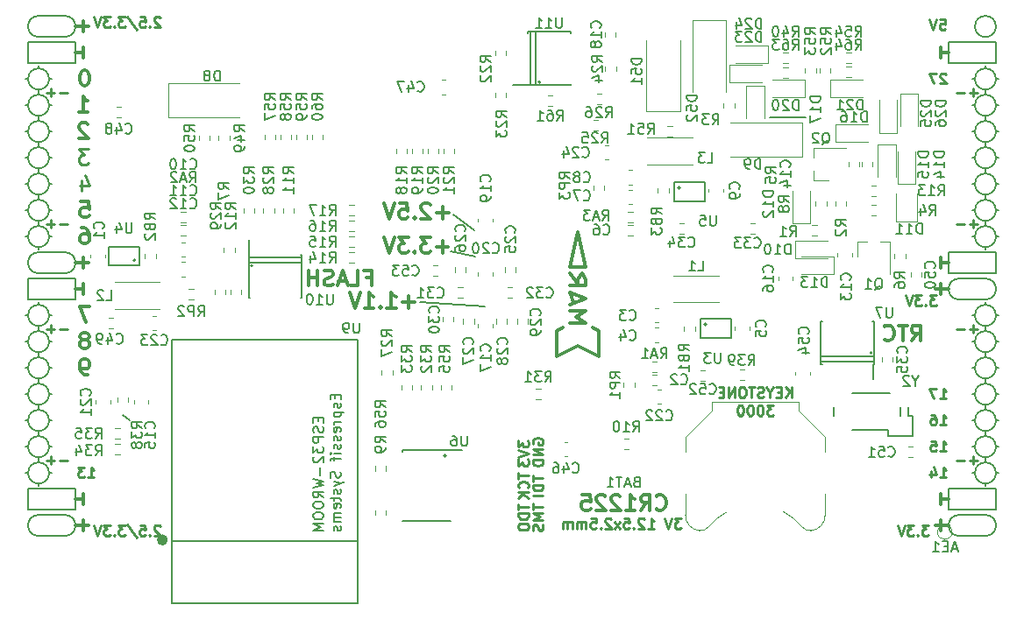
<source format=gbo>
G04 #@! TF.GenerationSoftware,KiCad,Pcbnew,5.0.0-rc2-dev-unknown+dfsg1+20180318-2*
G04 #@! TF.CreationDate,2018-05-18T20:09:28+02:00*
G04 #@! TF.ProjectId,ulx3s,756C7833732E6B696361645F70636200,rev?*
G04 #@! TF.SameCoordinates,Original*
G04 #@! TF.FileFunction,Legend,Bot*
G04 #@! TF.FilePolarity,Positive*
%FSLAX46Y46*%
G04 Gerber Fmt 4.6, Leading zero omitted, Abs format (unit mm)*
G04 Created by KiCad (PCBNEW 5.0.0-rc2-dev-unknown+dfsg1+20180318-2) date Fri May 18 20:09:28 2018*
%MOMM*%
%LPD*%
G01*
G04 APERTURE LIST*
%ADD10C,0.200000*%
%ADD11C,0.300000*%
%ADD12C,0.250000*%
%ADD13C,0.150000*%
%ADD14C,0.120000*%
%ADD15C,0.500000*%
G04 APERTURE END LIST*
D10*
X104148000Y-100808000D02*
X103513000Y-100300000D01*
X169426000Y-71471000D02*
X165997000Y-71471000D01*
D11*
X127003714Y-86984857D02*
X127503714Y-86984857D01*
X127503714Y-87770571D02*
X127503714Y-86270571D01*
X126789428Y-86270571D01*
X125503714Y-87770571D02*
X126218000Y-87770571D01*
X126218000Y-86270571D01*
X125075142Y-87342000D02*
X124360857Y-87342000D01*
X125218000Y-87770571D02*
X124718000Y-86270571D01*
X124218000Y-87770571D01*
X123789428Y-87699142D02*
X123575142Y-87770571D01*
X123218000Y-87770571D01*
X123075142Y-87699142D01*
X123003714Y-87627714D01*
X122932285Y-87484857D01*
X122932285Y-87342000D01*
X123003714Y-87199142D01*
X123075142Y-87127714D01*
X123218000Y-87056285D01*
X123503714Y-86984857D01*
X123646571Y-86913428D01*
X123718000Y-86842000D01*
X123789428Y-86699142D01*
X123789428Y-86556285D01*
X123718000Y-86413428D01*
X123646571Y-86342000D01*
X123503714Y-86270571D01*
X123146571Y-86270571D01*
X122932285Y-86342000D01*
X122289428Y-87770571D02*
X122289428Y-86270571D01*
X122289428Y-86984857D02*
X121432285Y-86984857D01*
X121432285Y-87770571D02*
X121432285Y-86270571D01*
D12*
X157418095Y-110252380D02*
X156799047Y-110252380D01*
X157132380Y-110633333D01*
X156989523Y-110633333D01*
X156894285Y-110680952D01*
X156846666Y-110728571D01*
X156799047Y-110823809D01*
X156799047Y-111061904D01*
X156846666Y-111157142D01*
X156894285Y-111204761D01*
X156989523Y-111252380D01*
X157275238Y-111252380D01*
X157370476Y-111204761D01*
X157418095Y-111157142D01*
X156513333Y-110252380D02*
X156180000Y-111252380D01*
X155846666Y-110252380D01*
X154227619Y-111252380D02*
X154799047Y-111252380D01*
X154513333Y-111252380D02*
X154513333Y-110252380D01*
X154608571Y-110395238D01*
X154703809Y-110490476D01*
X154799047Y-110538095D01*
X153846666Y-110347619D02*
X153799047Y-110300000D01*
X153703809Y-110252380D01*
X153465714Y-110252380D01*
X153370476Y-110300000D01*
X153322857Y-110347619D01*
X153275238Y-110442857D01*
X153275238Y-110538095D01*
X153322857Y-110680952D01*
X153894285Y-111252380D01*
X153275238Y-111252380D01*
X152846666Y-111157142D02*
X152799047Y-111204761D01*
X152846666Y-111252380D01*
X152894285Y-111204761D01*
X152846666Y-111157142D01*
X152846666Y-111252380D01*
X151894285Y-110252380D02*
X152370476Y-110252380D01*
X152418095Y-110728571D01*
X152370476Y-110680952D01*
X152275238Y-110633333D01*
X152037142Y-110633333D01*
X151941904Y-110680952D01*
X151894285Y-110728571D01*
X151846666Y-110823809D01*
X151846666Y-111061904D01*
X151894285Y-111157142D01*
X151941904Y-111204761D01*
X152037142Y-111252380D01*
X152275238Y-111252380D01*
X152370476Y-111204761D01*
X152418095Y-111157142D01*
X151513333Y-111252380D02*
X150989523Y-110585714D01*
X151513333Y-110585714D02*
X150989523Y-111252380D01*
X150656190Y-110347619D02*
X150608571Y-110300000D01*
X150513333Y-110252380D01*
X150275238Y-110252380D01*
X150180000Y-110300000D01*
X150132380Y-110347619D01*
X150084761Y-110442857D01*
X150084761Y-110538095D01*
X150132380Y-110680952D01*
X150703809Y-111252380D01*
X150084761Y-111252380D01*
X149656190Y-111157142D02*
X149608571Y-111204761D01*
X149656190Y-111252380D01*
X149703809Y-111204761D01*
X149656190Y-111157142D01*
X149656190Y-111252380D01*
X148703809Y-110252380D02*
X149180000Y-110252380D01*
X149227619Y-110728571D01*
X149180000Y-110680952D01*
X149084761Y-110633333D01*
X148846666Y-110633333D01*
X148751428Y-110680952D01*
X148703809Y-110728571D01*
X148656190Y-110823809D01*
X148656190Y-111061904D01*
X148703809Y-111157142D01*
X148751428Y-111204761D01*
X148846666Y-111252380D01*
X149084761Y-111252380D01*
X149180000Y-111204761D01*
X149227619Y-111157142D01*
X148227619Y-111252380D02*
X148227619Y-110585714D01*
X148227619Y-110680952D02*
X148180000Y-110633333D01*
X148084761Y-110585714D01*
X147941904Y-110585714D01*
X147846666Y-110633333D01*
X147799047Y-110728571D01*
X147799047Y-111252380D01*
X147799047Y-110728571D02*
X147751428Y-110633333D01*
X147656190Y-110585714D01*
X147513333Y-110585714D01*
X147418095Y-110633333D01*
X147370476Y-110728571D01*
X147370476Y-111252380D01*
X146894285Y-111252380D02*
X146894285Y-110585714D01*
X146894285Y-110680952D02*
X146846666Y-110633333D01*
X146751428Y-110585714D01*
X146608571Y-110585714D01*
X146513333Y-110633333D01*
X146465714Y-110728571D01*
X146465714Y-111252380D01*
X146465714Y-110728571D02*
X146418095Y-110633333D01*
X146322857Y-110585714D01*
X146180000Y-110585714D01*
X146084761Y-110633333D01*
X146037142Y-110728571D01*
X146037142Y-111252380D01*
D10*
X134755000Y-104237000D02*
G75*
G03X134755000Y-104237000I-127000J0D01*
G01*
X135390000Y-80869000D02*
X137422000Y-82393000D01*
X135136000Y-84425000D02*
X137549000Y-84933000D01*
X132215000Y-89378000D02*
X138438000Y-89759000D01*
D12*
X168085000Y-98577380D02*
X168085000Y-97577380D01*
X167513571Y-98577380D02*
X167942142Y-98005952D01*
X167513571Y-97577380D02*
X168085000Y-98148809D01*
X167085000Y-98053571D02*
X166751666Y-98053571D01*
X166608809Y-98577380D02*
X167085000Y-98577380D01*
X167085000Y-97577380D01*
X166608809Y-97577380D01*
X165989761Y-98101190D02*
X165989761Y-98577380D01*
X166323095Y-97577380D02*
X165989761Y-98101190D01*
X165656428Y-97577380D01*
X165370714Y-98529761D02*
X165227857Y-98577380D01*
X164989761Y-98577380D01*
X164894523Y-98529761D01*
X164846904Y-98482142D01*
X164799285Y-98386904D01*
X164799285Y-98291666D01*
X164846904Y-98196428D01*
X164894523Y-98148809D01*
X164989761Y-98101190D01*
X165180238Y-98053571D01*
X165275476Y-98005952D01*
X165323095Y-97958333D01*
X165370714Y-97863095D01*
X165370714Y-97767857D01*
X165323095Y-97672619D01*
X165275476Y-97625000D01*
X165180238Y-97577380D01*
X164942142Y-97577380D01*
X164799285Y-97625000D01*
X164513571Y-97577380D02*
X163942142Y-97577380D01*
X164227857Y-98577380D02*
X164227857Y-97577380D01*
X163418333Y-97577380D02*
X163227857Y-97577380D01*
X163132619Y-97625000D01*
X163037380Y-97720238D01*
X162989761Y-97910714D01*
X162989761Y-98244047D01*
X163037380Y-98434523D01*
X163132619Y-98529761D01*
X163227857Y-98577380D01*
X163418333Y-98577380D01*
X163513571Y-98529761D01*
X163608809Y-98434523D01*
X163656428Y-98244047D01*
X163656428Y-97910714D01*
X163608809Y-97720238D01*
X163513571Y-97625000D01*
X163418333Y-97577380D01*
X162561190Y-98577380D02*
X162561190Y-97577380D01*
X161989761Y-98577380D01*
X161989761Y-97577380D01*
X161513571Y-98053571D02*
X161180238Y-98053571D01*
X161037380Y-98577380D02*
X161513571Y-98577380D01*
X161513571Y-97577380D01*
X161037380Y-97577380D01*
X166346904Y-99327380D02*
X165727857Y-99327380D01*
X166061190Y-99708333D01*
X165918333Y-99708333D01*
X165823095Y-99755952D01*
X165775476Y-99803571D01*
X165727857Y-99898809D01*
X165727857Y-100136904D01*
X165775476Y-100232142D01*
X165823095Y-100279761D01*
X165918333Y-100327380D01*
X166204047Y-100327380D01*
X166299285Y-100279761D01*
X166346904Y-100232142D01*
X165108809Y-99327380D02*
X165013571Y-99327380D01*
X164918333Y-99375000D01*
X164870714Y-99422619D01*
X164823095Y-99517857D01*
X164775476Y-99708333D01*
X164775476Y-99946428D01*
X164823095Y-100136904D01*
X164870714Y-100232142D01*
X164918333Y-100279761D01*
X165013571Y-100327380D01*
X165108809Y-100327380D01*
X165204047Y-100279761D01*
X165251666Y-100232142D01*
X165299285Y-100136904D01*
X165346904Y-99946428D01*
X165346904Y-99708333D01*
X165299285Y-99517857D01*
X165251666Y-99422619D01*
X165204047Y-99375000D01*
X165108809Y-99327380D01*
X164156428Y-99327380D02*
X164061190Y-99327380D01*
X163965952Y-99375000D01*
X163918333Y-99422619D01*
X163870714Y-99517857D01*
X163823095Y-99708333D01*
X163823095Y-99946428D01*
X163870714Y-100136904D01*
X163918333Y-100232142D01*
X163965952Y-100279761D01*
X164061190Y-100327380D01*
X164156428Y-100327380D01*
X164251666Y-100279761D01*
X164299285Y-100232142D01*
X164346904Y-100136904D01*
X164394523Y-99946428D01*
X164394523Y-99708333D01*
X164346904Y-99517857D01*
X164299285Y-99422619D01*
X164251666Y-99375000D01*
X164156428Y-99327380D01*
X163204047Y-99327380D02*
X163108809Y-99327380D01*
X163013571Y-99375000D01*
X162965952Y-99422619D01*
X162918333Y-99517857D01*
X162870714Y-99708333D01*
X162870714Y-99946428D01*
X162918333Y-100136904D01*
X162965952Y-100232142D01*
X163013571Y-100279761D01*
X163108809Y-100327380D01*
X163204047Y-100327380D01*
X163299285Y-100279761D01*
X163346904Y-100232142D01*
X163394523Y-100136904D01*
X163442142Y-99946428D01*
X163442142Y-99708333D01*
X163394523Y-99517857D01*
X163346904Y-99422619D01*
X163299285Y-99375000D01*
X163204047Y-99327380D01*
D11*
X182492000Y-87582000D02*
X182492000Y-88598000D01*
X183254000Y-88090000D02*
X181984000Y-88090000D01*
X182492000Y-110442000D02*
X182492000Y-111458000D01*
X183254000Y-110950000D02*
X181984000Y-110950000D01*
X99688000Y-62182000D02*
X99688000Y-63198000D01*
X98926000Y-62690000D02*
X100196000Y-62690000D01*
X99688000Y-110442000D02*
X99688000Y-111458000D01*
X98926000Y-110950000D02*
X100196000Y-110950000D01*
X99688000Y-85042000D02*
X99688000Y-86058000D01*
X98926000Y-85550000D02*
X100196000Y-85550000D01*
D10*
X187826000Y-62690000D02*
G75*
G03X187826000Y-62690000I-1016000J0D01*
G01*
X184270000Y-87074000D02*
X186810000Y-87074000D01*
X184270000Y-89106000D02*
X186810000Y-89106000D01*
X184270000Y-87074000D02*
G75*
G03X184270000Y-89106000I0J-1016000D01*
G01*
X186810000Y-89106000D02*
G75*
G03X186810000Y-87074000I0J1016000D01*
G01*
X184270000Y-111966000D02*
X186810000Y-111966000D01*
X184270000Y-109934000D02*
X186810000Y-109934000D01*
X184270000Y-109934000D02*
G75*
G03X184270000Y-111966000I0J-1016000D01*
G01*
X186810000Y-111966000D02*
G75*
G03X186810000Y-109934000I0J1016000D01*
G01*
X97910000Y-63706000D02*
G75*
G03X97910000Y-61674000I0J1016000D01*
G01*
X95370000Y-61674000D02*
X97910000Y-61674000D01*
X95370000Y-63706000D02*
X97910000Y-63706000D01*
X95370000Y-61674000D02*
G75*
G03X95370000Y-63706000I0J-1016000D01*
G01*
X95370000Y-86566000D02*
X97910000Y-86566000D01*
X95370000Y-84534000D02*
X97910000Y-84534000D01*
X95370000Y-84534000D02*
G75*
G03X95370000Y-86566000I0J-1016000D01*
G01*
X97910000Y-86566000D02*
G75*
G03X97910000Y-84534000I0J1016000D01*
G01*
X95370000Y-111966000D02*
X97910000Y-111966000D01*
X95370000Y-109934000D02*
X97910000Y-109934000D01*
X95370000Y-109934000D02*
G75*
G03X95370000Y-111966000I0J-1016000D01*
G01*
X97910000Y-111966000D02*
G75*
G03X97910000Y-109934000I0J1016000D01*
G01*
X98926000Y-107394000D02*
X94354000Y-107394000D01*
X98926000Y-109426000D02*
X98926000Y-107394000D01*
X94354000Y-109426000D02*
X98926000Y-109426000D01*
X94354000Y-107394000D02*
X94354000Y-109426000D01*
X187826000Y-107394000D02*
X183254000Y-107394000D01*
X187826000Y-109426000D02*
X187826000Y-107394000D01*
X183254000Y-109426000D02*
X187826000Y-109426000D01*
X183254000Y-107394000D02*
X183254000Y-109426000D01*
X187826000Y-84534000D02*
X183254000Y-84534000D01*
X187826000Y-86566000D02*
X187826000Y-84534000D01*
X183254000Y-86566000D02*
X187826000Y-86566000D01*
X183254000Y-84534000D02*
X183254000Y-86566000D01*
X187826000Y-64214000D02*
X183254000Y-64214000D01*
X187826000Y-66246000D02*
X187826000Y-64214000D01*
X183254000Y-66246000D02*
X187826000Y-66246000D01*
X183254000Y-64214000D02*
X183254000Y-66246000D01*
X98926000Y-64214000D02*
X94354000Y-64214000D01*
X98926000Y-66246000D02*
X98926000Y-64214000D01*
X94354000Y-66246000D02*
X98926000Y-66246000D01*
X94354000Y-64214000D02*
X94354000Y-66246000D01*
X98926000Y-87074000D02*
X94354000Y-87074000D01*
X98926000Y-89106000D02*
X98926000Y-87074000D01*
X94354000Y-89106000D02*
X98926000Y-89106000D01*
X94354000Y-87074000D02*
X94354000Y-89106000D01*
D12*
X186032000Y-91971428D02*
X185270095Y-91971428D01*
X185651047Y-92352380D02*
X185651047Y-91590476D01*
X184793904Y-91971428D02*
X184032000Y-91971428D01*
X186032000Y-69111428D02*
X185270095Y-69111428D01*
X185651047Y-69492380D02*
X185651047Y-68730476D01*
X184793904Y-69111428D02*
X184032000Y-69111428D01*
X186032000Y-81811428D02*
X185270095Y-81811428D01*
X185651047Y-82192380D02*
X185651047Y-81430476D01*
X184793904Y-81811428D02*
X184032000Y-81811428D01*
X186032000Y-104671428D02*
X185270095Y-104671428D01*
X185651047Y-105052380D02*
X185651047Y-104290476D01*
X184793904Y-104671428D02*
X184032000Y-104671428D01*
X98148000Y-104671428D02*
X97386095Y-104671428D01*
X96909904Y-104671428D02*
X96148000Y-104671428D01*
X96528952Y-105052380D02*
X96528952Y-104290476D01*
X98148000Y-91971428D02*
X97386095Y-91971428D01*
X96909904Y-91971428D02*
X96148000Y-91971428D01*
X96528952Y-92352380D02*
X96528952Y-91590476D01*
X98148000Y-81811428D02*
X97386095Y-81811428D01*
X96909904Y-81811428D02*
X96148000Y-81811428D01*
X96528952Y-82192380D02*
X96528952Y-81430476D01*
X98148000Y-69111428D02*
X97386095Y-69111428D01*
X96909904Y-69111428D02*
X96148000Y-69111428D01*
X96528952Y-69492380D02*
X96528952Y-68730476D01*
D11*
X182492000Y-107902000D02*
X182492000Y-108918000D01*
X183254000Y-108410000D02*
X182492000Y-108410000D01*
D10*
X95370000Y-96726000D02*
X95370000Y-97234000D01*
X96386000Y-95710000D02*
X96640000Y-95710000D01*
X94354000Y-95710000D02*
X94100000Y-95710000D01*
X187826000Y-98250000D02*
X188080000Y-98250000D01*
X187826000Y-83010000D02*
X188080000Y-83010000D01*
X95370000Y-107140000D02*
X95370000Y-106886000D01*
X96386000Y-105870000D02*
X96640000Y-105870000D01*
X94354000Y-105870000D02*
X94100000Y-105870000D01*
X94354000Y-103330000D02*
X94100000Y-103330000D01*
X95370000Y-104346000D02*
X95370000Y-104854000D01*
X96386000Y-103330000D02*
X96640000Y-103330000D01*
X94354000Y-100790000D02*
X94100000Y-100790000D01*
X95370000Y-102314000D02*
X95370000Y-101806000D01*
X96386000Y-100790000D02*
X96640000Y-100790000D01*
X95370000Y-99266000D02*
X95370000Y-99774000D01*
X94354000Y-98250000D02*
X94100000Y-98250000D01*
X96386000Y-98250000D02*
X96640000Y-98250000D01*
X95370000Y-94186000D02*
X95370000Y-94694000D01*
X96386000Y-93170000D02*
X96640000Y-93170000D01*
X94354000Y-93170000D02*
X94100000Y-93170000D01*
X94354000Y-90630000D02*
X94100000Y-90630000D01*
X95370000Y-91646000D02*
X95370000Y-92154000D01*
X96640000Y-90630000D02*
X96386000Y-90630000D01*
X95370000Y-89360000D02*
X95370000Y-89614000D01*
X94354000Y-83010000D02*
X94100000Y-83010000D01*
X95370000Y-84280000D02*
X95370000Y-84026000D01*
X96386000Y-83010000D02*
X96640000Y-83010000D01*
X95370000Y-81486000D02*
X95370000Y-81994000D01*
X94354000Y-80470000D02*
X94100000Y-80470000D01*
X96640000Y-80470000D02*
X96386000Y-80470000D01*
X95370000Y-78946000D02*
X95370000Y-79454000D01*
X96386000Y-77930000D02*
X96640000Y-77930000D01*
X94354000Y-77930000D02*
X94100000Y-77930000D01*
X95370000Y-76406000D02*
X95370000Y-76914000D01*
X94354000Y-75390000D02*
X94100000Y-75390000D01*
X96386000Y-75390000D02*
X96640000Y-75390000D01*
X95370000Y-73866000D02*
X95370000Y-74374000D01*
X96386000Y-72850000D02*
X96640000Y-72850000D01*
X94100000Y-72850000D02*
X94354000Y-72850000D01*
X94354000Y-70310000D02*
X94100000Y-70310000D01*
X96640000Y-70310000D02*
X96386000Y-70310000D01*
X95370000Y-71326000D02*
X95370000Y-71834000D01*
X95370000Y-68786000D02*
X95370000Y-69294000D01*
X96386000Y-67770000D02*
X96640000Y-67770000D01*
X94354000Y-67770000D02*
X94100000Y-67770000D01*
X95370000Y-66500000D02*
X95370000Y-66754000D01*
X187826000Y-105870000D02*
X188080000Y-105870000D01*
X186810000Y-107140000D02*
X186810000Y-106886000D01*
X185540000Y-105870000D02*
X185794000Y-105870000D01*
X186810000Y-104346000D02*
X186810000Y-104854000D01*
X187826000Y-103330000D02*
X188080000Y-103330000D01*
X185540000Y-103330000D02*
X185794000Y-103330000D01*
X186810000Y-101806000D02*
X186810000Y-102314000D01*
X187826000Y-100790000D02*
X188080000Y-100790000D01*
X185540000Y-100790000D02*
X185794000Y-100790000D01*
X186810000Y-99266000D02*
X186810000Y-99774000D01*
X185540000Y-98250000D02*
X185794000Y-98250000D01*
X186810000Y-97234000D02*
X186810000Y-96726000D01*
X187826000Y-95710000D02*
X188080000Y-95710000D01*
X185540000Y-95710000D02*
X185794000Y-95710000D01*
X186810000Y-94694000D02*
X186810000Y-94186000D01*
X187826000Y-93170000D02*
X188080000Y-93170000D01*
X185540000Y-93170000D02*
X185794000Y-93170000D01*
X186810000Y-92154000D02*
X186810000Y-91646000D01*
X187826000Y-90630000D02*
X188080000Y-90630000D01*
X185540000Y-90630000D02*
X185794000Y-90630000D01*
X186810000Y-89360000D02*
X186810000Y-89614000D01*
X186810000Y-84280000D02*
X186810000Y-84026000D01*
X185540000Y-83010000D02*
X185794000Y-83010000D01*
X186810000Y-81994000D02*
X186810000Y-81486000D01*
X185794000Y-80470000D02*
X185540000Y-80470000D01*
X187826000Y-80470000D02*
X188080000Y-80470000D01*
X186810000Y-78946000D02*
X186810000Y-79454000D01*
X185794000Y-77930000D02*
X185540000Y-77930000D01*
X187826000Y-77930000D02*
X188080000Y-77930000D01*
X186810000Y-76406000D02*
X186810000Y-76914000D01*
X186810000Y-73866000D02*
X186810000Y-74374000D01*
X185794000Y-75390000D02*
X185540000Y-75390000D01*
X187826000Y-75390000D02*
X188080000Y-75390000D01*
X187826000Y-72850000D02*
X188080000Y-72850000D01*
X185540000Y-72850000D02*
X185794000Y-72850000D01*
X186810000Y-71834000D02*
X186810000Y-71326000D01*
X187826000Y-70310000D02*
X188080000Y-70310000D01*
X185540000Y-70310000D02*
X185794000Y-70310000D01*
X187826000Y-67770000D02*
X188080000Y-67770000D01*
X186810000Y-68786000D02*
X186810000Y-69294000D01*
X185540000Y-67770000D02*
X185794000Y-67770000D01*
X186810000Y-66500000D02*
X186810000Y-66754000D01*
X187826000Y-67770000D02*
G75*
G03X187826000Y-67770000I-1016000J0D01*
G01*
X187826000Y-70310000D02*
G75*
G03X187826000Y-70310000I-1016000J0D01*
G01*
X187826000Y-72850000D02*
G75*
G03X187826000Y-72850000I-1016000J0D01*
G01*
X187826000Y-75390000D02*
G75*
G03X187826000Y-75390000I-1016000J0D01*
G01*
X187826000Y-77930000D02*
G75*
G03X187826000Y-77930000I-1016000J0D01*
G01*
X187826000Y-80470000D02*
G75*
G03X187826000Y-80470000I-1016000J0D01*
G01*
X187826000Y-83010000D02*
G75*
G03X187826000Y-83010000I-1016000J0D01*
G01*
X187826000Y-90630000D02*
G75*
G03X187826000Y-90630000I-1016000J0D01*
G01*
X187826000Y-93170000D02*
G75*
G03X187826000Y-93170000I-1016000J0D01*
G01*
X187826000Y-95710000D02*
G75*
G03X187826000Y-95710000I-1016000J0D01*
G01*
X187826000Y-98250000D02*
G75*
G03X187826000Y-98250000I-1016000J0D01*
G01*
X187826000Y-100790000D02*
G75*
G03X187826000Y-100790000I-1016000J0D01*
G01*
X187826000Y-103330000D02*
G75*
G03X187826000Y-103330000I-1016000J0D01*
G01*
X187826000Y-105870000D02*
G75*
G03X187826000Y-105870000I-1016000J0D01*
G01*
X96386000Y-105870000D02*
G75*
G03X96386000Y-105870000I-1016000J0D01*
G01*
X96386000Y-103330000D02*
G75*
G03X96386000Y-103330000I-1016000J0D01*
G01*
X96386000Y-100790000D02*
G75*
G03X96386000Y-100790000I-1016000J0D01*
G01*
X96386000Y-98250000D02*
G75*
G03X96386000Y-98250000I-1016000J0D01*
G01*
X96386000Y-95710000D02*
G75*
G03X96386000Y-95710000I-1016000J0D01*
G01*
X96386000Y-93170000D02*
G75*
G03X96386000Y-93170000I-1016000J0D01*
G01*
X96386000Y-90630000D02*
G75*
G03X96386000Y-90630000I-1016000J0D01*
G01*
X96386000Y-83010000D02*
G75*
G03X96386000Y-83010000I-1016000J0D01*
G01*
X96386000Y-80470000D02*
G75*
G03X96386000Y-80470000I-1016000J0D01*
G01*
X96386000Y-77930000D02*
G75*
G03X96386000Y-77930000I-1016000J0D01*
G01*
X96386000Y-75390000D02*
G75*
G03X96386000Y-75390000I-1016000J0D01*
G01*
X96386000Y-72850000D02*
G75*
G03X96386000Y-72850000I-1016000J0D01*
G01*
X96386000Y-70310000D02*
G75*
G03X96386000Y-70310000I-1016000J0D01*
G01*
X96386000Y-67770000D02*
G75*
G03X96386000Y-67770000I-1016000J0D01*
G01*
D12*
X182428476Y-62015380D02*
X182904666Y-62015380D01*
X182952285Y-62491571D01*
X182904666Y-62443952D01*
X182809428Y-62396333D01*
X182571333Y-62396333D01*
X182476095Y-62443952D01*
X182428476Y-62491571D01*
X182380857Y-62586809D01*
X182380857Y-62824904D01*
X182428476Y-62920142D01*
X182476095Y-62967761D01*
X182571333Y-63015380D01*
X182809428Y-63015380D01*
X182904666Y-62967761D01*
X182952285Y-62920142D01*
X182095142Y-62015380D02*
X181761809Y-63015380D01*
X181428476Y-62015380D01*
D11*
X182492000Y-64722000D02*
X182492000Y-65738000D01*
X183254000Y-65230000D02*
X182492000Y-65230000D01*
D12*
X182999904Y-67317619D02*
X182952285Y-67270000D01*
X182857047Y-67222380D01*
X182618952Y-67222380D01*
X182523714Y-67270000D01*
X182476095Y-67317619D01*
X182428476Y-67412857D01*
X182428476Y-67508095D01*
X182476095Y-67650952D01*
X183047523Y-68222380D01*
X182428476Y-68222380D01*
X182095142Y-67222380D02*
X181428476Y-67222380D01*
X181857047Y-68222380D01*
D11*
X182492000Y-85042000D02*
X182492000Y-86058000D01*
X183254000Y-85550000D02*
X182492000Y-85550000D01*
D12*
X182078190Y-88703380D02*
X181459142Y-88703380D01*
X181792476Y-89084333D01*
X181649619Y-89084333D01*
X181554380Y-89131952D01*
X181506761Y-89179571D01*
X181459142Y-89274809D01*
X181459142Y-89512904D01*
X181506761Y-89608142D01*
X181554380Y-89655761D01*
X181649619Y-89703380D01*
X181935333Y-89703380D01*
X182030571Y-89655761D01*
X182078190Y-89608142D01*
X181030571Y-89608142D02*
X180982952Y-89655761D01*
X181030571Y-89703380D01*
X181078190Y-89655761D01*
X181030571Y-89608142D01*
X181030571Y-89703380D01*
X180649619Y-88703380D02*
X180030571Y-88703380D01*
X180363904Y-89084333D01*
X180221047Y-89084333D01*
X180125809Y-89131952D01*
X180078190Y-89179571D01*
X180030571Y-89274809D01*
X180030571Y-89512904D01*
X180078190Y-89608142D01*
X180125809Y-89655761D01*
X180221047Y-89703380D01*
X180506761Y-89703380D01*
X180602000Y-89655761D01*
X180649619Y-89608142D01*
X179744857Y-88703380D02*
X179411523Y-89703380D01*
X179078190Y-88703380D01*
X182428476Y-98702380D02*
X182999904Y-98702380D01*
X182714190Y-98702380D02*
X182714190Y-97702380D01*
X182809428Y-97845238D01*
X182904666Y-97940476D01*
X182999904Y-97988095D01*
X182095142Y-97702380D02*
X181428476Y-97702380D01*
X181857047Y-98702380D01*
X182428476Y-101242380D02*
X182999904Y-101242380D01*
X182714190Y-101242380D02*
X182714190Y-100242380D01*
X182809428Y-100385238D01*
X182904666Y-100480476D01*
X182999904Y-100528095D01*
X181571333Y-100242380D02*
X181761809Y-100242380D01*
X181857047Y-100290000D01*
X181904666Y-100337619D01*
X181999904Y-100480476D01*
X182047523Y-100670952D01*
X182047523Y-101051904D01*
X181999904Y-101147142D01*
X181952285Y-101194761D01*
X181857047Y-101242380D01*
X181666571Y-101242380D01*
X181571333Y-101194761D01*
X181523714Y-101147142D01*
X181476095Y-101051904D01*
X181476095Y-100813809D01*
X181523714Y-100718571D01*
X181571333Y-100670952D01*
X181666571Y-100623333D01*
X181857047Y-100623333D01*
X181952285Y-100670952D01*
X181999904Y-100718571D01*
X182047523Y-100813809D01*
X182428476Y-103782380D02*
X182999904Y-103782380D01*
X182714190Y-103782380D02*
X182714190Y-102782380D01*
X182809428Y-102925238D01*
X182904666Y-103020476D01*
X182999904Y-103068095D01*
X181523714Y-102782380D02*
X181999904Y-102782380D01*
X182047523Y-103258571D01*
X181999904Y-103210952D01*
X181904666Y-103163333D01*
X181666571Y-103163333D01*
X181571333Y-103210952D01*
X181523714Y-103258571D01*
X181476095Y-103353809D01*
X181476095Y-103591904D01*
X181523714Y-103687142D01*
X181571333Y-103734761D01*
X181666571Y-103782380D01*
X181904666Y-103782380D01*
X181999904Y-103734761D01*
X182047523Y-103687142D01*
X182428476Y-106322380D02*
X182999904Y-106322380D01*
X182714190Y-106322380D02*
X182714190Y-105322380D01*
X182809428Y-105465238D01*
X182904666Y-105560476D01*
X182999904Y-105608095D01*
X181571333Y-105655714D02*
X181571333Y-106322380D01*
X181809428Y-105274761D02*
X182047523Y-105989047D01*
X181428476Y-105989047D01*
X181312642Y-110928380D02*
X180693595Y-110928380D01*
X181026928Y-111309333D01*
X180884071Y-111309333D01*
X180788833Y-111356952D01*
X180741214Y-111404571D01*
X180693595Y-111499809D01*
X180693595Y-111737904D01*
X180741214Y-111833142D01*
X180788833Y-111880761D01*
X180884071Y-111928380D01*
X181169785Y-111928380D01*
X181265023Y-111880761D01*
X181312642Y-111833142D01*
X180265023Y-111833142D02*
X180217404Y-111880761D01*
X180265023Y-111928380D01*
X180312642Y-111880761D01*
X180265023Y-111833142D01*
X180265023Y-111928380D01*
X179884071Y-110928380D02*
X179265023Y-110928380D01*
X179598357Y-111309333D01*
X179455500Y-111309333D01*
X179360261Y-111356952D01*
X179312642Y-111404571D01*
X179265023Y-111499809D01*
X179265023Y-111737904D01*
X179312642Y-111833142D01*
X179360261Y-111880761D01*
X179455500Y-111928380D01*
X179741214Y-111928380D01*
X179836452Y-111880761D01*
X179884071Y-111833142D01*
X178979309Y-110928380D02*
X178645976Y-111928380D01*
X178312642Y-110928380D01*
D11*
X99688000Y-108918000D02*
X99688000Y-107902000D01*
X98926000Y-108410000D02*
X99688000Y-108410000D01*
X99688000Y-88598000D02*
X99688000Y-87582000D01*
X98926000Y-88090000D02*
X99688000Y-88090000D01*
X99688000Y-64722000D02*
X99688000Y-65738000D01*
X98926000Y-65230000D02*
X99688000Y-65230000D01*
D12*
X107103690Y-111023619D02*
X107056071Y-110976000D01*
X106960833Y-110928380D01*
X106722738Y-110928380D01*
X106627500Y-110976000D01*
X106579880Y-111023619D01*
X106532261Y-111118857D01*
X106532261Y-111214095D01*
X106579880Y-111356952D01*
X107151309Y-111928380D01*
X106532261Y-111928380D01*
X106103690Y-111833142D02*
X106056071Y-111880761D01*
X106103690Y-111928380D01*
X106151309Y-111880761D01*
X106103690Y-111833142D01*
X106103690Y-111928380D01*
X105151309Y-110928380D02*
X105627500Y-110928380D01*
X105675119Y-111404571D01*
X105627500Y-111356952D01*
X105532261Y-111309333D01*
X105294166Y-111309333D01*
X105198928Y-111356952D01*
X105151309Y-111404571D01*
X105103690Y-111499809D01*
X105103690Y-111737904D01*
X105151309Y-111833142D01*
X105198928Y-111880761D01*
X105294166Y-111928380D01*
X105532261Y-111928380D01*
X105627500Y-111880761D01*
X105675119Y-111833142D01*
X103960833Y-110880761D02*
X104817976Y-112166476D01*
X103722738Y-110928380D02*
X103103690Y-110928380D01*
X103437023Y-111309333D01*
X103294166Y-111309333D01*
X103198928Y-111356952D01*
X103151309Y-111404571D01*
X103103690Y-111499809D01*
X103103690Y-111737904D01*
X103151309Y-111833142D01*
X103198928Y-111880761D01*
X103294166Y-111928380D01*
X103579880Y-111928380D01*
X103675119Y-111880761D01*
X103722738Y-111833142D01*
X102675119Y-111833142D02*
X102627500Y-111880761D01*
X102675119Y-111928380D01*
X102722738Y-111880761D01*
X102675119Y-111833142D01*
X102675119Y-111928380D01*
X102294166Y-110928380D02*
X101675119Y-110928380D01*
X102008452Y-111309333D01*
X101865595Y-111309333D01*
X101770357Y-111356952D01*
X101722738Y-111404571D01*
X101675119Y-111499809D01*
X101675119Y-111737904D01*
X101722738Y-111833142D01*
X101770357Y-111880761D01*
X101865595Y-111928380D01*
X102151309Y-111928380D01*
X102246547Y-111880761D01*
X102294166Y-111833142D01*
X101389404Y-110928380D02*
X101056071Y-111928380D01*
X100722738Y-110928380D01*
X100132476Y-106322380D02*
X100703904Y-106322380D01*
X100418190Y-106322380D02*
X100418190Y-105322380D01*
X100513428Y-105465238D01*
X100608666Y-105560476D01*
X100703904Y-105608095D01*
X99799142Y-105322380D02*
X99180095Y-105322380D01*
X99513428Y-105703333D01*
X99370571Y-105703333D01*
X99275333Y-105750952D01*
X99227714Y-105798571D01*
X99180095Y-105893809D01*
X99180095Y-106131904D01*
X99227714Y-106227142D01*
X99275333Y-106274761D01*
X99370571Y-106322380D01*
X99656285Y-106322380D01*
X99751523Y-106274761D01*
X99799142Y-106227142D01*
D11*
X100100714Y-96388571D02*
X99815000Y-96388571D01*
X99672142Y-96317142D01*
X99600714Y-96245714D01*
X99457857Y-96031428D01*
X99386428Y-95745714D01*
X99386428Y-95174285D01*
X99457857Y-95031428D01*
X99529285Y-94960000D01*
X99672142Y-94888571D01*
X99957857Y-94888571D01*
X100100714Y-94960000D01*
X100172142Y-95031428D01*
X100243571Y-95174285D01*
X100243571Y-95531428D01*
X100172142Y-95674285D01*
X100100714Y-95745714D01*
X99957857Y-95817142D01*
X99672142Y-95817142D01*
X99529285Y-95745714D01*
X99457857Y-95674285D01*
X99386428Y-95531428D01*
X99957857Y-92991428D02*
X100100714Y-92920000D01*
X100172142Y-92848571D01*
X100243571Y-92705714D01*
X100243571Y-92634285D01*
X100172142Y-92491428D01*
X100100714Y-92420000D01*
X99957857Y-92348571D01*
X99672142Y-92348571D01*
X99529285Y-92420000D01*
X99457857Y-92491428D01*
X99386428Y-92634285D01*
X99386428Y-92705714D01*
X99457857Y-92848571D01*
X99529285Y-92920000D01*
X99672142Y-92991428D01*
X99957857Y-92991428D01*
X100100714Y-93062857D01*
X100172142Y-93134285D01*
X100243571Y-93277142D01*
X100243571Y-93562857D01*
X100172142Y-93705714D01*
X100100714Y-93777142D01*
X99957857Y-93848571D01*
X99672142Y-93848571D01*
X99529285Y-93777142D01*
X99457857Y-93705714D01*
X99386428Y-93562857D01*
X99386428Y-93277142D01*
X99457857Y-93134285D01*
X99529285Y-93062857D01*
X99672142Y-92991428D01*
X100315000Y-89808571D02*
X99315000Y-89808571D01*
X99957857Y-91308571D01*
X99529285Y-82188571D02*
X99815000Y-82188571D01*
X99957857Y-82260000D01*
X100029285Y-82331428D01*
X100172142Y-82545714D01*
X100243571Y-82831428D01*
X100243571Y-83402857D01*
X100172142Y-83545714D01*
X100100714Y-83617142D01*
X99957857Y-83688571D01*
X99672142Y-83688571D01*
X99529285Y-83617142D01*
X99457857Y-83545714D01*
X99386428Y-83402857D01*
X99386428Y-83045714D01*
X99457857Y-82902857D01*
X99529285Y-82831428D01*
X99672142Y-82760000D01*
X99957857Y-82760000D01*
X100100714Y-82831428D01*
X100172142Y-82902857D01*
X100243571Y-83045714D01*
X99457857Y-79648571D02*
X100172142Y-79648571D01*
X100243571Y-80362857D01*
X100172142Y-80291428D01*
X100029285Y-80220000D01*
X99672142Y-80220000D01*
X99529285Y-80291428D01*
X99457857Y-80362857D01*
X99386428Y-80505714D01*
X99386428Y-80862857D01*
X99457857Y-81005714D01*
X99529285Y-81077142D01*
X99672142Y-81148571D01*
X100029285Y-81148571D01*
X100172142Y-81077142D01*
X100243571Y-81005714D01*
D12*
X99529285Y-77608571D02*
X99529285Y-78608571D01*
X99886428Y-77037142D02*
X100243571Y-78108571D01*
X99315000Y-78108571D01*
X100188000Y-74568571D02*
X99259428Y-74568571D01*
X99759428Y-75140000D01*
X99545142Y-75140000D01*
X99402285Y-75211428D01*
X99330857Y-75282857D01*
X99259428Y-75425714D01*
X99259428Y-75782857D01*
X99330857Y-75925714D01*
X99402285Y-75997142D01*
X99545142Y-76068571D01*
X99973714Y-76068571D01*
X100116571Y-75997142D01*
X100188000Y-75925714D01*
D11*
X100116571Y-72171428D02*
X100045142Y-72100000D01*
X99902285Y-72028571D01*
X99545142Y-72028571D01*
X99402285Y-72100000D01*
X99330857Y-72171428D01*
X99259428Y-72314285D01*
X99259428Y-72457142D01*
X99330857Y-72671428D01*
X100188000Y-73528571D01*
X99259428Y-73528571D01*
X99259428Y-70988571D02*
X100116571Y-70988571D01*
X99688000Y-70988571D02*
X99688000Y-69488571D01*
X99830857Y-69702857D01*
X99973714Y-69845714D01*
X100116571Y-69917142D01*
X99886428Y-66948571D02*
X99743571Y-66948571D01*
X99600714Y-67020000D01*
X99529285Y-67091428D01*
X99457857Y-67234285D01*
X99386428Y-67520000D01*
X99386428Y-67877142D01*
X99457857Y-68162857D01*
X99529285Y-68305714D01*
X99600714Y-68377142D01*
X99743571Y-68448571D01*
X99886428Y-68448571D01*
X100029285Y-68377142D01*
X100100714Y-68305714D01*
X100172142Y-68162857D01*
X100243571Y-67877142D01*
X100243571Y-67520000D01*
X100172142Y-67234285D01*
X100100714Y-67091428D01*
X100029285Y-67020000D01*
X99886428Y-66948571D01*
D12*
X107103690Y-61874619D02*
X107056071Y-61827000D01*
X106960833Y-61779380D01*
X106722738Y-61779380D01*
X106627500Y-61827000D01*
X106579880Y-61874619D01*
X106532261Y-61969857D01*
X106532261Y-62065095D01*
X106579880Y-62207952D01*
X107151309Y-62779380D01*
X106532261Y-62779380D01*
X106103690Y-62684142D02*
X106056071Y-62731761D01*
X106103690Y-62779380D01*
X106151309Y-62731761D01*
X106103690Y-62684142D01*
X106103690Y-62779380D01*
X105151309Y-61779380D02*
X105627500Y-61779380D01*
X105675119Y-62255571D01*
X105627500Y-62207952D01*
X105532261Y-62160333D01*
X105294166Y-62160333D01*
X105198928Y-62207952D01*
X105151309Y-62255571D01*
X105103690Y-62350809D01*
X105103690Y-62588904D01*
X105151309Y-62684142D01*
X105198928Y-62731761D01*
X105294166Y-62779380D01*
X105532261Y-62779380D01*
X105627500Y-62731761D01*
X105675119Y-62684142D01*
X103960833Y-61731761D02*
X104817976Y-63017476D01*
X103722738Y-61779380D02*
X103103690Y-61779380D01*
X103437023Y-62160333D01*
X103294166Y-62160333D01*
X103198928Y-62207952D01*
X103151309Y-62255571D01*
X103103690Y-62350809D01*
X103103690Y-62588904D01*
X103151309Y-62684142D01*
X103198928Y-62731761D01*
X103294166Y-62779380D01*
X103579880Y-62779380D01*
X103675119Y-62731761D01*
X103722738Y-62684142D01*
X102675119Y-62684142D02*
X102627500Y-62731761D01*
X102675119Y-62779380D01*
X102722738Y-62731761D01*
X102675119Y-62684142D01*
X102675119Y-62779380D01*
X102294166Y-61779380D02*
X101675119Y-61779380D01*
X102008452Y-62160333D01*
X101865595Y-62160333D01*
X101770357Y-62207952D01*
X101722738Y-62255571D01*
X101675119Y-62350809D01*
X101675119Y-62588904D01*
X101722738Y-62684142D01*
X101770357Y-62731761D01*
X101865595Y-62779380D01*
X102151309Y-62779380D01*
X102246547Y-62731761D01*
X102294166Y-62684142D01*
X101389404Y-61779380D02*
X101056071Y-62779380D01*
X100722738Y-61779380D01*
D11*
X155027857Y-109335714D02*
X155099285Y-109407142D01*
X155313571Y-109478571D01*
X155456428Y-109478571D01*
X155670714Y-109407142D01*
X155813571Y-109264285D01*
X155885000Y-109121428D01*
X155956428Y-108835714D01*
X155956428Y-108621428D01*
X155885000Y-108335714D01*
X155813571Y-108192857D01*
X155670714Y-108050000D01*
X155456428Y-107978571D01*
X155313571Y-107978571D01*
X155099285Y-108050000D01*
X155027857Y-108121428D01*
X153527857Y-109478571D02*
X154027857Y-108764285D01*
X154385000Y-109478571D02*
X154385000Y-107978571D01*
X153813571Y-107978571D01*
X153670714Y-108050000D01*
X153599285Y-108121428D01*
X153527857Y-108264285D01*
X153527857Y-108478571D01*
X153599285Y-108621428D01*
X153670714Y-108692857D01*
X153813571Y-108764285D01*
X154385000Y-108764285D01*
X152099285Y-109478571D02*
X152956428Y-109478571D01*
X152527857Y-109478571D02*
X152527857Y-107978571D01*
X152670714Y-108192857D01*
X152813571Y-108335714D01*
X152956428Y-108407142D01*
X151527857Y-108121428D02*
X151456428Y-108050000D01*
X151313571Y-107978571D01*
X150956428Y-107978571D01*
X150813571Y-108050000D01*
X150742142Y-108121428D01*
X150670714Y-108264285D01*
X150670714Y-108407142D01*
X150742142Y-108621428D01*
X151599285Y-109478571D01*
X150670714Y-109478571D01*
X150099285Y-108121428D02*
X150027857Y-108050000D01*
X149885000Y-107978571D01*
X149527857Y-107978571D01*
X149385000Y-108050000D01*
X149313571Y-108121428D01*
X149242142Y-108264285D01*
X149242142Y-108407142D01*
X149313571Y-108621428D01*
X150170714Y-109478571D01*
X149242142Y-109478571D01*
X147885000Y-107978571D02*
X148599285Y-107978571D01*
X148670714Y-108692857D01*
X148599285Y-108621428D01*
X148456428Y-108550000D01*
X148099285Y-108550000D01*
X147956428Y-108621428D01*
X147885000Y-108692857D01*
X147813571Y-108835714D01*
X147813571Y-109192857D01*
X147885000Y-109335714D01*
X147956428Y-109407142D01*
X148099285Y-109478571D01*
X148456428Y-109478571D01*
X148599285Y-109407142D01*
X148670714Y-109335714D01*
X134961000Y-80722142D02*
X133818142Y-80722142D01*
X134389571Y-81293571D02*
X134389571Y-80150714D01*
X133175285Y-79936428D02*
X133103857Y-79865000D01*
X132961000Y-79793571D01*
X132603857Y-79793571D01*
X132461000Y-79865000D01*
X132389571Y-79936428D01*
X132318142Y-80079285D01*
X132318142Y-80222142D01*
X132389571Y-80436428D01*
X133246714Y-81293571D01*
X132318142Y-81293571D01*
X131675285Y-81150714D02*
X131603857Y-81222142D01*
X131675285Y-81293571D01*
X131746714Y-81222142D01*
X131675285Y-81150714D01*
X131675285Y-81293571D01*
X130246714Y-79793571D02*
X130961000Y-79793571D01*
X131032428Y-80507857D01*
X130961000Y-80436428D01*
X130818142Y-80365000D01*
X130461000Y-80365000D01*
X130318142Y-80436428D01*
X130246714Y-80507857D01*
X130175285Y-80650714D01*
X130175285Y-81007857D01*
X130246714Y-81150714D01*
X130318142Y-81222142D01*
X130461000Y-81293571D01*
X130818142Y-81293571D01*
X130961000Y-81222142D01*
X131032428Y-81150714D01*
X129746714Y-79793571D02*
X129246714Y-81293571D01*
X128746714Y-79793571D01*
X134946000Y-84024142D02*
X133803142Y-84024142D01*
X134374571Y-84595571D02*
X134374571Y-83452714D01*
X133231714Y-83095571D02*
X132303142Y-83095571D01*
X132803142Y-83667000D01*
X132588857Y-83667000D01*
X132446000Y-83738428D01*
X132374571Y-83809857D01*
X132303142Y-83952714D01*
X132303142Y-84309857D01*
X132374571Y-84452714D01*
X132446000Y-84524142D01*
X132588857Y-84595571D01*
X133017428Y-84595571D01*
X133160285Y-84524142D01*
X133231714Y-84452714D01*
X131660285Y-84452714D02*
X131588857Y-84524142D01*
X131660285Y-84595571D01*
X131731714Y-84524142D01*
X131660285Y-84452714D01*
X131660285Y-84595571D01*
X131088857Y-83095571D02*
X130160285Y-83095571D01*
X130660285Y-83667000D01*
X130446000Y-83667000D01*
X130303142Y-83738428D01*
X130231714Y-83809857D01*
X130160285Y-83952714D01*
X130160285Y-84309857D01*
X130231714Y-84452714D01*
X130303142Y-84524142D01*
X130446000Y-84595571D01*
X130874571Y-84595571D01*
X131017428Y-84524142D01*
X131088857Y-84452714D01*
X129731714Y-83095571D02*
X129231714Y-84595571D01*
X128731714Y-83095571D01*
X131659000Y-89358142D02*
X130516142Y-89358142D01*
X131087571Y-89929571D02*
X131087571Y-88786714D01*
X129016142Y-89929571D02*
X129873285Y-89929571D01*
X129444714Y-89929571D02*
X129444714Y-88429571D01*
X129587571Y-88643857D01*
X129730428Y-88786714D01*
X129873285Y-88858142D01*
X128373285Y-89786714D02*
X128301857Y-89858142D01*
X128373285Y-89929571D01*
X128444714Y-89858142D01*
X128373285Y-89786714D01*
X128373285Y-89929571D01*
X126873285Y-89929571D02*
X127730428Y-89929571D01*
X127301857Y-89929571D02*
X127301857Y-88429571D01*
X127444714Y-88643857D01*
X127587571Y-88786714D01*
X127730428Y-88858142D01*
X126444714Y-88429571D02*
X125944714Y-89929571D01*
X125444714Y-88429571D01*
D12*
X141685380Y-105854285D02*
X141685380Y-106425714D01*
X142685380Y-106140000D02*
X141685380Y-106140000D01*
X142590142Y-107330476D02*
X142637761Y-107282857D01*
X142685380Y-107140000D01*
X142685380Y-107044761D01*
X142637761Y-106901904D01*
X142542523Y-106806666D01*
X142447285Y-106759047D01*
X142256809Y-106711428D01*
X142113952Y-106711428D01*
X141923476Y-106759047D01*
X141828238Y-106806666D01*
X141733000Y-106901904D01*
X141685380Y-107044761D01*
X141685380Y-107140000D01*
X141733000Y-107282857D01*
X141780619Y-107330476D01*
X142685380Y-107759047D02*
X141685380Y-107759047D01*
X142685380Y-108330476D02*
X142113952Y-107901904D01*
X141685380Y-108330476D02*
X142256809Y-107759047D01*
X141685380Y-102726904D02*
X141685380Y-103345952D01*
X142066333Y-103012619D01*
X142066333Y-103155476D01*
X142113952Y-103250714D01*
X142161571Y-103298333D01*
X142256809Y-103345952D01*
X142494904Y-103345952D01*
X142590142Y-103298333D01*
X142637761Y-103250714D01*
X142685380Y-103155476D01*
X142685380Y-102869761D01*
X142637761Y-102774523D01*
X142590142Y-102726904D01*
X141685380Y-103631666D02*
X142685380Y-103965000D01*
X141685380Y-104298333D01*
X141685380Y-104536428D02*
X141685380Y-105155476D01*
X142066333Y-104822142D01*
X142066333Y-104965000D01*
X142113952Y-105060238D01*
X142161571Y-105107857D01*
X142256809Y-105155476D01*
X142494904Y-105155476D01*
X142590142Y-105107857D01*
X142637761Y-105060238D01*
X142685380Y-104965000D01*
X142685380Y-104679285D01*
X142637761Y-104584047D01*
X142590142Y-104536428D01*
X141685380Y-108878476D02*
X141685380Y-109449904D01*
X142685380Y-109164190D02*
X141685380Y-109164190D01*
X142685380Y-109783238D02*
X141685380Y-109783238D01*
X141685380Y-110021333D01*
X141733000Y-110164190D01*
X141828238Y-110259428D01*
X141923476Y-110307047D01*
X142113952Y-110354666D01*
X142256809Y-110354666D01*
X142447285Y-110307047D01*
X142542523Y-110259428D01*
X142637761Y-110164190D01*
X142685380Y-110021333D01*
X142685380Y-109783238D01*
X141685380Y-110973714D02*
X141685380Y-111164190D01*
X141733000Y-111259428D01*
X141828238Y-111354666D01*
X142018714Y-111402285D01*
X142352047Y-111402285D01*
X142542523Y-111354666D01*
X142637761Y-111259428D01*
X142685380Y-111164190D01*
X142685380Y-110973714D01*
X142637761Y-110878476D01*
X142542523Y-110783238D01*
X142352047Y-110735619D01*
X142018714Y-110735619D01*
X141828238Y-110783238D01*
X141733000Y-110878476D01*
X141685380Y-110973714D01*
X143130000Y-103076095D02*
X143082380Y-102980857D01*
X143082380Y-102838000D01*
X143130000Y-102695142D01*
X143225238Y-102599904D01*
X143320476Y-102552285D01*
X143510952Y-102504666D01*
X143653809Y-102504666D01*
X143844285Y-102552285D01*
X143939523Y-102599904D01*
X144034761Y-102695142D01*
X144082380Y-102838000D01*
X144082380Y-102933238D01*
X144034761Y-103076095D01*
X143987142Y-103123714D01*
X143653809Y-103123714D01*
X143653809Y-102933238D01*
X144082380Y-103552285D02*
X143082380Y-103552285D01*
X144082380Y-104123714D01*
X143082380Y-104123714D01*
X144082380Y-104599904D02*
X143082380Y-104599904D01*
X143082380Y-104838000D01*
X143130000Y-104980857D01*
X143225238Y-105076095D01*
X143320476Y-105123714D01*
X143510952Y-105171333D01*
X143653809Y-105171333D01*
X143844285Y-105123714D01*
X143939523Y-105076095D01*
X144034761Y-104980857D01*
X144082380Y-104838000D01*
X144082380Y-104599904D01*
X143082380Y-106116190D02*
X143082380Y-106687619D01*
X144082380Y-106401904D02*
X143082380Y-106401904D01*
X144082380Y-107020952D02*
X143082380Y-107020952D01*
X143082380Y-107259047D01*
X143130000Y-107401904D01*
X143225238Y-107497142D01*
X143320476Y-107544761D01*
X143510952Y-107592380D01*
X143653809Y-107592380D01*
X143844285Y-107544761D01*
X143939523Y-107497142D01*
X144034761Y-107401904D01*
X144082380Y-107259047D01*
X144082380Y-107020952D01*
X144082380Y-108020952D02*
X143082380Y-108020952D01*
X143082380Y-108854666D02*
X143082380Y-109426095D01*
X144082380Y-109140380D02*
X143082380Y-109140380D01*
X144082380Y-109759428D02*
X143082380Y-109759428D01*
X143796666Y-110092761D01*
X143082380Y-110426095D01*
X144082380Y-110426095D01*
X144034761Y-110854666D02*
X144082380Y-110997523D01*
X144082380Y-111235619D01*
X144034761Y-111330857D01*
X143987142Y-111378476D01*
X143891904Y-111426095D01*
X143796666Y-111426095D01*
X143701428Y-111378476D01*
X143653809Y-111330857D01*
X143606190Y-111235619D01*
X143558571Y-111045142D01*
X143510952Y-110949904D01*
X143463333Y-110902285D01*
X143368095Y-110854666D01*
X143272857Y-110854666D01*
X143177619Y-110902285D01*
X143130000Y-110949904D01*
X143082380Y-111045142D01*
X143082380Y-111283238D01*
X143130000Y-111426095D01*
D11*
X179681142Y-93104571D02*
X180181142Y-92390285D01*
X180538285Y-93104571D02*
X180538285Y-91604571D01*
X179966857Y-91604571D01*
X179824000Y-91676000D01*
X179752571Y-91747428D01*
X179681142Y-91890285D01*
X179681142Y-92104571D01*
X179752571Y-92247428D01*
X179824000Y-92318857D01*
X179966857Y-92390285D01*
X180538285Y-92390285D01*
X179252571Y-91604571D02*
X178395428Y-91604571D01*
X178824000Y-93104571D02*
X178824000Y-91604571D01*
X177038285Y-92961714D02*
X177109714Y-93033142D01*
X177324000Y-93104571D01*
X177466857Y-93104571D01*
X177681142Y-93033142D01*
X177824000Y-92890285D01*
X177895428Y-92747428D01*
X177966857Y-92461714D01*
X177966857Y-92247428D01*
X177895428Y-91961714D01*
X177824000Y-91818857D01*
X177681142Y-91676000D01*
X177466857Y-91604571D01*
X177324000Y-91604571D01*
X177109714Y-91676000D01*
X177038285Y-91747428D01*
D13*
X159886803Y-91500000D02*
G75*
G03X159886803Y-91500000I-111803J0D01*
G01*
X159275000Y-92800000D02*
X162275000Y-92800000D01*
X162275000Y-92800000D02*
X162275000Y-91000000D01*
X162275000Y-91000000D02*
X159275000Y-91000000D01*
X159275000Y-91000000D02*
X159275000Y-92800000D01*
X104736803Y-85315000D02*
G75*
G03X104736803Y-85315000I-111803J0D01*
G01*
X105125000Y-84015000D02*
X102125000Y-84015000D01*
X102125000Y-84015000D02*
X102125000Y-85815000D01*
X102125000Y-85815000D02*
X105125000Y-85815000D01*
X105125000Y-85815000D02*
X105125000Y-84015000D01*
X157346803Y-78292000D02*
G75*
G03X157346803Y-78292000I-111803J0D01*
G01*
X156735000Y-79592000D02*
X159735000Y-79592000D01*
X159735000Y-79592000D02*
X159735000Y-77792000D01*
X159735000Y-77792000D02*
X156735000Y-77792000D01*
X156735000Y-77792000D02*
X156735000Y-79592000D01*
X130510000Y-103690000D02*
X130510000Y-103790000D01*
X130510000Y-110515000D02*
X130510000Y-110490000D01*
X135160000Y-110515000D02*
X135160000Y-110490000D01*
X136235000Y-103690000D02*
X130510000Y-103690000D01*
X135160000Y-110515000D02*
X130510000Y-110515000D01*
D14*
X160091264Y-111074552D02*
G75*
G02X161785000Y-109670000I4493736J-3695448D01*
G01*
X167317553Y-109624793D02*
G75*
G02X169085000Y-111070000I-2732553J-5145207D01*
G01*
X159170385Y-111454160D02*
G75*
G03X160085000Y-111070000I124615J984160D01*
G01*
X169999615Y-111454160D02*
G75*
G02X169085000Y-111070000I-124615J984160D01*
G01*
X157835000Y-109920000D02*
G75*
G03X159285000Y-111470000I1500000J-50000D01*
G01*
X171335000Y-109920000D02*
G75*
G02X169885000Y-111470000I-1500000J-50000D01*
G01*
X157835000Y-107870000D02*
X157835000Y-109970000D01*
X171335000Y-107870000D02*
X171335000Y-109970000D01*
X171335000Y-103870000D02*
X171335000Y-102420000D01*
X171335000Y-102420000D02*
X168735000Y-99820000D01*
X168735000Y-99820000D02*
X168735000Y-99020000D01*
X168735000Y-99020000D02*
X160435000Y-99020000D01*
X160435000Y-99020000D02*
X160435000Y-99820000D01*
X160435000Y-99820000D02*
X157835000Y-102420000D01*
X157835000Y-102420000D02*
X157835000Y-103870000D01*
D13*
X175865803Y-94267500D02*
G75*
G03X175865803Y-94267500I-89803J0D01*
G01*
X170950000Y-95093000D02*
X176030000Y-95093000D01*
X176030000Y-94585000D02*
X170950000Y-94585000D01*
X176065000Y-95390000D02*
X176015000Y-95390000D01*
X176065000Y-91240000D02*
X175920000Y-91240000D01*
X170915000Y-91240000D02*
X171060000Y-91240000D01*
X170915000Y-95390000D02*
X171060000Y-95390000D01*
X176065000Y-95390000D02*
X176065000Y-91240000D01*
X170915000Y-95390000D02*
X170915000Y-91240000D01*
X176015000Y-95390000D02*
X176015000Y-96790000D01*
X143817303Y-68087500D02*
G75*
G03X143817303Y-68087500I-89803J0D01*
G01*
X142902000Y-63261500D02*
X142902000Y-68341500D01*
X143410000Y-68341500D02*
X143410000Y-63261500D01*
X142605000Y-68376500D02*
X142605000Y-68326500D01*
X146755000Y-68376500D02*
X146755000Y-68231500D01*
X146755000Y-63226500D02*
X146755000Y-63371500D01*
X142605000Y-63226500D02*
X142605000Y-63371500D01*
X142605000Y-68376500D02*
X146755000Y-68376500D01*
X142605000Y-63226500D02*
X146755000Y-63226500D01*
X142605000Y-68326500D02*
X141205000Y-68326500D01*
X116033803Y-85867500D02*
G75*
G03X116033803Y-85867500I-89803J0D01*
G01*
X120770000Y-85042000D02*
X115690000Y-85042000D01*
X115690000Y-85550000D02*
X120770000Y-85550000D01*
X115655000Y-84745000D02*
X115705000Y-84745000D01*
X115655000Y-88895000D02*
X115800000Y-88895000D01*
X120805000Y-88895000D02*
X120660000Y-88895000D01*
X120805000Y-84745000D02*
X120660000Y-84745000D01*
X115655000Y-84745000D02*
X115655000Y-88895000D01*
X120805000Y-84745000D02*
X120805000Y-88895000D01*
X115705000Y-84745000D02*
X115705000Y-83345000D01*
D15*
X107607981Y-112354000D02*
G75*
G03X107607981Y-112354000I-283981J0D01*
G01*
D13*
X126230000Y-112500000D02*
X108230000Y-112500000D01*
X108230000Y-118500000D02*
X108230000Y-93000000D01*
X126230000Y-118500000D02*
X126230000Y-93000000D01*
X126230000Y-93000000D02*
X108230000Y-93000000D01*
X126230000Y-118500000D02*
X108230000Y-118500000D01*
X179776000Y-100322000D02*
X179376000Y-100322000D01*
X179776000Y-102322000D02*
X179776000Y-100322000D01*
X177376000Y-102322000D02*
X179776000Y-102322000D01*
X177376000Y-101722000D02*
X177376000Y-102322000D01*
X172176000Y-99522000D02*
X172176000Y-100322000D01*
X177576000Y-98122000D02*
X173976000Y-98122000D01*
X177376000Y-101722000D02*
X173976000Y-101722000D01*
X178576000Y-99522000D02*
X178576000Y-100322000D01*
X179376000Y-99522000D02*
X179376000Y-100322000D01*
D11*
X148240000Y-90179000D02*
X146640000Y-90179000D01*
X147240000Y-90779000D02*
X148240000Y-90179000D01*
X148240000Y-91379000D02*
X147240000Y-90779000D01*
X146640000Y-91379000D02*
X148240000Y-91379000D01*
X145440000Y-92179000D02*
X146040000Y-91779000D01*
X149440000Y-92179000D02*
X148840000Y-91779000D01*
X149440000Y-94579000D02*
X149440000Y-92179000D01*
X147440000Y-82579000D02*
X148240000Y-85979000D01*
X146640000Y-85979000D02*
X147440000Y-82579000D01*
X148240000Y-85979000D02*
X146640000Y-85979000D01*
X147440000Y-87579000D02*
X146640000Y-86579000D01*
X147440000Y-87179000D02*
X147440000Y-87779000D01*
X147840000Y-86579000D02*
X147440000Y-87179000D01*
X148240000Y-87179000D02*
X147840000Y-86579000D01*
X148240000Y-87779000D02*
X148240000Y-87179000D01*
X148240000Y-87779000D02*
X146640000Y-87779000D01*
X146640000Y-88379000D02*
X147040000Y-89379000D01*
X148240000Y-88979000D02*
X146640000Y-88379000D01*
X146640000Y-89579000D02*
X148240000Y-88979000D01*
X145440000Y-94579000D02*
X145440000Y-92179000D01*
X147440000Y-93579000D02*
X145440000Y-94579000D01*
X149440000Y-94579000D02*
X147440000Y-93579000D01*
D14*
X134351000Y-69260000D02*
X134651000Y-69260000D01*
X134351000Y-67840000D02*
X134651000Y-67840000D01*
X100375000Y-84765000D02*
X100375000Y-85065000D01*
X101795000Y-84765000D02*
X101795000Y-85065000D01*
X154640000Y-97420000D02*
X155080000Y-97420000D01*
X154640000Y-96400000D02*
X155080000Y-96400000D01*
X154910000Y-89920000D02*
X155210000Y-89920000D01*
X154910000Y-91340000D02*
X155210000Y-91340000D01*
X154910000Y-93245000D02*
X155210000Y-93245000D01*
X154910000Y-91825000D02*
X155210000Y-91825000D01*
X162605000Y-92050000D02*
X162605000Y-91750000D01*
X164025000Y-92050000D02*
X164025000Y-91750000D01*
X152300000Y-82885000D02*
X152740000Y-82885000D01*
X152300000Y-81865000D02*
X152740000Y-81865000D01*
X152370000Y-78490000D02*
X152670000Y-78490000D01*
X152370000Y-79910000D02*
X152670000Y-79910000D01*
X152370000Y-76585000D02*
X152670000Y-76585000D01*
X152370000Y-78005000D02*
X152670000Y-78005000D01*
X161485000Y-78715000D02*
X161485000Y-78415000D01*
X160065000Y-78715000D02*
X160065000Y-78415000D01*
X109560000Y-81615000D02*
X109120000Y-81615000D01*
X109560000Y-80595000D02*
X109120000Y-80595000D01*
X109490000Y-84990000D02*
X109190000Y-84990000D01*
X109490000Y-83570000D02*
X109190000Y-83570000D01*
X109490000Y-85475000D02*
X109190000Y-85475000D01*
X109490000Y-86895000D02*
X109190000Y-86895000D01*
X172511000Y-84938000D02*
X172511000Y-84638000D01*
X173931000Y-84938000D02*
X173931000Y-84638000D01*
X175890000Y-75805000D02*
X175890000Y-76245000D01*
X174870000Y-75805000D02*
X174870000Y-76245000D01*
X105986000Y-99162000D02*
X105986000Y-98862000D01*
X104566000Y-99162000D02*
X104566000Y-98862000D01*
X168216000Y-87224000D02*
X168216000Y-86924000D01*
X166796000Y-87224000D02*
X166796000Y-86924000D01*
X137790000Y-91470000D02*
X137790000Y-91770000D01*
X139210000Y-91470000D02*
X139210000Y-91770000D01*
X151099600Y-63704000D02*
X151099600Y-63264000D01*
X150079600Y-63704000D02*
X150079600Y-63264000D01*
X139210000Y-81570000D02*
X139210000Y-81270000D01*
X137790000Y-81570000D02*
X137790000Y-81270000D01*
X139210000Y-86470000D02*
X139210000Y-86770000D01*
X137790000Y-86470000D02*
X137790000Y-86770000D01*
X102303000Y-98862000D02*
X102303000Y-99162000D01*
X100883000Y-98862000D02*
X100883000Y-99162000D01*
X155164000Y-99214000D02*
X155464000Y-99214000D01*
X155164000Y-97794000D02*
X155464000Y-97794000D01*
X106696000Y-92102000D02*
X106396000Y-92102000D01*
X106696000Y-90682000D02*
X106396000Y-90682000D01*
X150384000Y-74172000D02*
X150084000Y-74172000D01*
X150384000Y-75592000D02*
X150084000Y-75592000D01*
X141410000Y-86000000D02*
X141410000Y-86440000D01*
X140390000Y-86000000D02*
X140390000Y-86440000D01*
X136610000Y-86000000D02*
X136610000Y-86440000D01*
X135590000Y-86000000D02*
X135590000Y-86440000D01*
X137410000Y-91000000D02*
X137410000Y-91440000D01*
X136390000Y-91000000D02*
X136390000Y-91440000D01*
X139590000Y-91000000D02*
X139590000Y-91440000D01*
X140610000Y-91000000D02*
X140610000Y-91440000D01*
X142610000Y-91000000D02*
X142610000Y-91440000D01*
X141590000Y-91000000D02*
X141590000Y-91440000D01*
X134390000Y-90800000D02*
X134390000Y-91240000D01*
X135410000Y-90800000D02*
X135410000Y-91240000D01*
X135880000Y-88930000D02*
X136320000Y-88930000D01*
X135880000Y-87910000D02*
X136320000Y-87910000D01*
X141120000Y-88930000D02*
X140680000Y-88930000D01*
X141120000Y-87910000D02*
X140680000Y-87910000D01*
X164080000Y-82730000D02*
X164520000Y-82730000D01*
X164080000Y-81710000D02*
X164520000Y-81710000D01*
X157720000Y-81710000D02*
X157280000Y-81710000D01*
X157720000Y-82730000D02*
X157280000Y-82730000D01*
X176790000Y-94680000D02*
X176790000Y-95120000D01*
X177810000Y-94680000D02*
X177810000Y-95120000D01*
X146147000Y-104294000D02*
X146447000Y-104294000D01*
X146147000Y-102874000D02*
X146447000Y-102874000D01*
X102900000Y-70453000D02*
X103340000Y-70453000D01*
X102900000Y-71473000D02*
X103340000Y-71473000D01*
X102150000Y-90900000D02*
X102590000Y-90900000D01*
X102150000Y-91920000D02*
X102590000Y-91920000D01*
X180604000Y-86931000D02*
X180604000Y-86491000D01*
X179584000Y-86931000D02*
X179584000Y-86491000D01*
X179818000Y-103346000D02*
X179378000Y-103346000D01*
X179818000Y-104366000D02*
X179378000Y-104366000D01*
X159740000Y-97000000D02*
X159300000Y-97000000D01*
X159740000Y-95980000D02*
X159300000Y-95980000D01*
X133922200Y-86840000D02*
X133482200Y-86840000D01*
X133922200Y-85820000D02*
X133482200Y-85820000D01*
X168462000Y-96386000D02*
X168462000Y-96086000D01*
X169882000Y-96386000D02*
X169882000Y-96086000D01*
X180200000Y-78835000D02*
X180200000Y-81535000D01*
X180200000Y-81535000D02*
X178180000Y-81535000D01*
X178180000Y-81535000D02*
X178180000Y-78835000D01*
X161070000Y-89390000D02*
X156670000Y-89390000D01*
X161070000Y-86790000D02*
X156670000Y-86790000D01*
X102695000Y-90025000D02*
X107095000Y-90025000D01*
X102695000Y-87425000D02*
X107095000Y-87425000D01*
X158530000Y-73455000D02*
X154130000Y-73455000D01*
X158530000Y-76055000D02*
X154130000Y-76055000D01*
X168400000Y-85130000D02*
X168400000Y-83430000D01*
X168400000Y-83430000D02*
X171550000Y-83430000D01*
X168400000Y-85130000D02*
X171550000Y-85130000D01*
X169880000Y-81735000D02*
X169880000Y-78585000D01*
X168180000Y-81735000D02*
X168180000Y-78585000D01*
X169880000Y-81735000D02*
X168180000Y-81735000D01*
X172200000Y-84954000D02*
X172200000Y-86654000D01*
X172200000Y-86654000D02*
X169050000Y-86654000D01*
X172200000Y-84954000D02*
X169050000Y-84954000D01*
X180040000Y-77925000D02*
X180040000Y-74775000D01*
X178340000Y-77925000D02*
X178340000Y-74775000D01*
X180040000Y-77925000D02*
X178340000Y-77925000D01*
X176435000Y-74125000D02*
X176435000Y-77275000D01*
X178135000Y-74125000D02*
X178135000Y-77275000D01*
X176435000Y-74125000D02*
X178135000Y-74125000D01*
X172337000Y-73827000D02*
X172337000Y-72127000D01*
X172337000Y-72127000D02*
X175487000Y-72127000D01*
X172337000Y-73827000D02*
X175487000Y-73827000D01*
X163735000Y-68410000D02*
X165435000Y-68410000D01*
X165435000Y-68410000D02*
X165435000Y-71560000D01*
X163735000Y-68410000D02*
X163735000Y-71560000D01*
X169406000Y-67809000D02*
X169406000Y-69509000D01*
X169406000Y-69509000D02*
X166256000Y-69509000D01*
X169406000Y-67809000D02*
X166256000Y-67809000D01*
X171829000Y-69509000D02*
X174979000Y-69509000D01*
X171829000Y-67809000D02*
X174979000Y-67809000D01*
X171829000Y-69509000D02*
X171829000Y-67809000D01*
X162050000Y-68112000D02*
X165200000Y-68112000D01*
X162050000Y-66412000D02*
X165200000Y-66412000D01*
X162050000Y-68112000D02*
X162050000Y-66412000D01*
X165850000Y-64507000D02*
X162700000Y-64507000D01*
X165850000Y-66207000D02*
X162700000Y-66207000D01*
X165850000Y-64507000D02*
X165850000Y-66207000D01*
X178262000Y-72972000D02*
X176562000Y-72972000D01*
X176562000Y-72972000D02*
X176562000Y-69822000D01*
X178262000Y-72972000D02*
X178262000Y-69822000D01*
X178594000Y-69172000D02*
X180294000Y-69172000D01*
X180294000Y-69172000D02*
X180294000Y-72322000D01*
X178594000Y-69172000D02*
X178594000Y-72322000D01*
X174435000Y-83520000D02*
X174435000Y-84980000D01*
X177595000Y-83520000D02*
X177595000Y-86680000D01*
X177595000Y-83520000D02*
X176665000Y-83520000D01*
X174435000Y-83520000D02*
X175365000Y-83520000D01*
X170175000Y-77605000D02*
X170175000Y-76675000D01*
X170175000Y-74445000D02*
X170175000Y-75375000D01*
X170175000Y-74445000D02*
X173335000Y-74445000D01*
X170175000Y-77605000D02*
X171635000Y-77605000D01*
X107861000Y-71452000D02*
X114761000Y-71452000D01*
X107861000Y-68152000D02*
X114761000Y-68152000D01*
X107861000Y-71452000D02*
X107861000Y-68152000D01*
X169112000Y-71962000D02*
X169112000Y-75262000D01*
X169112000Y-75262000D02*
X162212000Y-75262000D01*
X169112000Y-71962000D02*
X162212000Y-71962000D01*
X157345000Y-70900000D02*
X154045000Y-70900000D01*
X154045000Y-70900000D02*
X154045000Y-64000000D01*
X157345000Y-70900000D02*
X157345000Y-64000000D01*
X158490000Y-62100000D02*
X158490000Y-69000000D01*
X161790000Y-62100000D02*
X161790000Y-69000000D01*
X158490000Y-62100000D02*
X161790000Y-62100000D01*
X183588000Y-111603000D02*
G75*
G03X183588000Y-111603000I-700000J0D01*
G01*
X113787000Y-73705000D02*
X113787000Y-73265000D01*
X112767000Y-73705000D02*
X112767000Y-73265000D01*
X110862000Y-73705000D02*
X110862000Y-73265000D01*
X111882000Y-73705000D02*
X111882000Y-73265000D01*
X156550000Y-73360000D02*
X156110000Y-73360000D01*
X156550000Y-72340000D02*
X156110000Y-72340000D01*
X170806000Y-67185000D02*
X170806000Y-66745000D01*
X171826000Y-67185000D02*
X171826000Y-66745000D01*
X170429000Y-67185000D02*
X170429000Y-66745000D01*
X169409000Y-67185000D02*
X169409000Y-66745000D01*
X173382000Y-65228000D02*
X173822000Y-65228000D01*
X173382000Y-66248000D02*
X173822000Y-66248000D01*
X128900000Y-105666000D02*
X128900000Y-105226000D01*
X127880000Y-105666000D02*
X127880000Y-105226000D01*
X117212000Y-73578000D02*
X117212000Y-73138000D01*
X118232000Y-73578000D02*
X118232000Y-73138000D01*
X119756000Y-73578000D02*
X119756000Y-73138000D01*
X118736000Y-73578000D02*
X118736000Y-73138000D01*
X120260000Y-73578000D02*
X120260000Y-73138000D01*
X121280000Y-73578000D02*
X121280000Y-73138000D01*
X122804000Y-73578000D02*
X122804000Y-73138000D01*
X121784000Y-73578000D02*
X121784000Y-73138000D01*
X145000000Y-69390000D02*
X144560000Y-69390000D01*
X145000000Y-70410000D02*
X144560000Y-70410000D01*
X151883000Y-97141000D02*
X151883000Y-97581000D01*
X152903000Y-97141000D02*
X152903000Y-97581000D01*
X109882000Y-88088000D02*
X110322000Y-88088000D01*
X109882000Y-89108000D02*
X110322000Y-89108000D01*
X148962000Y-78091000D02*
X148962000Y-78531000D01*
X149982000Y-78091000D02*
X149982000Y-78531000D01*
X167286000Y-66248000D02*
X167726000Y-66248000D01*
X167286000Y-65228000D02*
X167726000Y-65228000D01*
X125816000Y-85570000D02*
X125376000Y-85570000D01*
X125816000Y-84550000D02*
X125376000Y-84550000D01*
X125816000Y-83026000D02*
X125376000Y-83026000D01*
X125816000Y-84046000D02*
X125376000Y-84046000D01*
X125816000Y-81502000D02*
X125376000Y-81502000D01*
X125816000Y-82522000D02*
X125376000Y-82522000D01*
X125816000Y-80980000D02*
X125376000Y-80980000D01*
X125816000Y-79960000D02*
X125376000Y-79960000D01*
X129912000Y-74993000D02*
X129912000Y-74553000D01*
X130932000Y-74993000D02*
X130932000Y-74553000D01*
X132471000Y-74993000D02*
X132471000Y-74553000D01*
X131451000Y-74993000D02*
X131451000Y-74553000D01*
X132975000Y-74993000D02*
X132975000Y-74553000D01*
X133995000Y-74993000D02*
X133995000Y-74553000D01*
X135519000Y-74993000D02*
X135519000Y-74553000D01*
X134499000Y-74993000D02*
X134499000Y-74553000D01*
X113275000Y-84060000D02*
X113275000Y-84500000D01*
X114295000Y-84060000D02*
X114295000Y-84500000D01*
X152359000Y-103586000D02*
X151919000Y-103586000D01*
X152359000Y-102566000D02*
X151919000Y-102566000D01*
X163535000Y-95835000D02*
X163095000Y-95835000D01*
X163535000Y-96855000D02*
X163095000Y-96855000D01*
X179065000Y-84695000D02*
X179065000Y-85135000D01*
X178045000Y-84695000D02*
X178045000Y-85135000D01*
X113406000Y-88564000D02*
X113406000Y-88124000D01*
X112386000Y-88564000D02*
X112386000Y-88124000D01*
X171445000Y-80055000D02*
X171445000Y-79615000D01*
X170425000Y-80055000D02*
X170425000Y-79615000D01*
X103210000Y-101550000D02*
X102770000Y-101550000D01*
X103210000Y-102570000D02*
X102770000Y-102570000D01*
X114930000Y-88564000D02*
X114930000Y-88124000D01*
X113910000Y-88564000D02*
X113910000Y-88124000D01*
X170080000Y-81865000D02*
X170520000Y-81865000D01*
X170080000Y-82885000D02*
X170520000Y-82885000D01*
X173350000Y-80055000D02*
X173350000Y-79615000D01*
X172330000Y-80055000D02*
X172330000Y-79615000D01*
X161535000Y-70530000D02*
X161535000Y-70090000D01*
X162555000Y-70530000D02*
X162555000Y-70090000D01*
X176235000Y-80980000D02*
X175795000Y-80980000D01*
X176235000Y-79960000D02*
X175795000Y-79960000D01*
X173600000Y-75805000D02*
X173600000Y-76245000D01*
X174620000Y-75805000D02*
X174620000Y-76245000D01*
X128900000Y-109460000D02*
X128900000Y-109900000D01*
X127880000Y-109460000D02*
X127880000Y-109900000D01*
X118990000Y-80250000D02*
X118990000Y-80690000D01*
X120010000Y-80250000D02*
X120010000Y-80690000D01*
X176235000Y-78055000D02*
X175795000Y-78055000D01*
X176235000Y-79075000D02*
X175795000Y-79075000D01*
X140535500Y-65450000D02*
X140535500Y-65010000D01*
X139515500Y-65450000D02*
X139515500Y-65010000D01*
X140535500Y-69092000D02*
X140535500Y-69532000D01*
X139515500Y-69092000D02*
X139515500Y-69532000D01*
X150105000Y-66992000D02*
X150105000Y-66552000D01*
X151125000Y-66992000D02*
X151125000Y-66552000D01*
X149395000Y-71705000D02*
X148955000Y-71705000D01*
X149395000Y-72725000D02*
X148955000Y-72725000D01*
X149707000Y-69183000D02*
X149267000Y-69183000D01*
X149707000Y-70203000D02*
X149267000Y-70203000D01*
X128515000Y-96395000D02*
X128515000Y-95955000D01*
X129535000Y-96395000D02*
X129535000Y-95955000D01*
X117085000Y-80250000D02*
X117085000Y-80690000D01*
X118105000Y-80250000D02*
X118105000Y-80690000D01*
X116200000Y-80250000D02*
X116200000Y-80690000D01*
X115180000Y-80250000D02*
X115180000Y-80690000D01*
X143850000Y-98760000D02*
X143410000Y-98760000D01*
X143850000Y-97740000D02*
X143410000Y-97740000D01*
X133345000Y-97835000D02*
X133345000Y-97395000D01*
X132325000Y-97835000D02*
X132325000Y-97395000D01*
X130420000Y-97835000D02*
X130420000Y-97395000D01*
X131440000Y-97835000D02*
X131440000Y-97395000D01*
X102770000Y-103090000D02*
X103210000Y-103090000D01*
X102770000Y-104110000D02*
X103210000Y-104110000D01*
X104008000Y-98978000D02*
X104008000Y-98538000D01*
X102988000Y-98978000D02*
X102988000Y-98538000D01*
X134230000Y-97395000D02*
X134230000Y-97835000D01*
X135250000Y-97395000D02*
X135250000Y-97835000D01*
X167286000Y-67645000D02*
X167726000Y-67645000D01*
X167286000Y-66625000D02*
X167726000Y-66625000D01*
X173820000Y-67630000D02*
X173380000Y-67630000D01*
X173820000Y-66610000D02*
X173380000Y-66610000D01*
X154640000Y-95130000D02*
X155080000Y-95130000D01*
X154640000Y-96150000D02*
X155080000Y-96150000D01*
X109560000Y-82885000D02*
X109120000Y-82885000D01*
X109560000Y-81865000D02*
X109120000Y-81865000D01*
X152300000Y-80595000D02*
X152740000Y-80595000D01*
X152300000Y-81615000D02*
X152740000Y-81615000D01*
X157725000Y-91680000D02*
X157725000Y-92120000D01*
X158745000Y-91680000D02*
X158745000Y-92120000D01*
X106675000Y-85135000D02*
X106675000Y-84695000D01*
X105655000Y-85135000D02*
X105655000Y-84695000D01*
X155185000Y-78345000D02*
X155185000Y-78785000D01*
X156205000Y-78345000D02*
X156205000Y-78785000D01*
D10*
X161241904Y-94252380D02*
X161241904Y-95061904D01*
X161194285Y-95157142D01*
X161146666Y-95204761D01*
X161051428Y-95252380D01*
X160860952Y-95252380D01*
X160765714Y-95204761D01*
X160718095Y-95157142D01*
X160670476Y-95061904D01*
X160670476Y-94252380D01*
X160289523Y-94252380D02*
X159670476Y-94252380D01*
X160003809Y-94633333D01*
X159860952Y-94633333D01*
X159765714Y-94680952D01*
X159718095Y-94728571D01*
X159670476Y-94823809D01*
X159670476Y-95061904D01*
X159718095Y-95157142D01*
X159765714Y-95204761D01*
X159860952Y-95252380D01*
X160146666Y-95252380D01*
X160241904Y-95204761D01*
X160289523Y-95157142D01*
X104386904Y-81670380D02*
X104386904Y-82479904D01*
X104339285Y-82575142D01*
X104291666Y-82622761D01*
X104196428Y-82670380D01*
X104005952Y-82670380D01*
X103910714Y-82622761D01*
X103863095Y-82575142D01*
X103815476Y-82479904D01*
X103815476Y-81670380D01*
X102910714Y-82003714D02*
X102910714Y-82670380D01*
X103148809Y-81622761D02*
X103386904Y-82337047D01*
X102767857Y-82337047D01*
X160789904Y-80956380D02*
X160789904Y-81765904D01*
X160742285Y-81861142D01*
X160694666Y-81908761D01*
X160599428Y-81956380D01*
X160408952Y-81956380D01*
X160313714Y-81908761D01*
X160266095Y-81861142D01*
X160218476Y-81765904D01*
X160218476Y-80956380D01*
X159266095Y-80956380D02*
X159742285Y-80956380D01*
X159789904Y-81432571D01*
X159742285Y-81384952D01*
X159647047Y-81337333D01*
X159408952Y-81337333D01*
X159313714Y-81384952D01*
X159266095Y-81432571D01*
X159218476Y-81527809D01*
X159218476Y-81765904D01*
X159266095Y-81861142D01*
X159313714Y-81908761D01*
X159408952Y-81956380D01*
X159647047Y-81956380D01*
X159742285Y-81908761D01*
X159789904Y-81861142D01*
D13*
X136771904Y-102274380D02*
X136771904Y-103083904D01*
X136724285Y-103179142D01*
X136676666Y-103226761D01*
X136581428Y-103274380D01*
X136390952Y-103274380D01*
X136295714Y-103226761D01*
X136248095Y-103179142D01*
X136200476Y-103083904D01*
X136200476Y-102274380D01*
X135295714Y-102274380D02*
X135486190Y-102274380D01*
X135581428Y-102322000D01*
X135629047Y-102369619D01*
X135724285Y-102512476D01*
X135771904Y-102702952D01*
X135771904Y-103083904D01*
X135724285Y-103179142D01*
X135676666Y-103226761D01*
X135581428Y-103274380D01*
X135390952Y-103274380D01*
X135295714Y-103226761D01*
X135248095Y-103179142D01*
X135200476Y-103083904D01*
X135200476Y-102845809D01*
X135248095Y-102750571D01*
X135295714Y-102702952D01*
X135390952Y-102655333D01*
X135581428Y-102655333D01*
X135676666Y-102702952D01*
X135724285Y-102750571D01*
X135771904Y-102845809D01*
X153094285Y-106728571D02*
X152951428Y-106776190D01*
X152903809Y-106823809D01*
X152856190Y-106919047D01*
X152856190Y-107061904D01*
X152903809Y-107157142D01*
X152951428Y-107204761D01*
X153046666Y-107252380D01*
X153427619Y-107252380D01*
X153427619Y-106252380D01*
X153094285Y-106252380D01*
X152999047Y-106300000D01*
X152951428Y-106347619D01*
X152903809Y-106442857D01*
X152903809Y-106538095D01*
X152951428Y-106633333D01*
X152999047Y-106680952D01*
X153094285Y-106728571D01*
X153427619Y-106728571D01*
X152475238Y-106966666D02*
X151999047Y-106966666D01*
X152570476Y-107252380D02*
X152237142Y-106252380D01*
X151903809Y-107252380D01*
X151713333Y-106252380D02*
X151141904Y-106252380D01*
X151427619Y-107252380D02*
X151427619Y-106252380D01*
X150284761Y-107252380D02*
X150856190Y-107252380D01*
X150570476Y-107252380D02*
X150570476Y-106252380D01*
X150665714Y-106395238D01*
X150760952Y-106490476D01*
X150856190Y-106538095D01*
X177807904Y-89846380D02*
X177807904Y-90655904D01*
X177760285Y-90751142D01*
X177712666Y-90798761D01*
X177617428Y-90846380D01*
X177426952Y-90846380D01*
X177331714Y-90798761D01*
X177284095Y-90751142D01*
X177236476Y-90655904D01*
X177236476Y-89846380D01*
X176855523Y-89846380D02*
X176188857Y-89846380D01*
X176617428Y-90846380D01*
X145918095Y-61852380D02*
X145918095Y-62661904D01*
X145870476Y-62757142D01*
X145822857Y-62804761D01*
X145727619Y-62852380D01*
X145537142Y-62852380D01*
X145441904Y-62804761D01*
X145394285Y-62757142D01*
X145346666Y-62661904D01*
X145346666Y-61852380D01*
X144346666Y-62852380D02*
X144918095Y-62852380D01*
X144632380Y-62852380D02*
X144632380Y-61852380D01*
X144727619Y-61995238D01*
X144822857Y-62090476D01*
X144918095Y-62138095D01*
X143394285Y-62852380D02*
X143965714Y-62852380D01*
X143680000Y-62852380D02*
X143680000Y-61852380D01*
X143775238Y-61995238D01*
X143870476Y-62090476D01*
X143965714Y-62138095D01*
X123786095Y-88576380D02*
X123786095Y-89385904D01*
X123738476Y-89481142D01*
X123690857Y-89528761D01*
X123595619Y-89576380D01*
X123405142Y-89576380D01*
X123309904Y-89528761D01*
X123262285Y-89481142D01*
X123214666Y-89385904D01*
X123214666Y-88576380D01*
X122214666Y-89576380D02*
X122786095Y-89576380D01*
X122500380Y-89576380D02*
X122500380Y-88576380D01*
X122595619Y-88719238D01*
X122690857Y-88814476D01*
X122786095Y-88862095D01*
X121595619Y-88576380D02*
X121500380Y-88576380D01*
X121405142Y-88624000D01*
X121357523Y-88671619D01*
X121309904Y-88766857D01*
X121262285Y-88957333D01*
X121262285Y-89195428D01*
X121309904Y-89385904D01*
X121357523Y-89481142D01*
X121405142Y-89528761D01*
X121500380Y-89576380D01*
X121595619Y-89576380D01*
X121690857Y-89528761D01*
X121738476Y-89481142D01*
X121786095Y-89385904D01*
X121833714Y-89195428D01*
X121833714Y-88957333D01*
X121786095Y-88766857D01*
X121738476Y-88671619D01*
X121690857Y-88624000D01*
X121595619Y-88576380D01*
X126357904Y-91352380D02*
X126357904Y-92161904D01*
X126310285Y-92257142D01*
X126262666Y-92304761D01*
X126167428Y-92352380D01*
X125976952Y-92352380D01*
X125881714Y-92304761D01*
X125834095Y-92257142D01*
X125786476Y-92161904D01*
X125786476Y-91352380D01*
X125262666Y-92352380D02*
X125072190Y-92352380D01*
X124976952Y-92304761D01*
X124929333Y-92257142D01*
X124834095Y-92114285D01*
X124786476Y-91923809D01*
X124786476Y-91542857D01*
X124834095Y-91447619D01*
X124881714Y-91400000D01*
X124976952Y-91352380D01*
X125167428Y-91352380D01*
X125262666Y-91400000D01*
X125310285Y-91447619D01*
X125357904Y-91542857D01*
X125357904Y-91780952D01*
X125310285Y-91876190D01*
X125262666Y-91923809D01*
X125167428Y-91971428D01*
X124976952Y-91971428D01*
X124881714Y-91923809D01*
X124834095Y-91876190D01*
X124786476Y-91780952D01*
X124016571Y-98289571D02*
X124016571Y-98622904D01*
X124540380Y-98765761D02*
X124540380Y-98289571D01*
X123540380Y-98289571D01*
X123540380Y-98765761D01*
X124492761Y-99146714D02*
X124540380Y-99241952D01*
X124540380Y-99432428D01*
X124492761Y-99527666D01*
X124397523Y-99575285D01*
X124349904Y-99575285D01*
X124254666Y-99527666D01*
X124207047Y-99432428D01*
X124207047Y-99289571D01*
X124159428Y-99194333D01*
X124064190Y-99146714D01*
X124016571Y-99146714D01*
X123921333Y-99194333D01*
X123873714Y-99289571D01*
X123873714Y-99432428D01*
X123921333Y-99527666D01*
X123873714Y-100003857D02*
X124873714Y-100003857D01*
X123921333Y-100003857D02*
X123873714Y-100099095D01*
X123873714Y-100289571D01*
X123921333Y-100384809D01*
X123968952Y-100432428D01*
X124064190Y-100480047D01*
X124349904Y-100480047D01*
X124445142Y-100432428D01*
X124492761Y-100384809D01*
X124540380Y-100289571D01*
X124540380Y-100099095D01*
X124492761Y-100003857D01*
X124540380Y-100908619D02*
X123873714Y-100908619D01*
X124064190Y-100908619D02*
X123968952Y-100956238D01*
X123921333Y-101003857D01*
X123873714Y-101099095D01*
X123873714Y-101194333D01*
X124492761Y-101908619D02*
X124540380Y-101813380D01*
X124540380Y-101622904D01*
X124492761Y-101527666D01*
X124397523Y-101480047D01*
X124016571Y-101480047D01*
X123921333Y-101527666D01*
X123873714Y-101622904D01*
X123873714Y-101813380D01*
X123921333Y-101908619D01*
X124016571Y-101956238D01*
X124111809Y-101956238D01*
X124207047Y-101480047D01*
X124492761Y-102337190D02*
X124540380Y-102432428D01*
X124540380Y-102622904D01*
X124492761Y-102718142D01*
X124397523Y-102765761D01*
X124349904Y-102765761D01*
X124254666Y-102718142D01*
X124207047Y-102622904D01*
X124207047Y-102480047D01*
X124159428Y-102384809D01*
X124064190Y-102337190D01*
X124016571Y-102337190D01*
X123921333Y-102384809D01*
X123873714Y-102480047D01*
X123873714Y-102622904D01*
X123921333Y-102718142D01*
X124492761Y-103146714D02*
X124540380Y-103241952D01*
X124540380Y-103432428D01*
X124492761Y-103527666D01*
X124397523Y-103575285D01*
X124349904Y-103575285D01*
X124254666Y-103527666D01*
X124207047Y-103432428D01*
X124207047Y-103289571D01*
X124159428Y-103194333D01*
X124064190Y-103146714D01*
X124016571Y-103146714D01*
X123921333Y-103194333D01*
X123873714Y-103289571D01*
X123873714Y-103432428D01*
X123921333Y-103527666D01*
X124540380Y-104003857D02*
X123873714Y-104003857D01*
X123540380Y-104003857D02*
X123588000Y-103956238D01*
X123635619Y-104003857D01*
X123588000Y-104051476D01*
X123540380Y-104003857D01*
X123635619Y-104003857D01*
X123873714Y-104337190D02*
X123873714Y-104718142D01*
X124540380Y-104480047D02*
X123683238Y-104480047D01*
X123588000Y-104527666D01*
X123540380Y-104622904D01*
X123540380Y-104718142D01*
X124492761Y-105765761D02*
X124540380Y-105908619D01*
X124540380Y-106146714D01*
X124492761Y-106241952D01*
X124445142Y-106289571D01*
X124349904Y-106337190D01*
X124254666Y-106337190D01*
X124159428Y-106289571D01*
X124111809Y-106241952D01*
X124064190Y-106146714D01*
X124016571Y-105956238D01*
X123968952Y-105861000D01*
X123921333Y-105813380D01*
X123826095Y-105765761D01*
X123730857Y-105765761D01*
X123635619Y-105813380D01*
X123588000Y-105861000D01*
X123540380Y-105956238D01*
X123540380Y-106194333D01*
X123588000Y-106337190D01*
X123873714Y-106670523D02*
X124540380Y-106908619D01*
X123873714Y-107146714D02*
X124540380Y-106908619D01*
X124778476Y-106813380D01*
X124826095Y-106765761D01*
X124873714Y-106670523D01*
X124492761Y-107480047D02*
X124540380Y-107575285D01*
X124540380Y-107765761D01*
X124492761Y-107861000D01*
X124397523Y-107908619D01*
X124349904Y-107908619D01*
X124254666Y-107861000D01*
X124207047Y-107765761D01*
X124207047Y-107622904D01*
X124159428Y-107527666D01*
X124064190Y-107480047D01*
X124016571Y-107480047D01*
X123921333Y-107527666D01*
X123873714Y-107622904D01*
X123873714Y-107765761D01*
X123921333Y-107861000D01*
X123873714Y-108194333D02*
X123873714Y-108575285D01*
X123540380Y-108337190D02*
X124397523Y-108337190D01*
X124492761Y-108384809D01*
X124540380Y-108480047D01*
X124540380Y-108575285D01*
X124492761Y-109289571D02*
X124540380Y-109194333D01*
X124540380Y-109003857D01*
X124492761Y-108908619D01*
X124397523Y-108861000D01*
X124016571Y-108861000D01*
X123921333Y-108908619D01*
X123873714Y-109003857D01*
X123873714Y-109194333D01*
X123921333Y-109289571D01*
X124016571Y-109337190D01*
X124111809Y-109337190D01*
X124207047Y-108861000D01*
X124540380Y-109765761D02*
X123873714Y-109765761D01*
X123968952Y-109765761D02*
X123921333Y-109813380D01*
X123873714Y-109908619D01*
X123873714Y-110051476D01*
X123921333Y-110146714D01*
X124016571Y-110194333D01*
X124540380Y-110194333D01*
X124016571Y-110194333D02*
X123921333Y-110241952D01*
X123873714Y-110337190D01*
X123873714Y-110480047D01*
X123921333Y-110575285D01*
X124016571Y-110622904D01*
X124540380Y-110622904D01*
X124492761Y-111051476D02*
X124540380Y-111146714D01*
X124540380Y-111337190D01*
X124492761Y-111432428D01*
X124397523Y-111480047D01*
X124349904Y-111480047D01*
X124254666Y-111432428D01*
X124207047Y-111337190D01*
X124207047Y-111194333D01*
X124159428Y-111099095D01*
X124064190Y-111051476D01*
X124016571Y-111051476D01*
X123921333Y-111099095D01*
X123873714Y-111194333D01*
X123873714Y-111337190D01*
X123921333Y-111432428D01*
X122365571Y-100551619D02*
X122365571Y-100884952D01*
X122889380Y-101027809D02*
X122889380Y-100551619D01*
X121889380Y-100551619D01*
X121889380Y-101027809D01*
X122841761Y-101408761D02*
X122889380Y-101551619D01*
X122889380Y-101789714D01*
X122841761Y-101884952D01*
X122794142Y-101932571D01*
X122698904Y-101980190D01*
X122603666Y-101980190D01*
X122508428Y-101932571D01*
X122460809Y-101884952D01*
X122413190Y-101789714D01*
X122365571Y-101599238D01*
X122317952Y-101504000D01*
X122270333Y-101456380D01*
X122175095Y-101408761D01*
X122079857Y-101408761D01*
X121984619Y-101456380D01*
X121937000Y-101504000D01*
X121889380Y-101599238D01*
X121889380Y-101837333D01*
X121937000Y-101980190D01*
X122889380Y-102408761D02*
X121889380Y-102408761D01*
X121889380Y-102789714D01*
X121937000Y-102884952D01*
X121984619Y-102932571D01*
X122079857Y-102980190D01*
X122222714Y-102980190D01*
X122317952Y-102932571D01*
X122365571Y-102884952D01*
X122413190Y-102789714D01*
X122413190Y-102408761D01*
X121889380Y-103313523D02*
X121889380Y-103932571D01*
X122270333Y-103599238D01*
X122270333Y-103742095D01*
X122317952Y-103837333D01*
X122365571Y-103884952D01*
X122460809Y-103932571D01*
X122698904Y-103932571D01*
X122794142Y-103884952D01*
X122841761Y-103837333D01*
X122889380Y-103742095D01*
X122889380Y-103456380D01*
X122841761Y-103361142D01*
X122794142Y-103313523D01*
X121984619Y-104313523D02*
X121937000Y-104361142D01*
X121889380Y-104456380D01*
X121889380Y-104694476D01*
X121937000Y-104789714D01*
X121984619Y-104837333D01*
X122079857Y-104884952D01*
X122175095Y-104884952D01*
X122317952Y-104837333D01*
X122889380Y-104265904D01*
X122889380Y-104884952D01*
X122508428Y-105313523D02*
X122508428Y-106075428D01*
X121889380Y-106456380D02*
X122889380Y-106694476D01*
X122175095Y-106884952D01*
X122889380Y-107075428D01*
X121889380Y-107313523D01*
X122889380Y-108265904D02*
X122413190Y-107932571D01*
X122889380Y-107694476D02*
X121889380Y-107694476D01*
X121889380Y-108075428D01*
X121937000Y-108170666D01*
X121984619Y-108218285D01*
X122079857Y-108265904D01*
X122222714Y-108265904D01*
X122317952Y-108218285D01*
X122365571Y-108170666D01*
X122413190Y-108075428D01*
X122413190Y-107694476D01*
X121889380Y-108884952D02*
X121889380Y-109075428D01*
X121937000Y-109170666D01*
X122032238Y-109265904D01*
X122222714Y-109313523D01*
X122556047Y-109313523D01*
X122746523Y-109265904D01*
X122841761Y-109170666D01*
X122889380Y-109075428D01*
X122889380Y-108884952D01*
X122841761Y-108789714D01*
X122746523Y-108694476D01*
X122556047Y-108646857D01*
X122222714Y-108646857D01*
X122032238Y-108694476D01*
X121937000Y-108789714D01*
X121889380Y-108884952D01*
X121889380Y-109932571D02*
X121889380Y-110123047D01*
X121937000Y-110218285D01*
X122032238Y-110313523D01*
X122222714Y-110361142D01*
X122556047Y-110361142D01*
X122746523Y-110313523D01*
X122841761Y-110218285D01*
X122889380Y-110123047D01*
X122889380Y-109932571D01*
X122841761Y-109837333D01*
X122746523Y-109742095D01*
X122556047Y-109694476D01*
X122222714Y-109694476D01*
X122032238Y-109742095D01*
X121937000Y-109837333D01*
X121889380Y-109932571D01*
X122889380Y-110789714D02*
X121889380Y-110789714D01*
X122603666Y-111123047D01*
X121889380Y-111456380D01*
X122889380Y-111456380D01*
X180062190Y-96974190D02*
X180062190Y-97450380D01*
X180395523Y-96450380D02*
X180062190Y-96974190D01*
X179728857Y-96450380D01*
X179443142Y-96545619D02*
X179395523Y-96498000D01*
X179300285Y-96450380D01*
X179062190Y-96450380D01*
X178966952Y-96498000D01*
X178919333Y-96545619D01*
X178871714Y-96640857D01*
X178871714Y-96736095D01*
X178919333Y-96878952D01*
X179490761Y-97450380D01*
X178871714Y-97450380D01*
X131968857Y-68907142D02*
X132016476Y-68954761D01*
X132159333Y-69002380D01*
X132254571Y-69002380D01*
X132397428Y-68954761D01*
X132492666Y-68859523D01*
X132540285Y-68764285D01*
X132587904Y-68573809D01*
X132587904Y-68430952D01*
X132540285Y-68240476D01*
X132492666Y-68145238D01*
X132397428Y-68050000D01*
X132254571Y-68002380D01*
X132159333Y-68002380D01*
X132016476Y-68050000D01*
X131968857Y-68097619D01*
X131111714Y-68335714D02*
X131111714Y-69002380D01*
X131349809Y-67954761D02*
X131587904Y-68669047D01*
X130968857Y-68669047D01*
X130683142Y-68002380D02*
X130016476Y-68002380D01*
X130445047Y-69002380D01*
X101584142Y-82226333D02*
X101631761Y-82178714D01*
X101679380Y-82035857D01*
X101679380Y-81940619D01*
X101631761Y-81797761D01*
X101536523Y-81702523D01*
X101441285Y-81654904D01*
X101250809Y-81607285D01*
X101107952Y-81607285D01*
X100917476Y-81654904D01*
X100822238Y-81702523D01*
X100727000Y-81797761D01*
X100679380Y-81940619D01*
X100679380Y-82035857D01*
X100727000Y-82178714D01*
X100774619Y-82226333D01*
X101679380Y-83178714D02*
X101679380Y-82607285D01*
X101679380Y-82893000D02*
X100679380Y-82893000D01*
X100822238Y-82797761D01*
X100917476Y-82702523D01*
X100965095Y-82607285D01*
X157400666Y-97228142D02*
X157448285Y-97275761D01*
X157591142Y-97323380D01*
X157686380Y-97323380D01*
X157829238Y-97275761D01*
X157924476Y-97180523D01*
X157972095Y-97085285D01*
X158019714Y-96894809D01*
X158019714Y-96751952D01*
X157972095Y-96561476D01*
X157924476Y-96466238D01*
X157829238Y-96371000D01*
X157686380Y-96323380D01*
X157591142Y-96323380D01*
X157448285Y-96371000D01*
X157400666Y-96418619D01*
X157019714Y-96418619D02*
X156972095Y-96371000D01*
X156876857Y-96323380D01*
X156638761Y-96323380D01*
X156543523Y-96371000D01*
X156495904Y-96418619D01*
X156448285Y-96513857D01*
X156448285Y-96609095D01*
X156495904Y-96751952D01*
X157067333Y-97323380D01*
X156448285Y-97323380D01*
X152446666Y-91005142D02*
X152494285Y-91052761D01*
X152637142Y-91100380D01*
X152732380Y-91100380D01*
X152875238Y-91052761D01*
X152970476Y-90957523D01*
X153018095Y-90862285D01*
X153065714Y-90671809D01*
X153065714Y-90528952D01*
X153018095Y-90338476D01*
X152970476Y-90243238D01*
X152875238Y-90148000D01*
X152732380Y-90100380D01*
X152637142Y-90100380D01*
X152494285Y-90148000D01*
X152446666Y-90195619D01*
X152113333Y-90100380D02*
X151494285Y-90100380D01*
X151827619Y-90481333D01*
X151684761Y-90481333D01*
X151589523Y-90528952D01*
X151541904Y-90576571D01*
X151494285Y-90671809D01*
X151494285Y-90909904D01*
X151541904Y-91005142D01*
X151589523Y-91052761D01*
X151684761Y-91100380D01*
X151970476Y-91100380D01*
X152065714Y-91052761D01*
X152113333Y-91005142D01*
X152446666Y-92957142D02*
X152494285Y-93004761D01*
X152637142Y-93052380D01*
X152732380Y-93052380D01*
X152875238Y-93004761D01*
X152970476Y-92909523D01*
X153018095Y-92814285D01*
X153065714Y-92623809D01*
X153065714Y-92480952D01*
X153018095Y-92290476D01*
X152970476Y-92195238D01*
X152875238Y-92100000D01*
X152732380Y-92052380D01*
X152637142Y-92052380D01*
X152494285Y-92100000D01*
X152446666Y-92147619D01*
X151589523Y-92385714D02*
X151589523Y-93052380D01*
X151827619Y-92004761D02*
X152065714Y-92719047D01*
X151446666Y-92719047D01*
X165522142Y-91733333D02*
X165569761Y-91685714D01*
X165617380Y-91542857D01*
X165617380Y-91447619D01*
X165569761Y-91304761D01*
X165474523Y-91209523D01*
X165379285Y-91161904D01*
X165188809Y-91114285D01*
X165045952Y-91114285D01*
X164855476Y-91161904D01*
X164760238Y-91209523D01*
X164665000Y-91304761D01*
X164617380Y-91447619D01*
X164617380Y-91542857D01*
X164665000Y-91685714D01*
X164712619Y-91733333D01*
X164617380Y-92638095D02*
X164617380Y-92161904D01*
X165093571Y-92114285D01*
X165045952Y-92161904D01*
X164998333Y-92257142D01*
X164998333Y-92495238D01*
X165045952Y-92590476D01*
X165093571Y-92638095D01*
X165188809Y-92685714D01*
X165426904Y-92685714D01*
X165522142Y-92638095D01*
X165569761Y-92590476D01*
X165617380Y-92495238D01*
X165617380Y-92257142D01*
X165569761Y-92161904D01*
X165522142Y-92114285D01*
X149907666Y-82750142D02*
X149955285Y-82797761D01*
X150098142Y-82845380D01*
X150193380Y-82845380D01*
X150336238Y-82797761D01*
X150431476Y-82702523D01*
X150479095Y-82607285D01*
X150526714Y-82416809D01*
X150526714Y-82273952D01*
X150479095Y-82083476D01*
X150431476Y-81988238D01*
X150336238Y-81893000D01*
X150193380Y-81845380D01*
X150098142Y-81845380D01*
X149955285Y-81893000D01*
X149907666Y-81940619D01*
X149050523Y-81845380D02*
X149241000Y-81845380D01*
X149336238Y-81893000D01*
X149383857Y-81940619D01*
X149479095Y-82083476D01*
X149526714Y-82273952D01*
X149526714Y-82654904D01*
X149479095Y-82750142D01*
X149431476Y-82797761D01*
X149336238Y-82845380D01*
X149145761Y-82845380D01*
X149050523Y-82797761D01*
X149002904Y-82750142D01*
X148955285Y-82654904D01*
X148955285Y-82416809D01*
X149002904Y-82321571D01*
X149050523Y-82273952D01*
X149145761Y-82226333D01*
X149336238Y-82226333D01*
X149431476Y-82273952D01*
X149479095Y-82321571D01*
X149526714Y-82416809D01*
X148002666Y-79448142D02*
X148050285Y-79495761D01*
X148193142Y-79543380D01*
X148288380Y-79543380D01*
X148431238Y-79495761D01*
X148526476Y-79400523D01*
X148574095Y-79305285D01*
X148621714Y-79114809D01*
X148621714Y-78971952D01*
X148574095Y-78781476D01*
X148526476Y-78686238D01*
X148431238Y-78591000D01*
X148288380Y-78543380D01*
X148193142Y-78543380D01*
X148050285Y-78591000D01*
X148002666Y-78638619D01*
X147669333Y-78543380D02*
X147002666Y-78543380D01*
X147431238Y-79543380D01*
X148002666Y-77670142D02*
X148050285Y-77717761D01*
X148193142Y-77765380D01*
X148288380Y-77765380D01*
X148431238Y-77717761D01*
X148526476Y-77622523D01*
X148574095Y-77527285D01*
X148621714Y-77336809D01*
X148621714Y-77193952D01*
X148574095Y-77003476D01*
X148526476Y-76908238D01*
X148431238Y-76813000D01*
X148288380Y-76765380D01*
X148193142Y-76765380D01*
X148050285Y-76813000D01*
X148002666Y-76860619D01*
X147431238Y-77193952D02*
X147526476Y-77146333D01*
X147574095Y-77098714D01*
X147621714Y-77003476D01*
X147621714Y-76955857D01*
X147574095Y-76860619D01*
X147526476Y-76813000D01*
X147431238Y-76765380D01*
X147240761Y-76765380D01*
X147145523Y-76813000D01*
X147097904Y-76860619D01*
X147050285Y-76955857D01*
X147050285Y-77003476D01*
X147097904Y-77098714D01*
X147145523Y-77146333D01*
X147240761Y-77193952D01*
X147431238Y-77193952D01*
X147526476Y-77241571D01*
X147574095Y-77289190D01*
X147621714Y-77384428D01*
X147621714Y-77574904D01*
X147574095Y-77670142D01*
X147526476Y-77717761D01*
X147431238Y-77765380D01*
X147240761Y-77765380D01*
X147145523Y-77717761D01*
X147097904Y-77670142D01*
X147050285Y-77574904D01*
X147050285Y-77384428D01*
X147097904Y-77289190D01*
X147145523Y-77241571D01*
X147240761Y-77193952D01*
X162982142Y-78398333D02*
X163029761Y-78350714D01*
X163077380Y-78207857D01*
X163077380Y-78112619D01*
X163029761Y-77969761D01*
X162934523Y-77874523D01*
X162839285Y-77826904D01*
X162648809Y-77779285D01*
X162505952Y-77779285D01*
X162315476Y-77826904D01*
X162220238Y-77874523D01*
X162125000Y-77969761D01*
X162077380Y-78112619D01*
X162077380Y-78207857D01*
X162125000Y-78350714D01*
X162172619Y-78398333D01*
X163077380Y-78874523D02*
X163077380Y-79065000D01*
X163029761Y-79160238D01*
X162982142Y-79207857D01*
X162839285Y-79303095D01*
X162648809Y-79350714D01*
X162267857Y-79350714D01*
X162172619Y-79303095D01*
X162125000Y-79255476D01*
X162077380Y-79160238D01*
X162077380Y-78969761D01*
X162125000Y-78874523D01*
X162172619Y-78826904D01*
X162267857Y-78779285D01*
X162505952Y-78779285D01*
X162601190Y-78826904D01*
X162648809Y-78874523D01*
X162696428Y-78969761D01*
X162696428Y-79160238D01*
X162648809Y-79255476D01*
X162601190Y-79303095D01*
X162505952Y-79350714D01*
X109997857Y-76400142D02*
X110045476Y-76447761D01*
X110188333Y-76495380D01*
X110283571Y-76495380D01*
X110426428Y-76447761D01*
X110521666Y-76352523D01*
X110569285Y-76257285D01*
X110616904Y-76066809D01*
X110616904Y-75923952D01*
X110569285Y-75733476D01*
X110521666Y-75638238D01*
X110426428Y-75543000D01*
X110283571Y-75495380D01*
X110188333Y-75495380D01*
X110045476Y-75543000D01*
X109997857Y-75590619D01*
X109045476Y-76495380D02*
X109616904Y-76495380D01*
X109331190Y-76495380D02*
X109331190Y-75495380D01*
X109426428Y-75638238D01*
X109521666Y-75733476D01*
X109616904Y-75781095D01*
X108426428Y-75495380D02*
X108331190Y-75495380D01*
X108235952Y-75543000D01*
X108188333Y-75590619D01*
X108140714Y-75685857D01*
X108093095Y-75876333D01*
X108093095Y-76114428D01*
X108140714Y-76304904D01*
X108188333Y-76400142D01*
X108235952Y-76447761D01*
X108331190Y-76495380D01*
X108426428Y-76495380D01*
X108521666Y-76447761D01*
X108569285Y-76400142D01*
X108616904Y-76304904D01*
X108664523Y-76114428D01*
X108664523Y-75876333D01*
X108616904Y-75685857D01*
X108569285Y-75590619D01*
X108521666Y-75543000D01*
X108426428Y-75495380D01*
X109997857Y-78940142D02*
X110045476Y-78987761D01*
X110188333Y-79035380D01*
X110283571Y-79035380D01*
X110426428Y-78987761D01*
X110521666Y-78892523D01*
X110569285Y-78797285D01*
X110616904Y-78606809D01*
X110616904Y-78463952D01*
X110569285Y-78273476D01*
X110521666Y-78178238D01*
X110426428Y-78083000D01*
X110283571Y-78035380D01*
X110188333Y-78035380D01*
X110045476Y-78083000D01*
X109997857Y-78130619D01*
X109045476Y-79035380D02*
X109616904Y-79035380D01*
X109331190Y-79035380D02*
X109331190Y-78035380D01*
X109426428Y-78178238D01*
X109521666Y-78273476D01*
X109616904Y-78321095D01*
X108093095Y-79035380D02*
X108664523Y-79035380D01*
X108378809Y-79035380D02*
X108378809Y-78035380D01*
X108474047Y-78178238D01*
X108569285Y-78273476D01*
X108664523Y-78321095D01*
X109997857Y-80210142D02*
X110045476Y-80257761D01*
X110188333Y-80305380D01*
X110283571Y-80305380D01*
X110426428Y-80257761D01*
X110521666Y-80162523D01*
X110569285Y-80067285D01*
X110616904Y-79876809D01*
X110616904Y-79733952D01*
X110569285Y-79543476D01*
X110521666Y-79448238D01*
X110426428Y-79353000D01*
X110283571Y-79305380D01*
X110188333Y-79305380D01*
X110045476Y-79353000D01*
X109997857Y-79400619D01*
X109045476Y-80305380D02*
X109616904Y-80305380D01*
X109331190Y-80305380D02*
X109331190Y-79305380D01*
X109426428Y-79448238D01*
X109521666Y-79543476D01*
X109616904Y-79591095D01*
X108664523Y-79400619D02*
X108616904Y-79353000D01*
X108521666Y-79305380D01*
X108283571Y-79305380D01*
X108188333Y-79353000D01*
X108140714Y-79400619D01*
X108093095Y-79495857D01*
X108093095Y-79591095D01*
X108140714Y-79733952D01*
X108712142Y-80305380D01*
X108093095Y-80305380D01*
X173720142Y-87211142D02*
X173767761Y-87163523D01*
X173815380Y-87020666D01*
X173815380Y-86925428D01*
X173767761Y-86782571D01*
X173672523Y-86687333D01*
X173577285Y-86639714D01*
X173386809Y-86592095D01*
X173243952Y-86592095D01*
X173053476Y-86639714D01*
X172958238Y-86687333D01*
X172863000Y-86782571D01*
X172815380Y-86925428D01*
X172815380Y-87020666D01*
X172863000Y-87163523D01*
X172910619Y-87211142D01*
X173815380Y-88163523D02*
X173815380Y-87592095D01*
X173815380Y-87877809D02*
X172815380Y-87877809D01*
X172958238Y-87782571D01*
X173053476Y-87687333D01*
X173101095Y-87592095D01*
X172815380Y-88496857D02*
X172815380Y-89115904D01*
X173196333Y-88782571D01*
X173196333Y-88925428D01*
X173243952Y-89020666D01*
X173291571Y-89068285D01*
X173386809Y-89115904D01*
X173624904Y-89115904D01*
X173720142Y-89068285D01*
X173767761Y-89020666D01*
X173815380Y-88925428D01*
X173815380Y-88639714D01*
X173767761Y-88544476D01*
X173720142Y-88496857D01*
X167878142Y-76289142D02*
X167925761Y-76241523D01*
X167973380Y-76098666D01*
X167973380Y-76003428D01*
X167925761Y-75860571D01*
X167830523Y-75765333D01*
X167735285Y-75717714D01*
X167544809Y-75670095D01*
X167401952Y-75670095D01*
X167211476Y-75717714D01*
X167116238Y-75765333D01*
X167021000Y-75860571D01*
X166973380Y-76003428D01*
X166973380Y-76098666D01*
X167021000Y-76241523D01*
X167068619Y-76289142D01*
X167973380Y-77241523D02*
X167973380Y-76670095D01*
X167973380Y-76955809D02*
X166973380Y-76955809D01*
X167116238Y-76860571D01*
X167211476Y-76765333D01*
X167259095Y-76670095D01*
X167306714Y-78098666D02*
X167973380Y-78098666D01*
X166925761Y-77860571D02*
X167640047Y-77622476D01*
X167640047Y-78241523D01*
X106537142Y-101562142D02*
X106584761Y-101514523D01*
X106632380Y-101371666D01*
X106632380Y-101276428D01*
X106584761Y-101133571D01*
X106489523Y-101038333D01*
X106394285Y-100990714D01*
X106203809Y-100943095D01*
X106060952Y-100943095D01*
X105870476Y-100990714D01*
X105775238Y-101038333D01*
X105680000Y-101133571D01*
X105632380Y-101276428D01*
X105632380Y-101371666D01*
X105680000Y-101514523D01*
X105727619Y-101562142D01*
X106632380Y-102514523D02*
X106632380Y-101943095D01*
X106632380Y-102228809D02*
X105632380Y-102228809D01*
X105775238Y-102133571D01*
X105870476Y-102038333D01*
X105918095Y-101943095D01*
X105632380Y-103419285D02*
X105632380Y-102943095D01*
X106108571Y-102895476D01*
X106060952Y-102943095D01*
X106013333Y-103038333D01*
X106013333Y-103276428D01*
X106060952Y-103371666D01*
X106108571Y-103419285D01*
X106203809Y-103466904D01*
X106441904Y-103466904D01*
X106537142Y-103419285D01*
X106584761Y-103371666D01*
X106632380Y-103276428D01*
X106632380Y-103038333D01*
X106584761Y-102943095D01*
X106537142Y-102895476D01*
X166227142Y-86431142D02*
X166274761Y-86383523D01*
X166322380Y-86240666D01*
X166322380Y-86145428D01*
X166274761Y-86002571D01*
X166179523Y-85907333D01*
X166084285Y-85859714D01*
X165893809Y-85812095D01*
X165750952Y-85812095D01*
X165560476Y-85859714D01*
X165465238Y-85907333D01*
X165370000Y-86002571D01*
X165322380Y-86145428D01*
X165322380Y-86240666D01*
X165370000Y-86383523D01*
X165417619Y-86431142D01*
X166322380Y-87383523D02*
X166322380Y-86812095D01*
X166322380Y-87097809D02*
X165322380Y-87097809D01*
X165465238Y-87002571D01*
X165560476Y-86907333D01*
X165608095Y-86812095D01*
X165322380Y-88240666D02*
X165322380Y-88050190D01*
X165370000Y-87954952D01*
X165417619Y-87907333D01*
X165560476Y-87812095D01*
X165750952Y-87764476D01*
X166131904Y-87764476D01*
X166227142Y-87812095D01*
X166274761Y-87859714D01*
X166322380Y-87954952D01*
X166322380Y-88145428D01*
X166274761Y-88240666D01*
X166227142Y-88288285D01*
X166131904Y-88335904D01*
X165893809Y-88335904D01*
X165798571Y-88288285D01*
X165750952Y-88240666D01*
X165703333Y-88145428D01*
X165703333Y-87954952D01*
X165750952Y-87859714D01*
X165798571Y-87812095D01*
X165893809Y-87764476D01*
X138922142Y-94069142D02*
X138969761Y-94021523D01*
X139017380Y-93878666D01*
X139017380Y-93783428D01*
X138969761Y-93640571D01*
X138874523Y-93545333D01*
X138779285Y-93497714D01*
X138588809Y-93450095D01*
X138445952Y-93450095D01*
X138255476Y-93497714D01*
X138160238Y-93545333D01*
X138065000Y-93640571D01*
X138017380Y-93783428D01*
X138017380Y-93878666D01*
X138065000Y-94021523D01*
X138112619Y-94069142D01*
X139017380Y-95021523D02*
X139017380Y-94450095D01*
X139017380Y-94735809D02*
X138017380Y-94735809D01*
X138160238Y-94640571D01*
X138255476Y-94545333D01*
X138303095Y-94450095D01*
X138017380Y-95354857D02*
X138017380Y-96021523D01*
X139017380Y-95592952D01*
X149590142Y-62827142D02*
X149637761Y-62779523D01*
X149685380Y-62636666D01*
X149685380Y-62541428D01*
X149637761Y-62398571D01*
X149542523Y-62303333D01*
X149447285Y-62255714D01*
X149256809Y-62208095D01*
X149113952Y-62208095D01*
X148923476Y-62255714D01*
X148828238Y-62303333D01*
X148733000Y-62398571D01*
X148685380Y-62541428D01*
X148685380Y-62636666D01*
X148733000Y-62779523D01*
X148780619Y-62827142D01*
X149685380Y-63779523D02*
X149685380Y-63208095D01*
X149685380Y-63493809D02*
X148685380Y-63493809D01*
X148828238Y-63398571D01*
X148923476Y-63303333D01*
X148971095Y-63208095D01*
X149113952Y-64350952D02*
X149066333Y-64255714D01*
X149018714Y-64208095D01*
X148923476Y-64160476D01*
X148875857Y-64160476D01*
X148780619Y-64208095D01*
X148733000Y-64255714D01*
X148685380Y-64350952D01*
X148685380Y-64541428D01*
X148733000Y-64636666D01*
X148780619Y-64684285D01*
X148875857Y-64731904D01*
X148923476Y-64731904D01*
X149018714Y-64684285D01*
X149066333Y-64636666D01*
X149113952Y-64541428D01*
X149113952Y-64350952D01*
X149161571Y-64255714D01*
X149209190Y-64208095D01*
X149304428Y-64160476D01*
X149494904Y-64160476D01*
X149590142Y-64208095D01*
X149637761Y-64255714D01*
X149685380Y-64350952D01*
X149685380Y-64541428D01*
X149637761Y-64636666D01*
X149590142Y-64684285D01*
X149494904Y-64731904D01*
X149304428Y-64731904D01*
X149209190Y-64684285D01*
X149161571Y-64636666D01*
X149113952Y-64541428D01*
X138922142Y-77686142D02*
X138969761Y-77638523D01*
X139017380Y-77495666D01*
X139017380Y-77400428D01*
X138969761Y-77257571D01*
X138874523Y-77162333D01*
X138779285Y-77114714D01*
X138588809Y-77067095D01*
X138445952Y-77067095D01*
X138255476Y-77114714D01*
X138160238Y-77162333D01*
X138065000Y-77257571D01*
X138017380Y-77400428D01*
X138017380Y-77495666D01*
X138065000Y-77638523D01*
X138112619Y-77686142D01*
X139017380Y-78638523D02*
X139017380Y-78067095D01*
X139017380Y-78352809D02*
X138017380Y-78352809D01*
X138160238Y-78257571D01*
X138255476Y-78162333D01*
X138303095Y-78067095D01*
X139017380Y-79114714D02*
X139017380Y-79305190D01*
X138969761Y-79400428D01*
X138922142Y-79448047D01*
X138779285Y-79543285D01*
X138588809Y-79590904D01*
X138207857Y-79590904D01*
X138112619Y-79543285D01*
X138065000Y-79495666D01*
X138017380Y-79400428D01*
X138017380Y-79209952D01*
X138065000Y-79114714D01*
X138112619Y-79067095D01*
X138207857Y-79019476D01*
X138445952Y-79019476D01*
X138541190Y-79067095D01*
X138588809Y-79114714D01*
X138636428Y-79209952D01*
X138636428Y-79400428D01*
X138588809Y-79495666D01*
X138541190Y-79543285D01*
X138445952Y-79590904D01*
X139207857Y-84528142D02*
X139255476Y-84575761D01*
X139398333Y-84623380D01*
X139493571Y-84623380D01*
X139636428Y-84575761D01*
X139731666Y-84480523D01*
X139779285Y-84385285D01*
X139826904Y-84194809D01*
X139826904Y-84051952D01*
X139779285Y-83861476D01*
X139731666Y-83766238D01*
X139636428Y-83671000D01*
X139493571Y-83623380D01*
X139398333Y-83623380D01*
X139255476Y-83671000D01*
X139207857Y-83718619D01*
X138826904Y-83718619D02*
X138779285Y-83671000D01*
X138684047Y-83623380D01*
X138445952Y-83623380D01*
X138350714Y-83671000D01*
X138303095Y-83718619D01*
X138255476Y-83813857D01*
X138255476Y-83909095D01*
X138303095Y-84051952D01*
X138874523Y-84623380D01*
X138255476Y-84623380D01*
X137636428Y-83623380D02*
X137541190Y-83623380D01*
X137445952Y-83671000D01*
X137398333Y-83718619D01*
X137350714Y-83813857D01*
X137303095Y-84004333D01*
X137303095Y-84242428D01*
X137350714Y-84432904D01*
X137398333Y-84528142D01*
X137445952Y-84575761D01*
X137541190Y-84623380D01*
X137636428Y-84623380D01*
X137731666Y-84575761D01*
X137779285Y-84528142D01*
X137826904Y-84432904D01*
X137874523Y-84242428D01*
X137874523Y-84004333D01*
X137826904Y-83813857D01*
X137779285Y-83718619D01*
X137731666Y-83671000D01*
X137636428Y-83623380D01*
X100314142Y-98369142D02*
X100361761Y-98321523D01*
X100409380Y-98178666D01*
X100409380Y-98083428D01*
X100361761Y-97940571D01*
X100266523Y-97845333D01*
X100171285Y-97797714D01*
X99980809Y-97750095D01*
X99837952Y-97750095D01*
X99647476Y-97797714D01*
X99552238Y-97845333D01*
X99457000Y-97940571D01*
X99409380Y-98083428D01*
X99409380Y-98178666D01*
X99457000Y-98321523D01*
X99504619Y-98369142D01*
X99504619Y-98750095D02*
X99457000Y-98797714D01*
X99409380Y-98892952D01*
X99409380Y-99131047D01*
X99457000Y-99226285D01*
X99504619Y-99273904D01*
X99599857Y-99321523D01*
X99695095Y-99321523D01*
X99837952Y-99273904D01*
X100409380Y-98702476D01*
X100409380Y-99321523D01*
X100409380Y-100273904D02*
X100409380Y-99702476D01*
X100409380Y-99988190D02*
X99409380Y-99988190D01*
X99552238Y-99892952D01*
X99647476Y-99797714D01*
X99695095Y-99702476D01*
X155956857Y-100711142D02*
X156004476Y-100758761D01*
X156147333Y-100806380D01*
X156242571Y-100806380D01*
X156385428Y-100758761D01*
X156480666Y-100663523D01*
X156528285Y-100568285D01*
X156575904Y-100377809D01*
X156575904Y-100234952D01*
X156528285Y-100044476D01*
X156480666Y-99949238D01*
X156385428Y-99854000D01*
X156242571Y-99806380D01*
X156147333Y-99806380D01*
X156004476Y-99854000D01*
X155956857Y-99901619D01*
X155575904Y-99901619D02*
X155528285Y-99854000D01*
X155433047Y-99806380D01*
X155194952Y-99806380D01*
X155099714Y-99854000D01*
X155052095Y-99901619D01*
X155004476Y-99996857D01*
X155004476Y-100092095D01*
X155052095Y-100234952D01*
X155623523Y-100806380D01*
X155004476Y-100806380D01*
X154623523Y-99901619D02*
X154575904Y-99854000D01*
X154480666Y-99806380D01*
X154242571Y-99806380D01*
X154147333Y-99854000D01*
X154099714Y-99901619D01*
X154052095Y-99996857D01*
X154052095Y-100092095D01*
X154099714Y-100234952D01*
X154671142Y-100806380D01*
X154052095Y-100806380D01*
X107188857Y-93418142D02*
X107236476Y-93465761D01*
X107379333Y-93513380D01*
X107474571Y-93513380D01*
X107617428Y-93465761D01*
X107712666Y-93370523D01*
X107760285Y-93275285D01*
X107807904Y-93084809D01*
X107807904Y-92941952D01*
X107760285Y-92751476D01*
X107712666Y-92656238D01*
X107617428Y-92561000D01*
X107474571Y-92513380D01*
X107379333Y-92513380D01*
X107236476Y-92561000D01*
X107188857Y-92608619D01*
X106807904Y-92608619D02*
X106760285Y-92561000D01*
X106665047Y-92513380D01*
X106426952Y-92513380D01*
X106331714Y-92561000D01*
X106284095Y-92608619D01*
X106236476Y-92703857D01*
X106236476Y-92799095D01*
X106284095Y-92941952D01*
X106855523Y-93513380D01*
X106236476Y-93513380D01*
X105903142Y-92513380D02*
X105284095Y-92513380D01*
X105617428Y-92894333D01*
X105474571Y-92894333D01*
X105379333Y-92941952D01*
X105331714Y-92989571D01*
X105284095Y-93084809D01*
X105284095Y-93322904D01*
X105331714Y-93418142D01*
X105379333Y-93465761D01*
X105474571Y-93513380D01*
X105760285Y-93513380D01*
X105855523Y-93465761D01*
X105903142Y-93418142D01*
X147894657Y-75257142D02*
X147942276Y-75304761D01*
X148085133Y-75352380D01*
X148180371Y-75352380D01*
X148323228Y-75304761D01*
X148418466Y-75209523D01*
X148466085Y-75114285D01*
X148513704Y-74923809D01*
X148513704Y-74780952D01*
X148466085Y-74590476D01*
X148418466Y-74495238D01*
X148323228Y-74400000D01*
X148180371Y-74352380D01*
X148085133Y-74352380D01*
X147942276Y-74400000D01*
X147894657Y-74447619D01*
X147513704Y-74447619D02*
X147466085Y-74400000D01*
X147370847Y-74352380D01*
X147132752Y-74352380D01*
X147037514Y-74400000D01*
X146989895Y-74447619D01*
X146942276Y-74542857D01*
X146942276Y-74638095D01*
X146989895Y-74780952D01*
X147561323Y-75352380D01*
X146942276Y-75352380D01*
X146085133Y-74685714D02*
X146085133Y-75352380D01*
X146323228Y-74304761D02*
X146561323Y-75019047D01*
X145942276Y-75019047D01*
X141335142Y-82639142D02*
X141382761Y-82591523D01*
X141430380Y-82448666D01*
X141430380Y-82353428D01*
X141382761Y-82210571D01*
X141287523Y-82115333D01*
X141192285Y-82067714D01*
X141001809Y-82020095D01*
X140858952Y-82020095D01*
X140668476Y-82067714D01*
X140573238Y-82115333D01*
X140478000Y-82210571D01*
X140430380Y-82353428D01*
X140430380Y-82448666D01*
X140478000Y-82591523D01*
X140525619Y-82639142D01*
X140525619Y-83020095D02*
X140478000Y-83067714D01*
X140430380Y-83162952D01*
X140430380Y-83401047D01*
X140478000Y-83496285D01*
X140525619Y-83543904D01*
X140620857Y-83591523D01*
X140716095Y-83591523D01*
X140858952Y-83543904D01*
X141430380Y-82972476D01*
X141430380Y-83591523D01*
X140430380Y-84496285D02*
X140430380Y-84020095D01*
X140906571Y-83972476D01*
X140858952Y-84020095D01*
X140811333Y-84115333D01*
X140811333Y-84353428D01*
X140858952Y-84448666D01*
X140906571Y-84496285D01*
X141001809Y-84543904D01*
X141239904Y-84543904D01*
X141335142Y-84496285D01*
X141382761Y-84448666D01*
X141430380Y-84353428D01*
X141430380Y-84115333D01*
X141382761Y-84020095D01*
X141335142Y-83972476D01*
X136509142Y-82512142D02*
X136556761Y-82464523D01*
X136604380Y-82321666D01*
X136604380Y-82226428D01*
X136556761Y-82083571D01*
X136461523Y-81988333D01*
X136366285Y-81940714D01*
X136175809Y-81893095D01*
X136032952Y-81893095D01*
X135842476Y-81940714D01*
X135747238Y-81988333D01*
X135652000Y-82083571D01*
X135604380Y-82226428D01*
X135604380Y-82321666D01*
X135652000Y-82464523D01*
X135699619Y-82512142D01*
X135699619Y-82893095D02*
X135652000Y-82940714D01*
X135604380Y-83035952D01*
X135604380Y-83274047D01*
X135652000Y-83369285D01*
X135699619Y-83416904D01*
X135794857Y-83464523D01*
X135890095Y-83464523D01*
X136032952Y-83416904D01*
X136604380Y-82845476D01*
X136604380Y-83464523D01*
X135604380Y-84321666D02*
X135604380Y-84131190D01*
X135652000Y-84035952D01*
X135699619Y-83988333D01*
X135842476Y-83893095D01*
X136032952Y-83845476D01*
X136413904Y-83845476D01*
X136509142Y-83893095D01*
X136556761Y-83940714D01*
X136604380Y-84035952D01*
X136604380Y-84226428D01*
X136556761Y-84321666D01*
X136509142Y-84369285D01*
X136413904Y-84416904D01*
X136175809Y-84416904D01*
X136080571Y-84369285D01*
X136032952Y-84321666D01*
X135985333Y-84226428D01*
X135985333Y-84035952D01*
X136032952Y-83940714D01*
X136080571Y-83893095D01*
X136175809Y-83845476D01*
X137271142Y-93434142D02*
X137318761Y-93386523D01*
X137366380Y-93243666D01*
X137366380Y-93148428D01*
X137318761Y-93005571D01*
X137223523Y-92910333D01*
X137128285Y-92862714D01*
X136937809Y-92815095D01*
X136794952Y-92815095D01*
X136604476Y-92862714D01*
X136509238Y-92910333D01*
X136414000Y-93005571D01*
X136366380Y-93148428D01*
X136366380Y-93243666D01*
X136414000Y-93386523D01*
X136461619Y-93434142D01*
X136461619Y-93815095D02*
X136414000Y-93862714D01*
X136366380Y-93957952D01*
X136366380Y-94196047D01*
X136414000Y-94291285D01*
X136461619Y-94338904D01*
X136556857Y-94386523D01*
X136652095Y-94386523D01*
X136794952Y-94338904D01*
X137366380Y-93767476D01*
X137366380Y-94386523D01*
X136366380Y-94719857D02*
X136366380Y-95386523D01*
X137366380Y-94957952D01*
X140573142Y-93434142D02*
X140620761Y-93386523D01*
X140668380Y-93243666D01*
X140668380Y-93148428D01*
X140620761Y-93005571D01*
X140525523Y-92910333D01*
X140430285Y-92862714D01*
X140239809Y-92815095D01*
X140096952Y-92815095D01*
X139906476Y-92862714D01*
X139811238Y-92910333D01*
X139716000Y-93005571D01*
X139668380Y-93148428D01*
X139668380Y-93243666D01*
X139716000Y-93386523D01*
X139763619Y-93434142D01*
X139763619Y-93815095D02*
X139716000Y-93862714D01*
X139668380Y-93957952D01*
X139668380Y-94196047D01*
X139716000Y-94291285D01*
X139763619Y-94338904D01*
X139858857Y-94386523D01*
X139954095Y-94386523D01*
X140096952Y-94338904D01*
X140668380Y-93767476D01*
X140668380Y-94386523D01*
X140096952Y-94957952D02*
X140049333Y-94862714D01*
X140001714Y-94815095D01*
X139906476Y-94767476D01*
X139858857Y-94767476D01*
X139763619Y-94815095D01*
X139716000Y-94862714D01*
X139668380Y-94957952D01*
X139668380Y-95148428D01*
X139716000Y-95243666D01*
X139763619Y-95291285D01*
X139858857Y-95338904D01*
X139906476Y-95338904D01*
X140001714Y-95291285D01*
X140049333Y-95243666D01*
X140096952Y-95148428D01*
X140096952Y-94957952D01*
X140144571Y-94862714D01*
X140192190Y-94815095D01*
X140287428Y-94767476D01*
X140477904Y-94767476D01*
X140573142Y-94815095D01*
X140620761Y-94862714D01*
X140668380Y-94957952D01*
X140668380Y-95148428D01*
X140620761Y-95243666D01*
X140573142Y-95291285D01*
X140477904Y-95338904D01*
X140287428Y-95338904D01*
X140192190Y-95291285D01*
X140144571Y-95243666D01*
X140096952Y-95148428D01*
X143748142Y-90640142D02*
X143795761Y-90592523D01*
X143843380Y-90449666D01*
X143843380Y-90354428D01*
X143795761Y-90211571D01*
X143700523Y-90116333D01*
X143605285Y-90068714D01*
X143414809Y-90021095D01*
X143271952Y-90021095D01*
X143081476Y-90068714D01*
X142986238Y-90116333D01*
X142891000Y-90211571D01*
X142843380Y-90354428D01*
X142843380Y-90449666D01*
X142891000Y-90592523D01*
X142938619Y-90640142D01*
X142938619Y-91021095D02*
X142891000Y-91068714D01*
X142843380Y-91163952D01*
X142843380Y-91402047D01*
X142891000Y-91497285D01*
X142938619Y-91544904D01*
X143033857Y-91592523D01*
X143129095Y-91592523D01*
X143271952Y-91544904D01*
X143843380Y-90973476D01*
X143843380Y-91592523D01*
X143843380Y-92068714D02*
X143843380Y-92259190D01*
X143795761Y-92354428D01*
X143748142Y-92402047D01*
X143605285Y-92497285D01*
X143414809Y-92544904D01*
X143033857Y-92544904D01*
X142938619Y-92497285D01*
X142891000Y-92449666D01*
X142843380Y-92354428D01*
X142843380Y-92163952D01*
X142891000Y-92068714D01*
X142938619Y-92021095D01*
X143033857Y-91973476D01*
X143271952Y-91973476D01*
X143367190Y-92021095D01*
X143414809Y-92068714D01*
X143462428Y-92163952D01*
X143462428Y-92354428D01*
X143414809Y-92449666D01*
X143367190Y-92497285D01*
X143271952Y-92544904D01*
X133969142Y-90386142D02*
X134016761Y-90338523D01*
X134064380Y-90195666D01*
X134064380Y-90100428D01*
X134016761Y-89957571D01*
X133921523Y-89862333D01*
X133826285Y-89814714D01*
X133635809Y-89767095D01*
X133492952Y-89767095D01*
X133302476Y-89814714D01*
X133207238Y-89862333D01*
X133112000Y-89957571D01*
X133064380Y-90100428D01*
X133064380Y-90195666D01*
X133112000Y-90338523D01*
X133159619Y-90386142D01*
X133064380Y-90719476D02*
X133064380Y-91338523D01*
X133445333Y-91005190D01*
X133445333Y-91148047D01*
X133492952Y-91243285D01*
X133540571Y-91290904D01*
X133635809Y-91338523D01*
X133873904Y-91338523D01*
X133969142Y-91290904D01*
X134016761Y-91243285D01*
X134064380Y-91148047D01*
X134064380Y-90862333D01*
X134016761Y-90767095D01*
X133969142Y-90719476D01*
X133064380Y-91957571D02*
X133064380Y-92052809D01*
X133112000Y-92148047D01*
X133159619Y-92195666D01*
X133254857Y-92243285D01*
X133445333Y-92290904D01*
X133683428Y-92290904D01*
X133873904Y-92243285D01*
X133969142Y-92195666D01*
X134016761Y-92148047D01*
X134064380Y-92052809D01*
X134064380Y-91957571D01*
X134016761Y-91862333D01*
X133969142Y-91814714D01*
X133873904Y-91767095D01*
X133683428Y-91719476D01*
X133445333Y-91719476D01*
X133254857Y-91767095D01*
X133159619Y-91814714D01*
X133112000Y-91862333D01*
X133064380Y-91957571D01*
X133873857Y-88846142D02*
X133921476Y-88893761D01*
X134064333Y-88941380D01*
X134159571Y-88941380D01*
X134302428Y-88893761D01*
X134397666Y-88798523D01*
X134445285Y-88703285D01*
X134492904Y-88512809D01*
X134492904Y-88369952D01*
X134445285Y-88179476D01*
X134397666Y-88084238D01*
X134302428Y-87989000D01*
X134159571Y-87941380D01*
X134064333Y-87941380D01*
X133921476Y-87989000D01*
X133873857Y-88036619D01*
X133540523Y-87941380D02*
X132921476Y-87941380D01*
X133254809Y-88322333D01*
X133111952Y-88322333D01*
X133016714Y-88369952D01*
X132969095Y-88417571D01*
X132921476Y-88512809D01*
X132921476Y-88750904D01*
X132969095Y-88846142D01*
X133016714Y-88893761D01*
X133111952Y-88941380D01*
X133397666Y-88941380D01*
X133492904Y-88893761D01*
X133540523Y-88846142D01*
X131969095Y-88941380D02*
X132540523Y-88941380D01*
X132254809Y-88941380D02*
X132254809Y-87941380D01*
X132350047Y-88084238D01*
X132445285Y-88179476D01*
X132540523Y-88227095D01*
X144414857Y-88846142D02*
X144462476Y-88893761D01*
X144605333Y-88941380D01*
X144700571Y-88941380D01*
X144843428Y-88893761D01*
X144938666Y-88798523D01*
X144986285Y-88703285D01*
X145033904Y-88512809D01*
X145033904Y-88369952D01*
X144986285Y-88179476D01*
X144938666Y-88084238D01*
X144843428Y-87989000D01*
X144700571Y-87941380D01*
X144605333Y-87941380D01*
X144462476Y-87989000D01*
X144414857Y-88036619D01*
X144081523Y-87941380D02*
X143462476Y-87941380D01*
X143795809Y-88322333D01*
X143652952Y-88322333D01*
X143557714Y-88369952D01*
X143510095Y-88417571D01*
X143462476Y-88512809D01*
X143462476Y-88750904D01*
X143510095Y-88846142D01*
X143557714Y-88893761D01*
X143652952Y-88941380D01*
X143938666Y-88941380D01*
X144033904Y-88893761D01*
X144081523Y-88846142D01*
X143081523Y-88036619D02*
X143033904Y-87989000D01*
X142938666Y-87941380D01*
X142700571Y-87941380D01*
X142605333Y-87989000D01*
X142557714Y-88036619D01*
X142510095Y-88131857D01*
X142510095Y-88227095D01*
X142557714Y-88369952D01*
X143129142Y-88941380D01*
X142510095Y-88941380D01*
X164480857Y-84020142D02*
X164528476Y-84067761D01*
X164671333Y-84115380D01*
X164766571Y-84115380D01*
X164909428Y-84067761D01*
X165004666Y-83972523D01*
X165052285Y-83877285D01*
X165099904Y-83686809D01*
X165099904Y-83543952D01*
X165052285Y-83353476D01*
X165004666Y-83258238D01*
X164909428Y-83163000D01*
X164766571Y-83115380D01*
X164671333Y-83115380D01*
X164528476Y-83163000D01*
X164480857Y-83210619D01*
X164147523Y-83115380D02*
X163528476Y-83115380D01*
X163861809Y-83496333D01*
X163718952Y-83496333D01*
X163623714Y-83543952D01*
X163576095Y-83591571D01*
X163528476Y-83686809D01*
X163528476Y-83924904D01*
X163576095Y-84020142D01*
X163623714Y-84067761D01*
X163718952Y-84115380D01*
X164004666Y-84115380D01*
X164099904Y-84067761D01*
X164147523Y-84020142D01*
X163195142Y-83115380D02*
X162576095Y-83115380D01*
X162909428Y-83496333D01*
X162766571Y-83496333D01*
X162671333Y-83543952D01*
X162623714Y-83591571D01*
X162576095Y-83686809D01*
X162576095Y-83924904D01*
X162623714Y-84020142D01*
X162671333Y-84067761D01*
X162766571Y-84115380D01*
X163052285Y-84115380D01*
X163147523Y-84067761D01*
X163195142Y-84020142D01*
X158122857Y-83957142D02*
X158170476Y-84004761D01*
X158313333Y-84052380D01*
X158408571Y-84052380D01*
X158551428Y-84004761D01*
X158646666Y-83909523D01*
X158694285Y-83814285D01*
X158741904Y-83623809D01*
X158741904Y-83480952D01*
X158694285Y-83290476D01*
X158646666Y-83195238D01*
X158551428Y-83100000D01*
X158408571Y-83052380D01*
X158313333Y-83052380D01*
X158170476Y-83100000D01*
X158122857Y-83147619D01*
X157789523Y-83052380D02*
X157170476Y-83052380D01*
X157503809Y-83433333D01*
X157360952Y-83433333D01*
X157265714Y-83480952D01*
X157218095Y-83528571D01*
X157170476Y-83623809D01*
X157170476Y-83861904D01*
X157218095Y-83957142D01*
X157265714Y-84004761D01*
X157360952Y-84052380D01*
X157646666Y-84052380D01*
X157741904Y-84004761D01*
X157789523Y-83957142D01*
X156313333Y-83385714D02*
X156313333Y-84052380D01*
X156551428Y-83004761D02*
X156789523Y-83719047D01*
X156170476Y-83719047D01*
X179181142Y-94257142D02*
X179228761Y-94209523D01*
X179276380Y-94066666D01*
X179276380Y-93971428D01*
X179228761Y-93828571D01*
X179133523Y-93733333D01*
X179038285Y-93685714D01*
X178847809Y-93638095D01*
X178704952Y-93638095D01*
X178514476Y-93685714D01*
X178419238Y-93733333D01*
X178324000Y-93828571D01*
X178276380Y-93971428D01*
X178276380Y-94066666D01*
X178324000Y-94209523D01*
X178371619Y-94257142D01*
X178276380Y-94590476D02*
X178276380Y-95209523D01*
X178657333Y-94876190D01*
X178657333Y-95019047D01*
X178704952Y-95114285D01*
X178752571Y-95161904D01*
X178847809Y-95209523D01*
X179085904Y-95209523D01*
X179181142Y-95161904D01*
X179228761Y-95114285D01*
X179276380Y-95019047D01*
X179276380Y-94733333D01*
X179228761Y-94638095D01*
X179181142Y-94590476D01*
X178276380Y-96114285D02*
X178276380Y-95638095D01*
X178752571Y-95590476D01*
X178704952Y-95638095D01*
X178657333Y-95733333D01*
X178657333Y-95971428D01*
X178704952Y-96066666D01*
X178752571Y-96114285D01*
X178847809Y-96161904D01*
X179085904Y-96161904D01*
X179181142Y-96114285D01*
X179228761Y-96066666D01*
X179276380Y-95971428D01*
X179276380Y-95733333D01*
X179228761Y-95638095D01*
X179181142Y-95590476D01*
X146939857Y-105791142D02*
X146987476Y-105838761D01*
X147130333Y-105886380D01*
X147225571Y-105886380D01*
X147368428Y-105838761D01*
X147463666Y-105743523D01*
X147511285Y-105648285D01*
X147558904Y-105457809D01*
X147558904Y-105314952D01*
X147511285Y-105124476D01*
X147463666Y-105029238D01*
X147368428Y-104934000D01*
X147225571Y-104886380D01*
X147130333Y-104886380D01*
X146987476Y-104934000D01*
X146939857Y-104981619D01*
X146082714Y-105219714D02*
X146082714Y-105886380D01*
X146320809Y-104838761D02*
X146558904Y-105553047D01*
X145939857Y-105553047D01*
X145130333Y-104886380D02*
X145320809Y-104886380D01*
X145416047Y-104934000D01*
X145463666Y-104981619D01*
X145558904Y-105124476D01*
X145606523Y-105314952D01*
X145606523Y-105695904D01*
X145558904Y-105791142D01*
X145511285Y-105838761D01*
X145416047Y-105886380D01*
X145225571Y-105886380D01*
X145130333Y-105838761D01*
X145082714Y-105791142D01*
X145035095Y-105695904D01*
X145035095Y-105457809D01*
X145082714Y-105362571D01*
X145130333Y-105314952D01*
X145225571Y-105267333D01*
X145416047Y-105267333D01*
X145511285Y-105314952D01*
X145558904Y-105362571D01*
X145606523Y-105457809D01*
X103762857Y-72970142D02*
X103810476Y-73017761D01*
X103953333Y-73065380D01*
X104048571Y-73065380D01*
X104191428Y-73017761D01*
X104286666Y-72922523D01*
X104334285Y-72827285D01*
X104381904Y-72636809D01*
X104381904Y-72493952D01*
X104334285Y-72303476D01*
X104286666Y-72208238D01*
X104191428Y-72113000D01*
X104048571Y-72065380D01*
X103953333Y-72065380D01*
X103810476Y-72113000D01*
X103762857Y-72160619D01*
X102905714Y-72398714D02*
X102905714Y-73065380D01*
X103143809Y-72017761D02*
X103381904Y-72732047D01*
X102762857Y-72732047D01*
X102239047Y-72493952D02*
X102334285Y-72446333D01*
X102381904Y-72398714D01*
X102429523Y-72303476D01*
X102429523Y-72255857D01*
X102381904Y-72160619D01*
X102334285Y-72113000D01*
X102239047Y-72065380D01*
X102048571Y-72065380D01*
X101953333Y-72113000D01*
X101905714Y-72160619D01*
X101858095Y-72255857D01*
X101858095Y-72303476D01*
X101905714Y-72398714D01*
X101953333Y-72446333D01*
X102048571Y-72493952D01*
X102239047Y-72493952D01*
X102334285Y-72541571D01*
X102381904Y-72589190D01*
X102429523Y-72684428D01*
X102429523Y-72874904D01*
X102381904Y-72970142D01*
X102334285Y-73017761D01*
X102239047Y-73065380D01*
X102048571Y-73065380D01*
X101953333Y-73017761D01*
X101905714Y-72970142D01*
X101858095Y-72874904D01*
X101858095Y-72684428D01*
X101905714Y-72589190D01*
X101953333Y-72541571D01*
X102048571Y-72493952D01*
X102885857Y-93291142D02*
X102933476Y-93338761D01*
X103076333Y-93386380D01*
X103171571Y-93386380D01*
X103314428Y-93338761D01*
X103409666Y-93243523D01*
X103457285Y-93148285D01*
X103504904Y-92957809D01*
X103504904Y-92814952D01*
X103457285Y-92624476D01*
X103409666Y-92529238D01*
X103314428Y-92434000D01*
X103171571Y-92386380D01*
X103076333Y-92386380D01*
X102933476Y-92434000D01*
X102885857Y-92481619D01*
X102028714Y-92719714D02*
X102028714Y-93386380D01*
X102266809Y-92338761D02*
X102504904Y-93053047D01*
X101885857Y-93053047D01*
X101457285Y-93386380D02*
X101266809Y-93386380D01*
X101171571Y-93338761D01*
X101123952Y-93291142D01*
X101028714Y-93148285D01*
X100981095Y-92957809D01*
X100981095Y-92576857D01*
X101028714Y-92481619D01*
X101076333Y-92434000D01*
X101171571Y-92386380D01*
X101362047Y-92386380D01*
X101457285Y-92434000D01*
X101504904Y-92481619D01*
X101552523Y-92576857D01*
X101552523Y-92814952D01*
X101504904Y-92910190D01*
X101457285Y-92957809D01*
X101362047Y-93005428D01*
X101171571Y-93005428D01*
X101076333Y-92957809D01*
X101028714Y-92910190D01*
X100981095Y-92814952D01*
X181848142Y-86068142D02*
X181895761Y-86020523D01*
X181943380Y-85877666D01*
X181943380Y-85782428D01*
X181895761Y-85639571D01*
X181800523Y-85544333D01*
X181705285Y-85496714D01*
X181514809Y-85449095D01*
X181371952Y-85449095D01*
X181181476Y-85496714D01*
X181086238Y-85544333D01*
X180991000Y-85639571D01*
X180943380Y-85782428D01*
X180943380Y-85877666D01*
X180991000Y-86020523D01*
X181038619Y-86068142D01*
X180943380Y-86972904D02*
X180943380Y-86496714D01*
X181419571Y-86449095D01*
X181371952Y-86496714D01*
X181324333Y-86591952D01*
X181324333Y-86830047D01*
X181371952Y-86925285D01*
X181419571Y-86972904D01*
X181514809Y-87020523D01*
X181752904Y-87020523D01*
X181848142Y-86972904D01*
X181895761Y-86925285D01*
X181943380Y-86830047D01*
X181943380Y-86591952D01*
X181895761Y-86496714D01*
X181848142Y-86449095D01*
X180943380Y-87639571D02*
X180943380Y-87734809D01*
X180991000Y-87830047D01*
X181038619Y-87877666D01*
X181133857Y-87925285D01*
X181324333Y-87972904D01*
X181562428Y-87972904D01*
X181752904Y-87925285D01*
X181848142Y-87877666D01*
X181895761Y-87830047D01*
X181943380Y-87734809D01*
X181943380Y-87639571D01*
X181895761Y-87544333D01*
X181848142Y-87496714D01*
X181752904Y-87449095D01*
X181562428Y-87401476D01*
X181324333Y-87401476D01*
X181133857Y-87449095D01*
X181038619Y-87496714D01*
X180991000Y-87544333D01*
X180943380Y-87639571D01*
X177434857Y-104213142D02*
X177482476Y-104260761D01*
X177625333Y-104308380D01*
X177720571Y-104308380D01*
X177863428Y-104260761D01*
X177958666Y-104165523D01*
X178006285Y-104070285D01*
X178053904Y-103879809D01*
X178053904Y-103736952D01*
X178006285Y-103546476D01*
X177958666Y-103451238D01*
X177863428Y-103356000D01*
X177720571Y-103308380D01*
X177625333Y-103308380D01*
X177482476Y-103356000D01*
X177434857Y-103403619D01*
X176530095Y-103308380D02*
X177006285Y-103308380D01*
X177053904Y-103784571D01*
X177006285Y-103736952D01*
X176911047Y-103689333D01*
X176672952Y-103689333D01*
X176577714Y-103736952D01*
X176530095Y-103784571D01*
X176482476Y-103879809D01*
X176482476Y-104117904D01*
X176530095Y-104213142D01*
X176577714Y-104260761D01*
X176672952Y-104308380D01*
X176911047Y-104308380D01*
X177006285Y-104260761D01*
X177053904Y-104213142D01*
X175530095Y-104308380D02*
X176101523Y-104308380D01*
X175815809Y-104308380D02*
X175815809Y-103308380D01*
X175911047Y-103451238D01*
X176006285Y-103546476D01*
X176101523Y-103594095D01*
X160162857Y-98157142D02*
X160210476Y-98204761D01*
X160353333Y-98252380D01*
X160448571Y-98252380D01*
X160591428Y-98204761D01*
X160686666Y-98109523D01*
X160734285Y-98014285D01*
X160781904Y-97823809D01*
X160781904Y-97680952D01*
X160734285Y-97490476D01*
X160686666Y-97395238D01*
X160591428Y-97300000D01*
X160448571Y-97252380D01*
X160353333Y-97252380D01*
X160210476Y-97300000D01*
X160162857Y-97347619D01*
X159258095Y-97252380D02*
X159734285Y-97252380D01*
X159781904Y-97728571D01*
X159734285Y-97680952D01*
X159639047Y-97633333D01*
X159400952Y-97633333D01*
X159305714Y-97680952D01*
X159258095Y-97728571D01*
X159210476Y-97823809D01*
X159210476Y-98061904D01*
X159258095Y-98157142D01*
X159305714Y-98204761D01*
X159400952Y-98252380D01*
X159639047Y-98252380D01*
X159734285Y-98204761D01*
X159781904Y-98157142D01*
X158829523Y-97347619D02*
X158781904Y-97300000D01*
X158686666Y-97252380D01*
X158448571Y-97252380D01*
X158353333Y-97300000D01*
X158305714Y-97347619D01*
X158258095Y-97442857D01*
X158258095Y-97538095D01*
X158305714Y-97680952D01*
X158877142Y-98252380D01*
X158258095Y-98252380D01*
X131460857Y-86687142D02*
X131508476Y-86734761D01*
X131651333Y-86782380D01*
X131746571Y-86782380D01*
X131889428Y-86734761D01*
X131984666Y-86639523D01*
X132032285Y-86544285D01*
X132079904Y-86353809D01*
X132079904Y-86210952D01*
X132032285Y-86020476D01*
X131984666Y-85925238D01*
X131889428Y-85830000D01*
X131746571Y-85782380D01*
X131651333Y-85782380D01*
X131508476Y-85830000D01*
X131460857Y-85877619D01*
X130556095Y-85782380D02*
X131032285Y-85782380D01*
X131079904Y-86258571D01*
X131032285Y-86210952D01*
X130937047Y-86163333D01*
X130698952Y-86163333D01*
X130603714Y-86210952D01*
X130556095Y-86258571D01*
X130508476Y-86353809D01*
X130508476Y-86591904D01*
X130556095Y-86687142D01*
X130603714Y-86734761D01*
X130698952Y-86782380D01*
X130937047Y-86782380D01*
X131032285Y-86734761D01*
X131079904Y-86687142D01*
X130175142Y-85782380D02*
X129556095Y-85782380D01*
X129889428Y-86163333D01*
X129746571Y-86163333D01*
X129651333Y-86210952D01*
X129603714Y-86258571D01*
X129556095Y-86353809D01*
X129556095Y-86591904D01*
X129603714Y-86687142D01*
X129651333Y-86734761D01*
X129746571Y-86782380D01*
X130032285Y-86782380D01*
X130127523Y-86734761D01*
X130175142Y-86687142D01*
X169656142Y-92418142D02*
X169703761Y-92370523D01*
X169751380Y-92227666D01*
X169751380Y-92132428D01*
X169703761Y-91989571D01*
X169608523Y-91894333D01*
X169513285Y-91846714D01*
X169322809Y-91799095D01*
X169179952Y-91799095D01*
X168989476Y-91846714D01*
X168894238Y-91894333D01*
X168799000Y-91989571D01*
X168751380Y-92132428D01*
X168751380Y-92227666D01*
X168799000Y-92370523D01*
X168846619Y-92418142D01*
X168751380Y-93322904D02*
X168751380Y-92846714D01*
X169227571Y-92799095D01*
X169179952Y-92846714D01*
X169132333Y-92941952D01*
X169132333Y-93180047D01*
X169179952Y-93275285D01*
X169227571Y-93322904D01*
X169322809Y-93370523D01*
X169560904Y-93370523D01*
X169656142Y-93322904D01*
X169703761Y-93275285D01*
X169751380Y-93180047D01*
X169751380Y-92941952D01*
X169703761Y-92846714D01*
X169656142Y-92799095D01*
X169084714Y-94227666D02*
X169751380Y-94227666D01*
X168703761Y-93989571D02*
X169418047Y-93751476D01*
X169418047Y-94370523D01*
X180673285Y-82718380D02*
X180673285Y-81718380D01*
X180435190Y-81718380D01*
X180292333Y-81766000D01*
X180197095Y-81861238D01*
X180149476Y-81956476D01*
X180101857Y-82146952D01*
X180101857Y-82289809D01*
X180149476Y-82480285D01*
X180197095Y-82575523D01*
X180292333Y-82670761D01*
X180435190Y-82718380D01*
X180673285Y-82718380D01*
X179149476Y-82718380D02*
X179720904Y-82718380D01*
X179435190Y-82718380D02*
X179435190Y-81718380D01*
X179530428Y-81861238D01*
X179625666Y-81956476D01*
X179720904Y-82004095D01*
X178197095Y-82718380D02*
X178768523Y-82718380D01*
X178482809Y-82718380D02*
X178482809Y-81718380D01*
X178578047Y-81861238D01*
X178673285Y-81956476D01*
X178768523Y-82004095D01*
X159036666Y-86342380D02*
X159512857Y-86342380D01*
X159512857Y-85342380D01*
X158179523Y-86342380D02*
X158750952Y-86342380D01*
X158465238Y-86342380D02*
X158465238Y-85342380D01*
X158560476Y-85485238D01*
X158655714Y-85580476D01*
X158750952Y-85628095D01*
X101901666Y-89195380D02*
X102377857Y-89195380D01*
X102377857Y-88195380D01*
X101615952Y-88290619D02*
X101568333Y-88243000D01*
X101473095Y-88195380D01*
X101235000Y-88195380D01*
X101139761Y-88243000D01*
X101092142Y-88290619D01*
X101044523Y-88385857D01*
X101044523Y-88481095D01*
X101092142Y-88623952D01*
X101663571Y-89195380D01*
X101044523Y-89195380D01*
X159940666Y-75860380D02*
X160416857Y-75860380D01*
X160416857Y-74860380D01*
X159702571Y-74860380D02*
X159083523Y-74860380D01*
X159416857Y-75241333D01*
X159274000Y-75241333D01*
X159178761Y-75288952D01*
X159131142Y-75336571D01*
X159083523Y-75431809D01*
X159083523Y-75669904D01*
X159131142Y-75765142D01*
X159178761Y-75812761D01*
X159274000Y-75860380D01*
X159559714Y-75860380D01*
X159654952Y-75812761D01*
X159702571Y-75765142D01*
X167973285Y-84732380D02*
X167973285Y-83732380D01*
X167735190Y-83732380D01*
X167592333Y-83780000D01*
X167497095Y-83875238D01*
X167449476Y-83970476D01*
X167401857Y-84160952D01*
X167401857Y-84303809D01*
X167449476Y-84494285D01*
X167497095Y-84589523D01*
X167592333Y-84684761D01*
X167735190Y-84732380D01*
X167973285Y-84732380D01*
X166449476Y-84732380D02*
X167020904Y-84732380D01*
X166735190Y-84732380D02*
X166735190Y-83732380D01*
X166830428Y-83875238D01*
X166925666Y-83970476D01*
X167020904Y-84018095D01*
X165830428Y-83732380D02*
X165735190Y-83732380D01*
X165639952Y-83780000D01*
X165592333Y-83827619D01*
X165544714Y-83922857D01*
X165497095Y-84113333D01*
X165497095Y-84351428D01*
X165544714Y-84541904D01*
X165592333Y-84637142D01*
X165639952Y-84684761D01*
X165735190Y-84732380D01*
X165830428Y-84732380D01*
X165925666Y-84684761D01*
X165973285Y-84637142D01*
X166020904Y-84541904D01*
X166068523Y-84351428D01*
X166068523Y-84113333D01*
X166020904Y-83922857D01*
X165973285Y-83827619D01*
X165925666Y-83780000D01*
X165830428Y-83732380D01*
X166322380Y-78638714D02*
X165322380Y-78638714D01*
X165322380Y-78876809D01*
X165370000Y-79019666D01*
X165465238Y-79114904D01*
X165560476Y-79162523D01*
X165750952Y-79210142D01*
X165893809Y-79210142D01*
X166084285Y-79162523D01*
X166179523Y-79114904D01*
X166274761Y-79019666D01*
X166322380Y-78876809D01*
X166322380Y-78638714D01*
X166322380Y-80162523D02*
X166322380Y-79591095D01*
X166322380Y-79876809D02*
X165322380Y-79876809D01*
X165465238Y-79781571D01*
X165560476Y-79686333D01*
X165608095Y-79591095D01*
X165417619Y-80543476D02*
X165370000Y-80591095D01*
X165322380Y-80686333D01*
X165322380Y-80924428D01*
X165370000Y-81019666D01*
X165417619Y-81067285D01*
X165512857Y-81114904D01*
X165608095Y-81114904D01*
X165750952Y-81067285D01*
X166322380Y-80495857D01*
X166322380Y-81114904D01*
X171514285Y-87907380D02*
X171514285Y-86907380D01*
X171276190Y-86907380D01*
X171133333Y-86955000D01*
X171038095Y-87050238D01*
X170990476Y-87145476D01*
X170942857Y-87335952D01*
X170942857Y-87478809D01*
X170990476Y-87669285D01*
X171038095Y-87764523D01*
X171133333Y-87859761D01*
X171276190Y-87907380D01*
X171514285Y-87907380D01*
X169990476Y-87907380D02*
X170561904Y-87907380D01*
X170276190Y-87907380D02*
X170276190Y-86907380D01*
X170371428Y-87050238D01*
X170466666Y-87145476D01*
X170561904Y-87193095D01*
X169657142Y-86907380D02*
X169038095Y-86907380D01*
X169371428Y-87288333D01*
X169228571Y-87288333D01*
X169133333Y-87335952D01*
X169085714Y-87383571D01*
X169038095Y-87478809D01*
X169038095Y-87716904D01*
X169085714Y-87812142D01*
X169133333Y-87859761D01*
X169228571Y-87907380D01*
X169514285Y-87907380D01*
X169609523Y-87859761D01*
X169657142Y-87812142D01*
X182832380Y-74828714D02*
X181832380Y-74828714D01*
X181832380Y-75066809D01*
X181880000Y-75209666D01*
X181975238Y-75304904D01*
X182070476Y-75352523D01*
X182260952Y-75400142D01*
X182403809Y-75400142D01*
X182594285Y-75352523D01*
X182689523Y-75304904D01*
X182784761Y-75209666D01*
X182832380Y-75066809D01*
X182832380Y-74828714D01*
X182832380Y-76352523D02*
X182832380Y-75781095D01*
X182832380Y-76066809D02*
X181832380Y-76066809D01*
X181975238Y-75971571D01*
X182070476Y-75876333D01*
X182118095Y-75781095D01*
X182165714Y-77209666D02*
X182832380Y-77209666D01*
X181784761Y-76971571D02*
X182499047Y-76733476D01*
X182499047Y-77352523D01*
X181308380Y-74828714D02*
X180308380Y-74828714D01*
X180308380Y-75066809D01*
X180356000Y-75209666D01*
X180451238Y-75304904D01*
X180546476Y-75352523D01*
X180736952Y-75400142D01*
X180879809Y-75400142D01*
X181070285Y-75352523D01*
X181165523Y-75304904D01*
X181260761Y-75209666D01*
X181308380Y-75066809D01*
X181308380Y-74828714D01*
X181308380Y-76352523D02*
X181308380Y-75781095D01*
X181308380Y-76066809D02*
X180308380Y-76066809D01*
X180451238Y-75971571D01*
X180546476Y-75876333D01*
X180594095Y-75781095D01*
X180308380Y-77257285D02*
X180308380Y-76781095D01*
X180784571Y-76733476D01*
X180736952Y-76781095D01*
X180689333Y-76876333D01*
X180689333Y-77114428D01*
X180736952Y-77209666D01*
X180784571Y-77257285D01*
X180879809Y-77304904D01*
X181117904Y-77304904D01*
X181213142Y-77257285D01*
X181260761Y-77209666D01*
X181308380Y-77114428D01*
X181308380Y-76876333D01*
X181260761Y-76781095D01*
X181213142Y-76733476D01*
X175339285Y-71923380D02*
X175339285Y-70923380D01*
X175101190Y-70923380D01*
X174958333Y-70971000D01*
X174863095Y-71066238D01*
X174815476Y-71161476D01*
X174767857Y-71351952D01*
X174767857Y-71494809D01*
X174815476Y-71685285D01*
X174863095Y-71780523D01*
X174958333Y-71875761D01*
X175101190Y-71923380D01*
X175339285Y-71923380D01*
X173815476Y-71923380D02*
X174386904Y-71923380D01*
X174101190Y-71923380D02*
X174101190Y-70923380D01*
X174196428Y-71066238D01*
X174291666Y-71161476D01*
X174386904Y-71209095D01*
X172958333Y-70923380D02*
X173148809Y-70923380D01*
X173244047Y-70971000D01*
X173291666Y-71018619D01*
X173386904Y-71161476D01*
X173434523Y-71351952D01*
X173434523Y-71732904D01*
X173386904Y-71828142D01*
X173339285Y-71875761D01*
X173244047Y-71923380D01*
X173053571Y-71923380D01*
X172958333Y-71875761D01*
X172910714Y-71828142D01*
X172863095Y-71732904D01*
X172863095Y-71494809D01*
X172910714Y-71399571D01*
X172958333Y-71351952D01*
X173053571Y-71304333D01*
X173244047Y-71304333D01*
X173339285Y-71351952D01*
X173386904Y-71399571D01*
X173434523Y-71494809D01*
X170894380Y-69494714D02*
X169894380Y-69494714D01*
X169894380Y-69732809D01*
X169942000Y-69875666D01*
X170037238Y-69970904D01*
X170132476Y-70018523D01*
X170322952Y-70066142D01*
X170465809Y-70066142D01*
X170656285Y-70018523D01*
X170751523Y-69970904D01*
X170846761Y-69875666D01*
X170894380Y-69732809D01*
X170894380Y-69494714D01*
X170894380Y-71018523D02*
X170894380Y-70447095D01*
X170894380Y-70732809D02*
X169894380Y-70732809D01*
X170037238Y-70637571D01*
X170132476Y-70542333D01*
X170180095Y-70447095D01*
X169894380Y-71351857D02*
X169894380Y-72018523D01*
X170894380Y-71589952D01*
X168735285Y-70780380D02*
X168735285Y-69780380D01*
X168497190Y-69780380D01*
X168354333Y-69828000D01*
X168259095Y-69923238D01*
X168211476Y-70018476D01*
X168163857Y-70208952D01*
X168163857Y-70351809D01*
X168211476Y-70542285D01*
X168259095Y-70637523D01*
X168354333Y-70732761D01*
X168497190Y-70780380D01*
X168735285Y-70780380D01*
X167782904Y-69875619D02*
X167735285Y-69828000D01*
X167640047Y-69780380D01*
X167401952Y-69780380D01*
X167306714Y-69828000D01*
X167259095Y-69875619D01*
X167211476Y-69970857D01*
X167211476Y-70066095D01*
X167259095Y-70208952D01*
X167830523Y-70780380D01*
X167211476Y-70780380D01*
X166592428Y-69780380D02*
X166497190Y-69780380D01*
X166401952Y-69828000D01*
X166354333Y-69875619D01*
X166306714Y-69970857D01*
X166259095Y-70161333D01*
X166259095Y-70399428D01*
X166306714Y-70589904D01*
X166354333Y-70685142D01*
X166401952Y-70732761D01*
X166497190Y-70780380D01*
X166592428Y-70780380D01*
X166687666Y-70732761D01*
X166735285Y-70685142D01*
X166782904Y-70589904D01*
X166830523Y-70399428D01*
X166830523Y-70161333D01*
X166782904Y-69970857D01*
X166735285Y-69875619D01*
X166687666Y-69828000D01*
X166592428Y-69780380D01*
X174958285Y-70762380D02*
X174958285Y-69762380D01*
X174720190Y-69762380D01*
X174577333Y-69810000D01*
X174482095Y-69905238D01*
X174434476Y-70000476D01*
X174386857Y-70190952D01*
X174386857Y-70333809D01*
X174434476Y-70524285D01*
X174482095Y-70619523D01*
X174577333Y-70714761D01*
X174720190Y-70762380D01*
X174958285Y-70762380D01*
X174005904Y-69857619D02*
X173958285Y-69810000D01*
X173863047Y-69762380D01*
X173624952Y-69762380D01*
X173529714Y-69810000D01*
X173482095Y-69857619D01*
X173434476Y-69952857D01*
X173434476Y-70048095D01*
X173482095Y-70190952D01*
X174053523Y-70762380D01*
X173434476Y-70762380D01*
X172482095Y-70762380D02*
X173053523Y-70762380D01*
X172767809Y-70762380D02*
X172767809Y-69762380D01*
X172863047Y-69905238D01*
X172958285Y-70000476D01*
X173053523Y-70048095D01*
X165164285Y-64176380D02*
X165164285Y-63176380D01*
X164926190Y-63176380D01*
X164783333Y-63224000D01*
X164688095Y-63319238D01*
X164640476Y-63414476D01*
X164592857Y-63604952D01*
X164592857Y-63747809D01*
X164640476Y-63938285D01*
X164688095Y-64033523D01*
X164783333Y-64128761D01*
X164926190Y-64176380D01*
X165164285Y-64176380D01*
X164211904Y-63271619D02*
X164164285Y-63224000D01*
X164069047Y-63176380D01*
X163830952Y-63176380D01*
X163735714Y-63224000D01*
X163688095Y-63271619D01*
X163640476Y-63366857D01*
X163640476Y-63462095D01*
X163688095Y-63604952D01*
X164259523Y-64176380D01*
X163640476Y-64176380D01*
X163307142Y-63176380D02*
X162688095Y-63176380D01*
X163021428Y-63557333D01*
X162878571Y-63557333D01*
X162783333Y-63604952D01*
X162735714Y-63652571D01*
X162688095Y-63747809D01*
X162688095Y-63985904D01*
X162735714Y-64081142D01*
X162783333Y-64128761D01*
X162878571Y-64176380D01*
X163164285Y-64176380D01*
X163259523Y-64128761D01*
X163307142Y-64081142D01*
X165164285Y-62906380D02*
X165164285Y-61906380D01*
X164926190Y-61906380D01*
X164783333Y-61954000D01*
X164688095Y-62049238D01*
X164640476Y-62144476D01*
X164592857Y-62334952D01*
X164592857Y-62477809D01*
X164640476Y-62668285D01*
X164688095Y-62763523D01*
X164783333Y-62858761D01*
X164926190Y-62906380D01*
X165164285Y-62906380D01*
X164211904Y-62001619D02*
X164164285Y-61954000D01*
X164069047Y-61906380D01*
X163830952Y-61906380D01*
X163735714Y-61954000D01*
X163688095Y-62001619D01*
X163640476Y-62096857D01*
X163640476Y-62192095D01*
X163688095Y-62334952D01*
X164259523Y-62906380D01*
X163640476Y-62906380D01*
X162783333Y-62239714D02*
X162783333Y-62906380D01*
X163021428Y-61858761D02*
X163259523Y-62573047D01*
X162640476Y-62573047D01*
X181562380Y-69875714D02*
X180562380Y-69875714D01*
X180562380Y-70113809D01*
X180610000Y-70256666D01*
X180705238Y-70351904D01*
X180800476Y-70399523D01*
X180990952Y-70447142D01*
X181133809Y-70447142D01*
X181324285Y-70399523D01*
X181419523Y-70351904D01*
X181514761Y-70256666D01*
X181562380Y-70113809D01*
X181562380Y-69875714D01*
X180657619Y-70828095D02*
X180610000Y-70875714D01*
X180562380Y-70970952D01*
X180562380Y-71209047D01*
X180610000Y-71304285D01*
X180657619Y-71351904D01*
X180752857Y-71399523D01*
X180848095Y-71399523D01*
X180990952Y-71351904D01*
X181562380Y-70780476D01*
X181562380Y-71399523D01*
X180562380Y-72304285D02*
X180562380Y-71828095D01*
X181038571Y-71780476D01*
X180990952Y-71828095D01*
X180943333Y-71923333D01*
X180943333Y-72161428D01*
X180990952Y-72256666D01*
X181038571Y-72304285D01*
X181133809Y-72351904D01*
X181371904Y-72351904D01*
X181467142Y-72304285D01*
X181514761Y-72256666D01*
X181562380Y-72161428D01*
X181562380Y-71923333D01*
X181514761Y-71828095D01*
X181467142Y-71780476D01*
X182959380Y-69875714D02*
X181959380Y-69875714D01*
X181959380Y-70113809D01*
X182007000Y-70256666D01*
X182102238Y-70351904D01*
X182197476Y-70399523D01*
X182387952Y-70447142D01*
X182530809Y-70447142D01*
X182721285Y-70399523D01*
X182816523Y-70351904D01*
X182911761Y-70256666D01*
X182959380Y-70113809D01*
X182959380Y-69875714D01*
X182054619Y-70828095D02*
X182007000Y-70875714D01*
X181959380Y-70970952D01*
X181959380Y-71209047D01*
X182007000Y-71304285D01*
X182054619Y-71351904D01*
X182149857Y-71399523D01*
X182245095Y-71399523D01*
X182387952Y-71351904D01*
X182959380Y-70780476D01*
X182959380Y-71399523D01*
X181959380Y-72256666D02*
X181959380Y-72066190D01*
X182007000Y-71970952D01*
X182054619Y-71923333D01*
X182197476Y-71828095D01*
X182387952Y-71780476D01*
X182768904Y-71780476D01*
X182864142Y-71828095D01*
X182911761Y-71875714D01*
X182959380Y-71970952D01*
X182959380Y-72161428D01*
X182911761Y-72256666D01*
X182864142Y-72304285D01*
X182768904Y-72351904D01*
X182530809Y-72351904D01*
X182435571Y-72304285D01*
X182387952Y-72256666D01*
X182340333Y-72161428D01*
X182340333Y-71970952D01*
X182387952Y-71875714D01*
X182435571Y-71828095D01*
X182530809Y-71780476D01*
X176125238Y-88147619D02*
X176220476Y-88100000D01*
X176315714Y-88004761D01*
X176458571Y-87861904D01*
X176553809Y-87814285D01*
X176649047Y-87814285D01*
X176601428Y-88052380D02*
X176696666Y-88004761D01*
X176791904Y-87909523D01*
X176839523Y-87719047D01*
X176839523Y-87385714D01*
X176791904Y-87195238D01*
X176696666Y-87100000D01*
X176601428Y-87052380D01*
X176410952Y-87052380D01*
X176315714Y-87100000D01*
X176220476Y-87195238D01*
X176172857Y-87385714D01*
X176172857Y-87719047D01*
X176220476Y-87909523D01*
X176315714Y-88004761D01*
X176410952Y-88052380D01*
X176601428Y-88052380D01*
X175220476Y-88052380D02*
X175791904Y-88052380D01*
X175506190Y-88052380D02*
X175506190Y-87052380D01*
X175601428Y-87195238D01*
X175696666Y-87290476D01*
X175791904Y-87338095D01*
X171030238Y-74072619D02*
X171125476Y-74025000D01*
X171220714Y-73929761D01*
X171363571Y-73786904D01*
X171458809Y-73739285D01*
X171554047Y-73739285D01*
X171506428Y-73977380D02*
X171601666Y-73929761D01*
X171696904Y-73834523D01*
X171744523Y-73644047D01*
X171744523Y-73310714D01*
X171696904Y-73120238D01*
X171601666Y-73025000D01*
X171506428Y-72977380D01*
X171315952Y-72977380D01*
X171220714Y-73025000D01*
X171125476Y-73120238D01*
X171077857Y-73310714D01*
X171077857Y-73644047D01*
X171125476Y-73834523D01*
X171220714Y-73929761D01*
X171315952Y-73977380D01*
X171506428Y-73977380D01*
X170696904Y-73072619D02*
X170649285Y-73025000D01*
X170554047Y-72977380D01*
X170315952Y-72977380D01*
X170220714Y-73025000D01*
X170173095Y-73072619D01*
X170125476Y-73167857D01*
X170125476Y-73263095D01*
X170173095Y-73405952D01*
X170744523Y-73977380D01*
X170125476Y-73977380D01*
X112872095Y-67968380D02*
X112872095Y-66968380D01*
X112634000Y-66968380D01*
X112491142Y-67016000D01*
X112395904Y-67111238D01*
X112348285Y-67206476D01*
X112300666Y-67396952D01*
X112300666Y-67539809D01*
X112348285Y-67730285D01*
X112395904Y-67825523D01*
X112491142Y-67920761D01*
X112634000Y-67968380D01*
X112872095Y-67968380D01*
X111729238Y-67396952D02*
X111824476Y-67349333D01*
X111872095Y-67301714D01*
X111919714Y-67206476D01*
X111919714Y-67158857D01*
X111872095Y-67063619D01*
X111824476Y-67016000D01*
X111729238Y-66968380D01*
X111538761Y-66968380D01*
X111443523Y-67016000D01*
X111395904Y-67063619D01*
X111348285Y-67158857D01*
X111348285Y-67206476D01*
X111395904Y-67301714D01*
X111443523Y-67349333D01*
X111538761Y-67396952D01*
X111729238Y-67396952D01*
X111824476Y-67444571D01*
X111872095Y-67492190D01*
X111919714Y-67587428D01*
X111919714Y-67777904D01*
X111872095Y-67873142D01*
X111824476Y-67920761D01*
X111729238Y-67968380D01*
X111538761Y-67968380D01*
X111443523Y-67920761D01*
X111395904Y-67873142D01*
X111348285Y-67777904D01*
X111348285Y-67587428D01*
X111395904Y-67492190D01*
X111443523Y-67444571D01*
X111538761Y-67396952D01*
X165084095Y-76477380D02*
X165084095Y-75477380D01*
X164846000Y-75477380D01*
X164703142Y-75525000D01*
X164607904Y-75620238D01*
X164560285Y-75715476D01*
X164512666Y-75905952D01*
X164512666Y-76048809D01*
X164560285Y-76239285D01*
X164607904Y-76334523D01*
X164703142Y-76429761D01*
X164846000Y-76477380D01*
X165084095Y-76477380D01*
X164036476Y-76477380D02*
X163846000Y-76477380D01*
X163750761Y-76429761D01*
X163703142Y-76382142D01*
X163607904Y-76239285D01*
X163560285Y-76048809D01*
X163560285Y-75667857D01*
X163607904Y-75572619D01*
X163655523Y-75525000D01*
X163750761Y-75477380D01*
X163941238Y-75477380D01*
X164036476Y-75525000D01*
X164084095Y-75572619D01*
X164131714Y-75667857D01*
X164131714Y-75905952D01*
X164084095Y-76001190D01*
X164036476Y-76048809D01*
X163941238Y-76096428D01*
X163750761Y-76096428D01*
X163655523Y-76048809D01*
X163607904Y-76001190D01*
X163560285Y-75905952D01*
X153622380Y-65811714D02*
X152622380Y-65811714D01*
X152622380Y-66049809D01*
X152670000Y-66192666D01*
X152765238Y-66287904D01*
X152860476Y-66335523D01*
X153050952Y-66383142D01*
X153193809Y-66383142D01*
X153384285Y-66335523D01*
X153479523Y-66287904D01*
X153574761Y-66192666D01*
X153622380Y-66049809D01*
X153622380Y-65811714D01*
X152622380Y-67287904D02*
X152622380Y-66811714D01*
X153098571Y-66764095D01*
X153050952Y-66811714D01*
X153003333Y-66906952D01*
X153003333Y-67145047D01*
X153050952Y-67240285D01*
X153098571Y-67287904D01*
X153193809Y-67335523D01*
X153431904Y-67335523D01*
X153527142Y-67287904D01*
X153574761Y-67240285D01*
X153622380Y-67145047D01*
X153622380Y-66906952D01*
X153574761Y-66811714D01*
X153527142Y-66764095D01*
X153622380Y-68287904D02*
X153622380Y-67716476D01*
X153622380Y-68002190D02*
X152622380Y-68002190D01*
X152765238Y-67906952D01*
X152860476Y-67811714D01*
X152908095Y-67716476D01*
X158956380Y-69367714D02*
X157956380Y-69367714D01*
X157956380Y-69605809D01*
X158004000Y-69748666D01*
X158099238Y-69843904D01*
X158194476Y-69891523D01*
X158384952Y-69939142D01*
X158527809Y-69939142D01*
X158718285Y-69891523D01*
X158813523Y-69843904D01*
X158908761Y-69748666D01*
X158956380Y-69605809D01*
X158956380Y-69367714D01*
X157956380Y-70843904D02*
X157956380Y-70367714D01*
X158432571Y-70320095D01*
X158384952Y-70367714D01*
X158337333Y-70462952D01*
X158337333Y-70701047D01*
X158384952Y-70796285D01*
X158432571Y-70843904D01*
X158527809Y-70891523D01*
X158765904Y-70891523D01*
X158861142Y-70843904D01*
X158908761Y-70796285D01*
X158956380Y-70701047D01*
X158956380Y-70462952D01*
X158908761Y-70367714D01*
X158861142Y-70320095D01*
X158051619Y-71272476D02*
X158004000Y-71320095D01*
X157956380Y-71415333D01*
X157956380Y-71653428D01*
X158004000Y-71748666D01*
X158051619Y-71796285D01*
X158146857Y-71843904D01*
X158242095Y-71843904D01*
X158384952Y-71796285D01*
X158956380Y-71224857D01*
X158956380Y-71843904D01*
X184054666Y-113217666D02*
X183578476Y-113217666D01*
X184149904Y-113503380D02*
X183816571Y-112503380D01*
X183483238Y-113503380D01*
X183149904Y-112979571D02*
X182816571Y-112979571D01*
X182673714Y-113503380D02*
X183149904Y-113503380D01*
X183149904Y-112503380D01*
X182673714Y-112503380D01*
X181721333Y-113503380D02*
X182292761Y-113503380D01*
X182007047Y-113503380D02*
X182007047Y-112503380D01*
X182102285Y-112646238D01*
X182197523Y-112741476D01*
X182292761Y-112789095D01*
X115268380Y-72860142D02*
X114792190Y-72526809D01*
X115268380Y-72288714D02*
X114268380Y-72288714D01*
X114268380Y-72669666D01*
X114316000Y-72764904D01*
X114363619Y-72812523D01*
X114458857Y-72860142D01*
X114601714Y-72860142D01*
X114696952Y-72812523D01*
X114744571Y-72764904D01*
X114792190Y-72669666D01*
X114792190Y-72288714D01*
X114601714Y-73717285D02*
X115268380Y-73717285D01*
X114220761Y-73479190D02*
X114935047Y-73241095D01*
X114935047Y-73860142D01*
X115268380Y-74288714D02*
X115268380Y-74479190D01*
X115220761Y-74574428D01*
X115173142Y-74622047D01*
X115030285Y-74717285D01*
X114839809Y-74764904D01*
X114458857Y-74764904D01*
X114363619Y-74717285D01*
X114316000Y-74669666D01*
X114268380Y-74574428D01*
X114268380Y-74383952D01*
X114316000Y-74288714D01*
X114363619Y-74241095D01*
X114458857Y-74193476D01*
X114696952Y-74193476D01*
X114792190Y-74241095D01*
X114839809Y-74288714D01*
X114887428Y-74383952D01*
X114887428Y-74574428D01*
X114839809Y-74669666D01*
X114792190Y-74717285D01*
X114696952Y-74764904D01*
X110442380Y-72860142D02*
X109966190Y-72526809D01*
X110442380Y-72288714D02*
X109442380Y-72288714D01*
X109442380Y-72669666D01*
X109490000Y-72764904D01*
X109537619Y-72812523D01*
X109632857Y-72860142D01*
X109775714Y-72860142D01*
X109870952Y-72812523D01*
X109918571Y-72764904D01*
X109966190Y-72669666D01*
X109966190Y-72288714D01*
X109442380Y-73764904D02*
X109442380Y-73288714D01*
X109918571Y-73241095D01*
X109870952Y-73288714D01*
X109823333Y-73383952D01*
X109823333Y-73622047D01*
X109870952Y-73717285D01*
X109918571Y-73764904D01*
X110013809Y-73812523D01*
X110251904Y-73812523D01*
X110347142Y-73764904D01*
X110394761Y-73717285D01*
X110442380Y-73622047D01*
X110442380Y-73383952D01*
X110394761Y-73288714D01*
X110347142Y-73241095D01*
X109442380Y-74431571D02*
X109442380Y-74526809D01*
X109490000Y-74622047D01*
X109537619Y-74669666D01*
X109632857Y-74717285D01*
X109823333Y-74764904D01*
X110061428Y-74764904D01*
X110251904Y-74717285D01*
X110347142Y-74669666D01*
X110394761Y-74622047D01*
X110442380Y-74526809D01*
X110442380Y-74431571D01*
X110394761Y-74336333D01*
X110347142Y-74288714D01*
X110251904Y-74241095D01*
X110061428Y-74193476D01*
X109823333Y-74193476D01*
X109632857Y-74241095D01*
X109537619Y-74288714D01*
X109490000Y-74336333D01*
X109442380Y-74431571D01*
X154193857Y-73066380D02*
X154527190Y-72590190D01*
X154765285Y-73066380D02*
X154765285Y-72066380D01*
X154384333Y-72066380D01*
X154289095Y-72114000D01*
X154241476Y-72161619D01*
X154193857Y-72256857D01*
X154193857Y-72399714D01*
X154241476Y-72494952D01*
X154289095Y-72542571D01*
X154384333Y-72590190D01*
X154765285Y-72590190D01*
X153289095Y-72066380D02*
X153765285Y-72066380D01*
X153812904Y-72542571D01*
X153765285Y-72494952D01*
X153670047Y-72447333D01*
X153431952Y-72447333D01*
X153336714Y-72494952D01*
X153289095Y-72542571D01*
X153241476Y-72637809D01*
X153241476Y-72875904D01*
X153289095Y-72971142D01*
X153336714Y-73018761D01*
X153431952Y-73066380D01*
X153670047Y-73066380D01*
X153765285Y-73018761D01*
X153812904Y-72971142D01*
X152289095Y-73066380D02*
X152860523Y-73066380D01*
X152574809Y-73066380D02*
X152574809Y-72066380D01*
X152670047Y-72209238D01*
X152765285Y-72304476D01*
X152860523Y-72352095D01*
X171910380Y-63462142D02*
X171434190Y-63128809D01*
X171910380Y-62890714D02*
X170910380Y-62890714D01*
X170910380Y-63271666D01*
X170958000Y-63366904D01*
X171005619Y-63414523D01*
X171100857Y-63462142D01*
X171243714Y-63462142D01*
X171338952Y-63414523D01*
X171386571Y-63366904D01*
X171434190Y-63271666D01*
X171434190Y-62890714D01*
X170910380Y-64366904D02*
X170910380Y-63890714D01*
X171386571Y-63843095D01*
X171338952Y-63890714D01*
X171291333Y-63985952D01*
X171291333Y-64224047D01*
X171338952Y-64319285D01*
X171386571Y-64366904D01*
X171481809Y-64414523D01*
X171719904Y-64414523D01*
X171815142Y-64366904D01*
X171862761Y-64319285D01*
X171910380Y-64224047D01*
X171910380Y-63985952D01*
X171862761Y-63890714D01*
X171815142Y-63843095D01*
X171005619Y-64795476D02*
X170958000Y-64843095D01*
X170910380Y-64938333D01*
X170910380Y-65176428D01*
X170958000Y-65271666D01*
X171005619Y-65319285D01*
X171100857Y-65366904D01*
X171196095Y-65366904D01*
X171338952Y-65319285D01*
X171910380Y-64747857D01*
X171910380Y-65366904D01*
X170386380Y-63462142D02*
X169910190Y-63128809D01*
X170386380Y-62890714D02*
X169386380Y-62890714D01*
X169386380Y-63271666D01*
X169434000Y-63366904D01*
X169481619Y-63414523D01*
X169576857Y-63462142D01*
X169719714Y-63462142D01*
X169814952Y-63414523D01*
X169862571Y-63366904D01*
X169910190Y-63271666D01*
X169910190Y-62890714D01*
X169386380Y-64366904D02*
X169386380Y-63890714D01*
X169862571Y-63843095D01*
X169814952Y-63890714D01*
X169767333Y-63985952D01*
X169767333Y-64224047D01*
X169814952Y-64319285D01*
X169862571Y-64366904D01*
X169957809Y-64414523D01*
X170195904Y-64414523D01*
X170291142Y-64366904D01*
X170338761Y-64319285D01*
X170386380Y-64224047D01*
X170386380Y-63985952D01*
X170338761Y-63890714D01*
X170291142Y-63843095D01*
X169386380Y-64747857D02*
X169386380Y-65366904D01*
X169767333Y-65033571D01*
X169767333Y-65176428D01*
X169814952Y-65271666D01*
X169862571Y-65319285D01*
X169957809Y-65366904D01*
X170195904Y-65366904D01*
X170291142Y-65319285D01*
X170338761Y-65271666D01*
X170386380Y-65176428D01*
X170386380Y-64890714D01*
X170338761Y-64795476D01*
X170291142Y-64747857D01*
X174244857Y-63668380D02*
X174578190Y-63192190D01*
X174816285Y-63668380D02*
X174816285Y-62668380D01*
X174435333Y-62668380D01*
X174340095Y-62716000D01*
X174292476Y-62763619D01*
X174244857Y-62858857D01*
X174244857Y-63001714D01*
X174292476Y-63096952D01*
X174340095Y-63144571D01*
X174435333Y-63192190D01*
X174816285Y-63192190D01*
X173340095Y-62668380D02*
X173816285Y-62668380D01*
X173863904Y-63144571D01*
X173816285Y-63096952D01*
X173721047Y-63049333D01*
X173482952Y-63049333D01*
X173387714Y-63096952D01*
X173340095Y-63144571D01*
X173292476Y-63239809D01*
X173292476Y-63477904D01*
X173340095Y-63573142D01*
X173387714Y-63620761D01*
X173482952Y-63668380D01*
X173721047Y-63668380D01*
X173816285Y-63620761D01*
X173863904Y-63573142D01*
X172435333Y-63001714D02*
X172435333Y-63668380D01*
X172673428Y-62620761D02*
X172911523Y-63335047D01*
X172292476Y-63335047D01*
X128857380Y-99530142D02*
X128381190Y-99196809D01*
X128857380Y-98958714D02*
X127857380Y-98958714D01*
X127857380Y-99339666D01*
X127905000Y-99434904D01*
X127952619Y-99482523D01*
X128047857Y-99530142D01*
X128190714Y-99530142D01*
X128285952Y-99482523D01*
X128333571Y-99434904D01*
X128381190Y-99339666D01*
X128381190Y-98958714D01*
X127857380Y-100434904D02*
X127857380Y-99958714D01*
X128333571Y-99911095D01*
X128285952Y-99958714D01*
X128238333Y-100053952D01*
X128238333Y-100292047D01*
X128285952Y-100387285D01*
X128333571Y-100434904D01*
X128428809Y-100482523D01*
X128666904Y-100482523D01*
X128762142Y-100434904D01*
X128809761Y-100387285D01*
X128857380Y-100292047D01*
X128857380Y-100053952D01*
X128809761Y-99958714D01*
X128762142Y-99911095D01*
X127857380Y-101339666D02*
X127857380Y-101149190D01*
X127905000Y-101053952D01*
X127952619Y-101006333D01*
X128095476Y-100911095D01*
X128285952Y-100863476D01*
X128666904Y-100863476D01*
X128762142Y-100911095D01*
X128809761Y-100958714D01*
X128857380Y-101053952D01*
X128857380Y-101244428D01*
X128809761Y-101339666D01*
X128762142Y-101387285D01*
X128666904Y-101434904D01*
X128428809Y-101434904D01*
X128333571Y-101387285D01*
X128285952Y-101339666D01*
X128238333Y-101244428D01*
X128238333Y-101053952D01*
X128285952Y-100958714D01*
X128333571Y-100911095D01*
X128428809Y-100863476D01*
X118189380Y-69812142D02*
X117713190Y-69478809D01*
X118189380Y-69240714D02*
X117189380Y-69240714D01*
X117189380Y-69621666D01*
X117237000Y-69716904D01*
X117284619Y-69764523D01*
X117379857Y-69812142D01*
X117522714Y-69812142D01*
X117617952Y-69764523D01*
X117665571Y-69716904D01*
X117713190Y-69621666D01*
X117713190Y-69240714D01*
X117189380Y-70716904D02*
X117189380Y-70240714D01*
X117665571Y-70193095D01*
X117617952Y-70240714D01*
X117570333Y-70335952D01*
X117570333Y-70574047D01*
X117617952Y-70669285D01*
X117665571Y-70716904D01*
X117760809Y-70764523D01*
X117998904Y-70764523D01*
X118094142Y-70716904D01*
X118141761Y-70669285D01*
X118189380Y-70574047D01*
X118189380Y-70335952D01*
X118141761Y-70240714D01*
X118094142Y-70193095D01*
X117189380Y-71097857D02*
X117189380Y-71764523D01*
X118189380Y-71335952D01*
X119713380Y-69812142D02*
X119237190Y-69478809D01*
X119713380Y-69240714D02*
X118713380Y-69240714D01*
X118713380Y-69621666D01*
X118761000Y-69716904D01*
X118808619Y-69764523D01*
X118903857Y-69812142D01*
X119046714Y-69812142D01*
X119141952Y-69764523D01*
X119189571Y-69716904D01*
X119237190Y-69621666D01*
X119237190Y-69240714D01*
X118713380Y-70716904D02*
X118713380Y-70240714D01*
X119189571Y-70193095D01*
X119141952Y-70240714D01*
X119094333Y-70335952D01*
X119094333Y-70574047D01*
X119141952Y-70669285D01*
X119189571Y-70716904D01*
X119284809Y-70764523D01*
X119522904Y-70764523D01*
X119618142Y-70716904D01*
X119665761Y-70669285D01*
X119713380Y-70574047D01*
X119713380Y-70335952D01*
X119665761Y-70240714D01*
X119618142Y-70193095D01*
X119141952Y-71335952D02*
X119094333Y-71240714D01*
X119046714Y-71193095D01*
X118951476Y-71145476D01*
X118903857Y-71145476D01*
X118808619Y-71193095D01*
X118761000Y-71240714D01*
X118713380Y-71335952D01*
X118713380Y-71526428D01*
X118761000Y-71621666D01*
X118808619Y-71669285D01*
X118903857Y-71716904D01*
X118951476Y-71716904D01*
X119046714Y-71669285D01*
X119094333Y-71621666D01*
X119141952Y-71526428D01*
X119141952Y-71335952D01*
X119189571Y-71240714D01*
X119237190Y-71193095D01*
X119332428Y-71145476D01*
X119522904Y-71145476D01*
X119618142Y-71193095D01*
X119665761Y-71240714D01*
X119713380Y-71335952D01*
X119713380Y-71526428D01*
X119665761Y-71621666D01*
X119618142Y-71669285D01*
X119522904Y-71716904D01*
X119332428Y-71716904D01*
X119237190Y-71669285D01*
X119189571Y-71621666D01*
X119141952Y-71526428D01*
X121237380Y-69812142D02*
X120761190Y-69478809D01*
X121237380Y-69240714D02*
X120237380Y-69240714D01*
X120237380Y-69621666D01*
X120285000Y-69716904D01*
X120332619Y-69764523D01*
X120427857Y-69812142D01*
X120570714Y-69812142D01*
X120665952Y-69764523D01*
X120713571Y-69716904D01*
X120761190Y-69621666D01*
X120761190Y-69240714D01*
X120237380Y-70716904D02*
X120237380Y-70240714D01*
X120713571Y-70193095D01*
X120665952Y-70240714D01*
X120618333Y-70335952D01*
X120618333Y-70574047D01*
X120665952Y-70669285D01*
X120713571Y-70716904D01*
X120808809Y-70764523D01*
X121046904Y-70764523D01*
X121142142Y-70716904D01*
X121189761Y-70669285D01*
X121237380Y-70574047D01*
X121237380Y-70335952D01*
X121189761Y-70240714D01*
X121142142Y-70193095D01*
X121237380Y-71240714D02*
X121237380Y-71431190D01*
X121189761Y-71526428D01*
X121142142Y-71574047D01*
X120999285Y-71669285D01*
X120808809Y-71716904D01*
X120427857Y-71716904D01*
X120332619Y-71669285D01*
X120285000Y-71621666D01*
X120237380Y-71526428D01*
X120237380Y-71335952D01*
X120285000Y-71240714D01*
X120332619Y-71193095D01*
X120427857Y-71145476D01*
X120665952Y-71145476D01*
X120761190Y-71193095D01*
X120808809Y-71240714D01*
X120856428Y-71335952D01*
X120856428Y-71526428D01*
X120808809Y-71621666D01*
X120761190Y-71669285D01*
X120665952Y-71716904D01*
X122761380Y-69812142D02*
X122285190Y-69478809D01*
X122761380Y-69240714D02*
X121761380Y-69240714D01*
X121761380Y-69621666D01*
X121809000Y-69716904D01*
X121856619Y-69764523D01*
X121951857Y-69812142D01*
X122094714Y-69812142D01*
X122189952Y-69764523D01*
X122237571Y-69716904D01*
X122285190Y-69621666D01*
X122285190Y-69240714D01*
X121761380Y-70669285D02*
X121761380Y-70478809D01*
X121809000Y-70383571D01*
X121856619Y-70335952D01*
X121999476Y-70240714D01*
X122189952Y-70193095D01*
X122570904Y-70193095D01*
X122666142Y-70240714D01*
X122713761Y-70288333D01*
X122761380Y-70383571D01*
X122761380Y-70574047D01*
X122713761Y-70669285D01*
X122666142Y-70716904D01*
X122570904Y-70764523D01*
X122332809Y-70764523D01*
X122237571Y-70716904D01*
X122189952Y-70669285D01*
X122142333Y-70574047D01*
X122142333Y-70383571D01*
X122189952Y-70288333D01*
X122237571Y-70240714D01*
X122332809Y-70193095D01*
X121761380Y-71383571D02*
X121761380Y-71478809D01*
X121809000Y-71574047D01*
X121856619Y-71621666D01*
X121951857Y-71669285D01*
X122142333Y-71716904D01*
X122380428Y-71716904D01*
X122570904Y-71669285D01*
X122666142Y-71621666D01*
X122713761Y-71574047D01*
X122761380Y-71478809D01*
X122761380Y-71383571D01*
X122713761Y-71288333D01*
X122666142Y-71240714D01*
X122570904Y-71193095D01*
X122380428Y-71145476D01*
X122142333Y-71145476D01*
X121951857Y-71193095D01*
X121856619Y-71240714D01*
X121809000Y-71288333D01*
X121761380Y-71383571D01*
X145430857Y-71796380D02*
X145764190Y-71320190D01*
X146002285Y-71796380D02*
X146002285Y-70796380D01*
X145621333Y-70796380D01*
X145526095Y-70844000D01*
X145478476Y-70891619D01*
X145430857Y-70986857D01*
X145430857Y-71129714D01*
X145478476Y-71224952D01*
X145526095Y-71272571D01*
X145621333Y-71320190D01*
X146002285Y-71320190D01*
X144573714Y-70796380D02*
X144764190Y-70796380D01*
X144859428Y-70844000D01*
X144907047Y-70891619D01*
X145002285Y-71034476D01*
X145049904Y-71224952D01*
X145049904Y-71605904D01*
X145002285Y-71701142D01*
X144954666Y-71748761D01*
X144859428Y-71796380D01*
X144668952Y-71796380D01*
X144573714Y-71748761D01*
X144526095Y-71701142D01*
X144478476Y-71605904D01*
X144478476Y-71367809D01*
X144526095Y-71272571D01*
X144573714Y-71224952D01*
X144668952Y-71177333D01*
X144859428Y-71177333D01*
X144954666Y-71224952D01*
X145002285Y-71272571D01*
X145049904Y-71367809D01*
X143526095Y-71796380D02*
X144097523Y-71796380D01*
X143811809Y-71796380D02*
X143811809Y-70796380D01*
X143907047Y-70939238D01*
X144002285Y-71034476D01*
X144097523Y-71082095D01*
X151532380Y-96694333D02*
X151056190Y-96361000D01*
X151532380Y-96122904D02*
X150532380Y-96122904D01*
X150532380Y-96503857D01*
X150580000Y-96599095D01*
X150627619Y-96646714D01*
X150722857Y-96694333D01*
X150865714Y-96694333D01*
X150960952Y-96646714D01*
X151008571Y-96599095D01*
X151056190Y-96503857D01*
X151056190Y-96122904D01*
X151532380Y-97122904D02*
X150532380Y-97122904D01*
X150532380Y-97503857D01*
X150580000Y-97599095D01*
X150627619Y-97646714D01*
X150722857Y-97694333D01*
X150865714Y-97694333D01*
X150960952Y-97646714D01*
X151008571Y-97599095D01*
X151056190Y-97503857D01*
X151056190Y-97122904D01*
X151532380Y-98646714D02*
X151532380Y-98075285D01*
X151532380Y-98361000D02*
X150532380Y-98361000D01*
X150675238Y-98265761D01*
X150770476Y-98170523D01*
X150818095Y-98075285D01*
X110783666Y-90719380D02*
X111117000Y-90243190D01*
X111355095Y-90719380D02*
X111355095Y-89719380D01*
X110974142Y-89719380D01*
X110878904Y-89767000D01*
X110831285Y-89814619D01*
X110783666Y-89909857D01*
X110783666Y-90052714D01*
X110831285Y-90147952D01*
X110878904Y-90195571D01*
X110974142Y-90243190D01*
X111355095Y-90243190D01*
X110355095Y-90719380D02*
X110355095Y-89719380D01*
X109974142Y-89719380D01*
X109878904Y-89767000D01*
X109831285Y-89814619D01*
X109783666Y-89909857D01*
X109783666Y-90052714D01*
X109831285Y-90147952D01*
X109878904Y-90195571D01*
X109974142Y-90243190D01*
X110355095Y-90243190D01*
X109402714Y-89814619D02*
X109355095Y-89767000D01*
X109259857Y-89719380D01*
X109021761Y-89719380D01*
X108926523Y-89767000D01*
X108878904Y-89814619D01*
X108831285Y-89909857D01*
X108831285Y-90005095D01*
X108878904Y-90147952D01*
X109450333Y-90719380D01*
X108831285Y-90719380D01*
X146637380Y-77408333D02*
X146161190Y-77075000D01*
X146637380Y-76836904D02*
X145637380Y-76836904D01*
X145637380Y-77217857D01*
X145685000Y-77313095D01*
X145732619Y-77360714D01*
X145827857Y-77408333D01*
X145970714Y-77408333D01*
X146065952Y-77360714D01*
X146113571Y-77313095D01*
X146161190Y-77217857D01*
X146161190Y-76836904D01*
X146637380Y-77836904D02*
X145637380Y-77836904D01*
X145637380Y-78217857D01*
X145685000Y-78313095D01*
X145732619Y-78360714D01*
X145827857Y-78408333D01*
X145970714Y-78408333D01*
X146065952Y-78360714D01*
X146113571Y-78313095D01*
X146161190Y-78217857D01*
X146161190Y-77836904D01*
X145637380Y-78741666D02*
X145637380Y-79360714D01*
X146018333Y-79027380D01*
X146018333Y-79170238D01*
X146065952Y-79265476D01*
X146113571Y-79313095D01*
X146208809Y-79360714D01*
X146446904Y-79360714D01*
X146542142Y-79313095D01*
X146589761Y-79265476D01*
X146637380Y-79170238D01*
X146637380Y-78884523D01*
X146589761Y-78789285D01*
X146542142Y-78741666D01*
X168163857Y-63668380D02*
X168497190Y-63192190D01*
X168735285Y-63668380D02*
X168735285Y-62668380D01*
X168354333Y-62668380D01*
X168259095Y-62716000D01*
X168211476Y-62763619D01*
X168163857Y-62858857D01*
X168163857Y-63001714D01*
X168211476Y-63096952D01*
X168259095Y-63144571D01*
X168354333Y-63192190D01*
X168735285Y-63192190D01*
X167306714Y-63001714D02*
X167306714Y-63668380D01*
X167544809Y-62620761D02*
X167782904Y-63335047D01*
X167163857Y-63335047D01*
X166592428Y-62668380D02*
X166497190Y-62668380D01*
X166401952Y-62716000D01*
X166354333Y-62763619D01*
X166306714Y-62858857D01*
X166259095Y-63049333D01*
X166259095Y-63287428D01*
X166306714Y-63477904D01*
X166354333Y-63573142D01*
X166401952Y-63620761D01*
X166497190Y-63668380D01*
X166592428Y-63668380D01*
X166687666Y-63620761D01*
X166735285Y-63573142D01*
X166782904Y-63477904D01*
X166830523Y-63287428D01*
X166830523Y-63049333D01*
X166782904Y-62858857D01*
X166735285Y-62763619D01*
X166687666Y-62716000D01*
X166592428Y-62668380D01*
X123459857Y-85512380D02*
X123793190Y-85036190D01*
X124031285Y-85512380D02*
X124031285Y-84512380D01*
X123650333Y-84512380D01*
X123555095Y-84560000D01*
X123507476Y-84607619D01*
X123459857Y-84702857D01*
X123459857Y-84845714D01*
X123507476Y-84940952D01*
X123555095Y-84988571D01*
X123650333Y-85036190D01*
X124031285Y-85036190D01*
X122507476Y-85512380D02*
X123078904Y-85512380D01*
X122793190Y-85512380D02*
X122793190Y-84512380D01*
X122888428Y-84655238D01*
X122983666Y-84750476D01*
X123078904Y-84798095D01*
X121650333Y-84845714D02*
X121650333Y-85512380D01*
X121888428Y-84464761D02*
X122126523Y-85179047D01*
X121507476Y-85179047D01*
X123459857Y-83988380D02*
X123793190Y-83512190D01*
X124031285Y-83988380D02*
X124031285Y-82988380D01*
X123650333Y-82988380D01*
X123555095Y-83036000D01*
X123507476Y-83083619D01*
X123459857Y-83178857D01*
X123459857Y-83321714D01*
X123507476Y-83416952D01*
X123555095Y-83464571D01*
X123650333Y-83512190D01*
X124031285Y-83512190D01*
X122507476Y-83988380D02*
X123078904Y-83988380D01*
X122793190Y-83988380D02*
X122793190Y-82988380D01*
X122888428Y-83131238D01*
X122983666Y-83226476D01*
X123078904Y-83274095D01*
X121602714Y-82988380D02*
X122078904Y-82988380D01*
X122126523Y-83464571D01*
X122078904Y-83416952D01*
X121983666Y-83369333D01*
X121745571Y-83369333D01*
X121650333Y-83416952D01*
X121602714Y-83464571D01*
X121555095Y-83559809D01*
X121555095Y-83797904D01*
X121602714Y-83893142D01*
X121650333Y-83940761D01*
X121745571Y-83988380D01*
X121983666Y-83988380D01*
X122078904Y-83940761D01*
X122126523Y-83893142D01*
X123459857Y-82464380D02*
X123793190Y-81988190D01*
X124031285Y-82464380D02*
X124031285Y-81464380D01*
X123650333Y-81464380D01*
X123555095Y-81512000D01*
X123507476Y-81559619D01*
X123459857Y-81654857D01*
X123459857Y-81797714D01*
X123507476Y-81892952D01*
X123555095Y-81940571D01*
X123650333Y-81988190D01*
X124031285Y-81988190D01*
X122507476Y-82464380D02*
X123078904Y-82464380D01*
X122793190Y-82464380D02*
X122793190Y-81464380D01*
X122888428Y-81607238D01*
X122983666Y-81702476D01*
X123078904Y-81750095D01*
X121650333Y-81464380D02*
X121840809Y-81464380D01*
X121936047Y-81512000D01*
X121983666Y-81559619D01*
X122078904Y-81702476D01*
X122126523Y-81892952D01*
X122126523Y-82273904D01*
X122078904Y-82369142D01*
X122031285Y-82416761D01*
X121936047Y-82464380D01*
X121745571Y-82464380D01*
X121650333Y-82416761D01*
X121602714Y-82369142D01*
X121555095Y-82273904D01*
X121555095Y-82035809D01*
X121602714Y-81940571D01*
X121650333Y-81892952D01*
X121745571Y-81845333D01*
X121936047Y-81845333D01*
X122031285Y-81892952D01*
X122078904Y-81940571D01*
X122126523Y-82035809D01*
X123459857Y-80940380D02*
X123793190Y-80464190D01*
X124031285Y-80940380D02*
X124031285Y-79940380D01*
X123650333Y-79940380D01*
X123555095Y-79988000D01*
X123507476Y-80035619D01*
X123459857Y-80130857D01*
X123459857Y-80273714D01*
X123507476Y-80368952D01*
X123555095Y-80416571D01*
X123650333Y-80464190D01*
X124031285Y-80464190D01*
X122507476Y-80940380D02*
X123078904Y-80940380D01*
X122793190Y-80940380D02*
X122793190Y-79940380D01*
X122888428Y-80083238D01*
X122983666Y-80178476D01*
X123078904Y-80226095D01*
X122174142Y-79940380D02*
X121507476Y-79940380D01*
X121936047Y-80940380D01*
X130889380Y-76924142D02*
X130413190Y-76590809D01*
X130889380Y-76352714D02*
X129889380Y-76352714D01*
X129889380Y-76733666D01*
X129937000Y-76828904D01*
X129984619Y-76876523D01*
X130079857Y-76924142D01*
X130222714Y-76924142D01*
X130317952Y-76876523D01*
X130365571Y-76828904D01*
X130413190Y-76733666D01*
X130413190Y-76352714D01*
X130889380Y-77876523D02*
X130889380Y-77305095D01*
X130889380Y-77590809D02*
X129889380Y-77590809D01*
X130032238Y-77495571D01*
X130127476Y-77400333D01*
X130175095Y-77305095D01*
X130317952Y-78447952D02*
X130270333Y-78352714D01*
X130222714Y-78305095D01*
X130127476Y-78257476D01*
X130079857Y-78257476D01*
X129984619Y-78305095D01*
X129937000Y-78352714D01*
X129889380Y-78447952D01*
X129889380Y-78638428D01*
X129937000Y-78733666D01*
X129984619Y-78781285D01*
X130079857Y-78828904D01*
X130127476Y-78828904D01*
X130222714Y-78781285D01*
X130270333Y-78733666D01*
X130317952Y-78638428D01*
X130317952Y-78447952D01*
X130365571Y-78352714D01*
X130413190Y-78305095D01*
X130508428Y-78257476D01*
X130698904Y-78257476D01*
X130794142Y-78305095D01*
X130841761Y-78352714D01*
X130889380Y-78447952D01*
X130889380Y-78638428D01*
X130841761Y-78733666D01*
X130794142Y-78781285D01*
X130698904Y-78828904D01*
X130508428Y-78828904D01*
X130413190Y-78781285D01*
X130365571Y-78733666D01*
X130317952Y-78638428D01*
X132413380Y-76924142D02*
X131937190Y-76590809D01*
X132413380Y-76352714D02*
X131413380Y-76352714D01*
X131413380Y-76733666D01*
X131461000Y-76828904D01*
X131508619Y-76876523D01*
X131603857Y-76924142D01*
X131746714Y-76924142D01*
X131841952Y-76876523D01*
X131889571Y-76828904D01*
X131937190Y-76733666D01*
X131937190Y-76352714D01*
X132413380Y-77876523D02*
X132413380Y-77305095D01*
X132413380Y-77590809D02*
X131413380Y-77590809D01*
X131556238Y-77495571D01*
X131651476Y-77400333D01*
X131699095Y-77305095D01*
X132413380Y-78352714D02*
X132413380Y-78543190D01*
X132365761Y-78638428D01*
X132318142Y-78686047D01*
X132175285Y-78781285D01*
X131984809Y-78828904D01*
X131603857Y-78828904D01*
X131508619Y-78781285D01*
X131461000Y-78733666D01*
X131413380Y-78638428D01*
X131413380Y-78447952D01*
X131461000Y-78352714D01*
X131508619Y-78305095D01*
X131603857Y-78257476D01*
X131841952Y-78257476D01*
X131937190Y-78305095D01*
X131984809Y-78352714D01*
X132032428Y-78447952D01*
X132032428Y-78638428D01*
X131984809Y-78733666D01*
X131937190Y-78781285D01*
X131841952Y-78828904D01*
X133937380Y-76924142D02*
X133461190Y-76590809D01*
X133937380Y-76352714D02*
X132937380Y-76352714D01*
X132937380Y-76733666D01*
X132985000Y-76828904D01*
X133032619Y-76876523D01*
X133127857Y-76924142D01*
X133270714Y-76924142D01*
X133365952Y-76876523D01*
X133413571Y-76828904D01*
X133461190Y-76733666D01*
X133461190Y-76352714D01*
X133032619Y-77305095D02*
X132985000Y-77352714D01*
X132937380Y-77447952D01*
X132937380Y-77686047D01*
X132985000Y-77781285D01*
X133032619Y-77828904D01*
X133127857Y-77876523D01*
X133223095Y-77876523D01*
X133365952Y-77828904D01*
X133937380Y-77257476D01*
X133937380Y-77876523D01*
X132937380Y-78495571D02*
X132937380Y-78590809D01*
X132985000Y-78686047D01*
X133032619Y-78733666D01*
X133127857Y-78781285D01*
X133318333Y-78828904D01*
X133556428Y-78828904D01*
X133746904Y-78781285D01*
X133842142Y-78733666D01*
X133889761Y-78686047D01*
X133937380Y-78590809D01*
X133937380Y-78495571D01*
X133889761Y-78400333D01*
X133842142Y-78352714D01*
X133746904Y-78305095D01*
X133556428Y-78257476D01*
X133318333Y-78257476D01*
X133127857Y-78305095D01*
X133032619Y-78352714D01*
X132985000Y-78400333D01*
X132937380Y-78495571D01*
X135461380Y-76924142D02*
X134985190Y-76590809D01*
X135461380Y-76352714D02*
X134461380Y-76352714D01*
X134461380Y-76733666D01*
X134509000Y-76828904D01*
X134556619Y-76876523D01*
X134651857Y-76924142D01*
X134794714Y-76924142D01*
X134889952Y-76876523D01*
X134937571Y-76828904D01*
X134985190Y-76733666D01*
X134985190Y-76352714D01*
X134556619Y-77305095D02*
X134509000Y-77352714D01*
X134461380Y-77447952D01*
X134461380Y-77686047D01*
X134509000Y-77781285D01*
X134556619Y-77828904D01*
X134651857Y-77876523D01*
X134747095Y-77876523D01*
X134889952Y-77828904D01*
X135461380Y-77257476D01*
X135461380Y-77876523D01*
X135461380Y-78828904D02*
X135461380Y-78257476D01*
X135461380Y-78543190D02*
X134461380Y-78543190D01*
X134604238Y-78447952D01*
X134699476Y-78352714D01*
X134747095Y-78257476D01*
X113744380Y-78416333D02*
X113268190Y-78083000D01*
X113744380Y-77844904D02*
X112744380Y-77844904D01*
X112744380Y-78225857D01*
X112792000Y-78321095D01*
X112839619Y-78368714D01*
X112934857Y-78416333D01*
X113077714Y-78416333D01*
X113172952Y-78368714D01*
X113220571Y-78321095D01*
X113268190Y-78225857D01*
X113268190Y-77844904D01*
X112744380Y-78749666D02*
X112744380Y-79416333D01*
X113744380Y-78987761D01*
X152781857Y-101878380D02*
X153115190Y-101402190D01*
X153353285Y-101878380D02*
X153353285Y-100878380D01*
X152972333Y-100878380D01*
X152877095Y-100926000D01*
X152829476Y-100973619D01*
X152781857Y-101068857D01*
X152781857Y-101211714D01*
X152829476Y-101306952D01*
X152877095Y-101354571D01*
X152972333Y-101402190D01*
X153353285Y-101402190D01*
X151829476Y-101878380D02*
X152400904Y-101878380D01*
X152115190Y-101878380D02*
X152115190Y-100878380D01*
X152210428Y-101021238D01*
X152305666Y-101116476D01*
X152400904Y-101164095D01*
X151210428Y-100878380D02*
X151115190Y-100878380D01*
X151019952Y-100926000D01*
X150972333Y-100973619D01*
X150924714Y-101068857D01*
X150877095Y-101259333D01*
X150877095Y-101497428D01*
X150924714Y-101687904D01*
X150972333Y-101783142D01*
X151019952Y-101830761D01*
X151115190Y-101878380D01*
X151210428Y-101878380D01*
X151305666Y-101830761D01*
X151353285Y-101783142D01*
X151400904Y-101687904D01*
X151448523Y-101497428D01*
X151448523Y-101259333D01*
X151400904Y-101068857D01*
X151353285Y-100973619D01*
X151305666Y-100926000D01*
X151210428Y-100878380D01*
X163922857Y-95452380D02*
X164256190Y-94976190D01*
X164494285Y-95452380D02*
X164494285Y-94452380D01*
X164113333Y-94452380D01*
X164018095Y-94500000D01*
X163970476Y-94547619D01*
X163922857Y-94642857D01*
X163922857Y-94785714D01*
X163970476Y-94880952D01*
X164018095Y-94928571D01*
X164113333Y-94976190D01*
X164494285Y-94976190D01*
X163589523Y-94452380D02*
X162970476Y-94452380D01*
X163303809Y-94833333D01*
X163160952Y-94833333D01*
X163065714Y-94880952D01*
X163018095Y-94928571D01*
X162970476Y-95023809D01*
X162970476Y-95261904D01*
X163018095Y-95357142D01*
X163065714Y-95404761D01*
X163160952Y-95452380D01*
X163446666Y-95452380D01*
X163541904Y-95404761D01*
X163589523Y-95357142D01*
X162494285Y-95452380D02*
X162303809Y-95452380D01*
X162208571Y-95404761D01*
X162160952Y-95357142D01*
X162065714Y-95214285D01*
X162018095Y-95023809D01*
X162018095Y-94642857D01*
X162065714Y-94547619D01*
X162113333Y-94500000D01*
X162208571Y-94452380D01*
X162399047Y-94452380D01*
X162494285Y-94500000D01*
X162541904Y-94547619D01*
X162589523Y-94642857D01*
X162589523Y-94880952D01*
X162541904Y-94976190D01*
X162494285Y-95023809D01*
X162399047Y-95071428D01*
X162208571Y-95071428D01*
X162113333Y-95023809D01*
X162065714Y-94976190D01*
X162018095Y-94880952D01*
X179022380Y-87052333D02*
X178546190Y-86719000D01*
X179022380Y-86480904D02*
X178022380Y-86480904D01*
X178022380Y-86861857D01*
X178070000Y-86957095D01*
X178117619Y-87004714D01*
X178212857Y-87052333D01*
X178355714Y-87052333D01*
X178450952Y-87004714D01*
X178498571Y-86957095D01*
X178546190Y-86861857D01*
X178546190Y-86480904D01*
X178022380Y-87909476D02*
X178022380Y-87719000D01*
X178070000Y-87623761D01*
X178117619Y-87576142D01*
X178260476Y-87480904D01*
X178450952Y-87433285D01*
X178831904Y-87433285D01*
X178927142Y-87480904D01*
X178974761Y-87528523D01*
X179022380Y-87623761D01*
X179022380Y-87814238D01*
X178974761Y-87909476D01*
X178927142Y-87957095D01*
X178831904Y-88004714D01*
X178593809Y-88004714D01*
X178498571Y-87957095D01*
X178450952Y-87909476D01*
X178403333Y-87814238D01*
X178403333Y-87623761D01*
X178450952Y-87528523D01*
X178498571Y-87480904D01*
X178593809Y-87433285D01*
X112982380Y-80353142D02*
X112506190Y-80019809D01*
X112982380Y-79781714D02*
X111982380Y-79781714D01*
X111982380Y-80162666D01*
X112030000Y-80257904D01*
X112077619Y-80305523D01*
X112172857Y-80353142D01*
X112315714Y-80353142D01*
X112410952Y-80305523D01*
X112458571Y-80257904D01*
X112506190Y-80162666D01*
X112506190Y-79781714D01*
X112077619Y-80734095D02*
X112030000Y-80781714D01*
X111982380Y-80876952D01*
X111982380Y-81115047D01*
X112030000Y-81210285D01*
X112077619Y-81257904D01*
X112172857Y-81305523D01*
X112268095Y-81305523D01*
X112410952Y-81257904D01*
X112982380Y-80686476D01*
X112982380Y-81305523D01*
X112982380Y-81781714D02*
X112982380Y-81972190D01*
X112934761Y-82067428D01*
X112887142Y-82115047D01*
X112744285Y-82210285D01*
X112553809Y-82257904D01*
X112172857Y-82257904D01*
X112077619Y-82210285D01*
X112030000Y-82162666D01*
X111982380Y-82067428D01*
X111982380Y-81876952D01*
X112030000Y-81781714D01*
X112077619Y-81734095D01*
X112172857Y-81686476D01*
X112410952Y-81686476D01*
X112506190Y-81734095D01*
X112553809Y-81781714D01*
X112601428Y-81876952D01*
X112601428Y-82067428D01*
X112553809Y-82162666D01*
X112506190Y-82210285D01*
X112410952Y-82257904D01*
X167846380Y-79686333D02*
X167370190Y-79353000D01*
X167846380Y-79114904D02*
X166846380Y-79114904D01*
X166846380Y-79495857D01*
X166894000Y-79591095D01*
X166941619Y-79638714D01*
X167036857Y-79686333D01*
X167179714Y-79686333D01*
X167274952Y-79638714D01*
X167322571Y-79591095D01*
X167370190Y-79495857D01*
X167370190Y-79114904D01*
X167274952Y-80257761D02*
X167227333Y-80162523D01*
X167179714Y-80114904D01*
X167084476Y-80067285D01*
X167036857Y-80067285D01*
X166941619Y-80114904D01*
X166894000Y-80162523D01*
X166846380Y-80257761D01*
X166846380Y-80448238D01*
X166894000Y-80543476D01*
X166941619Y-80591095D01*
X167036857Y-80638714D01*
X167084476Y-80638714D01*
X167179714Y-80591095D01*
X167227333Y-80543476D01*
X167274952Y-80448238D01*
X167274952Y-80257761D01*
X167322571Y-80162523D01*
X167370190Y-80114904D01*
X167465428Y-80067285D01*
X167655904Y-80067285D01*
X167751142Y-80114904D01*
X167798761Y-80162523D01*
X167846380Y-80257761D01*
X167846380Y-80448238D01*
X167798761Y-80543476D01*
X167751142Y-80591095D01*
X167655904Y-80638714D01*
X167465428Y-80638714D01*
X167370190Y-80591095D01*
X167322571Y-80543476D01*
X167274952Y-80448238D01*
X100853857Y-102530380D02*
X101187190Y-102054190D01*
X101425285Y-102530380D02*
X101425285Y-101530380D01*
X101044333Y-101530380D01*
X100949095Y-101578000D01*
X100901476Y-101625619D01*
X100853857Y-101720857D01*
X100853857Y-101863714D01*
X100901476Y-101958952D01*
X100949095Y-102006571D01*
X101044333Y-102054190D01*
X101425285Y-102054190D01*
X100520523Y-101530380D02*
X99901476Y-101530380D01*
X100234809Y-101911333D01*
X100091952Y-101911333D01*
X99996714Y-101958952D01*
X99949095Y-102006571D01*
X99901476Y-102101809D01*
X99901476Y-102339904D01*
X99949095Y-102435142D01*
X99996714Y-102482761D01*
X100091952Y-102530380D01*
X100377666Y-102530380D01*
X100472904Y-102482761D01*
X100520523Y-102435142D01*
X98996714Y-101530380D02*
X99472904Y-101530380D01*
X99520523Y-102006571D01*
X99472904Y-101958952D01*
X99377666Y-101911333D01*
X99139571Y-101911333D01*
X99044333Y-101958952D01*
X98996714Y-102006571D01*
X98949095Y-102101809D01*
X98949095Y-102339904D01*
X98996714Y-102435142D01*
X99044333Y-102482761D01*
X99139571Y-102530380D01*
X99377666Y-102530380D01*
X99472904Y-102482761D01*
X99520523Y-102435142D01*
X114379380Y-80353142D02*
X113903190Y-80019809D01*
X114379380Y-79781714D02*
X113379380Y-79781714D01*
X113379380Y-80162666D01*
X113427000Y-80257904D01*
X113474619Y-80305523D01*
X113569857Y-80353142D01*
X113712714Y-80353142D01*
X113807952Y-80305523D01*
X113855571Y-80257904D01*
X113903190Y-80162666D01*
X113903190Y-79781714D01*
X114379380Y-81305523D02*
X114379380Y-80734095D01*
X114379380Y-81019809D02*
X113379380Y-81019809D01*
X113522238Y-80924571D01*
X113617476Y-80829333D01*
X113665095Y-80734095D01*
X113474619Y-81686476D02*
X113427000Y-81734095D01*
X113379380Y-81829333D01*
X113379380Y-82067428D01*
X113427000Y-82162666D01*
X113474619Y-82210285D01*
X113569857Y-82257904D01*
X113665095Y-82257904D01*
X113807952Y-82210285D01*
X114379380Y-81638857D01*
X114379380Y-82257904D01*
X167941666Y-82972380D02*
X168275000Y-82496190D01*
X168513095Y-82972380D02*
X168513095Y-81972380D01*
X168132142Y-81972380D01*
X168036904Y-82020000D01*
X167989285Y-82067619D01*
X167941666Y-82162857D01*
X167941666Y-82305714D01*
X167989285Y-82400952D01*
X168036904Y-82448571D01*
X168132142Y-82496190D01*
X168513095Y-82496190D01*
X166989285Y-82972380D02*
X167560714Y-82972380D01*
X167275000Y-82972380D02*
X167275000Y-81972380D01*
X167370238Y-82115238D01*
X167465476Y-82210476D01*
X167560714Y-82258095D01*
X173307380Y-81972333D02*
X172831190Y-81639000D01*
X173307380Y-81400904D02*
X172307380Y-81400904D01*
X172307380Y-81781857D01*
X172355000Y-81877095D01*
X172402619Y-81924714D01*
X172497857Y-81972333D01*
X172640714Y-81972333D01*
X172735952Y-81924714D01*
X172783571Y-81877095D01*
X172831190Y-81781857D01*
X172831190Y-81400904D01*
X172402619Y-82353285D02*
X172355000Y-82400904D01*
X172307380Y-82496142D01*
X172307380Y-82734238D01*
X172355000Y-82829476D01*
X172402619Y-82877095D01*
X172497857Y-82924714D01*
X172593095Y-82924714D01*
X172735952Y-82877095D01*
X173307380Y-82305666D01*
X173307380Y-82924714D01*
X160448666Y-72177380D02*
X160782000Y-71701190D01*
X161020095Y-72177380D02*
X161020095Y-71177380D01*
X160639142Y-71177380D01*
X160543904Y-71225000D01*
X160496285Y-71272619D01*
X160448666Y-71367857D01*
X160448666Y-71510714D01*
X160496285Y-71605952D01*
X160543904Y-71653571D01*
X160639142Y-71701190D01*
X161020095Y-71701190D01*
X160115333Y-71177380D02*
X159496285Y-71177380D01*
X159829619Y-71558333D01*
X159686761Y-71558333D01*
X159591523Y-71605952D01*
X159543904Y-71653571D01*
X159496285Y-71748809D01*
X159496285Y-71986904D01*
X159543904Y-72082142D01*
X159591523Y-72129761D01*
X159686761Y-72177380D01*
X159972476Y-72177380D01*
X160067714Y-72129761D01*
X160115333Y-72082142D01*
X181403666Y-80940380D02*
X181737000Y-80464190D01*
X181975095Y-80940380D02*
X181975095Y-79940380D01*
X181594142Y-79940380D01*
X181498904Y-79988000D01*
X181451285Y-80035619D01*
X181403666Y-80130857D01*
X181403666Y-80273714D01*
X181451285Y-80368952D01*
X181498904Y-80416571D01*
X181594142Y-80464190D01*
X181975095Y-80464190D01*
X180546523Y-80273714D02*
X180546523Y-80940380D01*
X180784619Y-79892761D02*
X181022714Y-80607047D01*
X180403666Y-80607047D01*
X166576380Y-76892333D02*
X166100190Y-76559000D01*
X166576380Y-76320904D02*
X165576380Y-76320904D01*
X165576380Y-76701857D01*
X165624000Y-76797095D01*
X165671619Y-76844714D01*
X165766857Y-76892333D01*
X165909714Y-76892333D01*
X166004952Y-76844714D01*
X166052571Y-76797095D01*
X166100190Y-76701857D01*
X166100190Y-76320904D01*
X165576380Y-77797095D02*
X165576380Y-77320904D01*
X166052571Y-77273285D01*
X166004952Y-77320904D01*
X165957333Y-77416142D01*
X165957333Y-77654238D01*
X166004952Y-77749476D01*
X166052571Y-77797095D01*
X166147809Y-77844714D01*
X166385904Y-77844714D01*
X166481142Y-77797095D01*
X166528761Y-77749476D01*
X166576380Y-77654238D01*
X166576380Y-77416142D01*
X166528761Y-77320904D01*
X166481142Y-77273285D01*
X128857380Y-102927333D02*
X128381190Y-102594000D01*
X128857380Y-102355904D02*
X127857380Y-102355904D01*
X127857380Y-102736857D01*
X127905000Y-102832095D01*
X127952619Y-102879714D01*
X128047857Y-102927333D01*
X128190714Y-102927333D01*
X128285952Y-102879714D01*
X128333571Y-102832095D01*
X128381190Y-102736857D01*
X128381190Y-102355904D01*
X128857380Y-103403523D02*
X128857380Y-103594000D01*
X128809761Y-103689238D01*
X128762142Y-103736857D01*
X128619285Y-103832095D01*
X128428809Y-103879714D01*
X128047857Y-103879714D01*
X127952619Y-103832095D01*
X127905000Y-103784476D01*
X127857380Y-103689238D01*
X127857380Y-103498761D01*
X127905000Y-103403523D01*
X127952619Y-103355904D01*
X128047857Y-103308285D01*
X128285952Y-103308285D01*
X128381190Y-103355904D01*
X128428809Y-103403523D01*
X128476428Y-103498761D01*
X128476428Y-103689238D01*
X128428809Y-103784476D01*
X128381190Y-103832095D01*
X128285952Y-103879714D01*
X119967380Y-76924142D02*
X119491190Y-76590809D01*
X119967380Y-76352714D02*
X118967380Y-76352714D01*
X118967380Y-76733666D01*
X119015000Y-76828904D01*
X119062619Y-76876523D01*
X119157857Y-76924142D01*
X119300714Y-76924142D01*
X119395952Y-76876523D01*
X119443571Y-76828904D01*
X119491190Y-76733666D01*
X119491190Y-76352714D01*
X119967380Y-77876523D02*
X119967380Y-77305095D01*
X119967380Y-77590809D02*
X118967380Y-77590809D01*
X119110238Y-77495571D01*
X119205476Y-77400333D01*
X119253095Y-77305095D01*
X119967380Y-78828904D02*
X119967380Y-78257476D01*
X119967380Y-78543190D02*
X118967380Y-78543190D01*
X119110238Y-78447952D01*
X119205476Y-78352714D01*
X119253095Y-78257476D01*
X182260857Y-79035380D02*
X182594190Y-78559190D01*
X182832285Y-79035380D02*
X182832285Y-78035380D01*
X182451333Y-78035380D01*
X182356095Y-78083000D01*
X182308476Y-78130619D01*
X182260857Y-78225857D01*
X182260857Y-78368714D01*
X182308476Y-78463952D01*
X182356095Y-78511571D01*
X182451333Y-78559190D01*
X182832285Y-78559190D01*
X181308476Y-79035380D02*
X181879904Y-79035380D01*
X181594190Y-79035380D02*
X181594190Y-78035380D01*
X181689428Y-78178238D01*
X181784666Y-78273476D01*
X181879904Y-78321095D01*
X180975142Y-78035380D02*
X180356095Y-78035380D01*
X180689428Y-78416333D01*
X180546571Y-78416333D01*
X180451333Y-78463952D01*
X180403714Y-78511571D01*
X180356095Y-78606809D01*
X180356095Y-78844904D01*
X180403714Y-78940142D01*
X180451333Y-78987761D01*
X180546571Y-79035380D01*
X180832285Y-79035380D01*
X180927523Y-78987761D01*
X180975142Y-78940142D01*
X139017380Y-66129142D02*
X138541190Y-65795809D01*
X139017380Y-65557714D02*
X138017380Y-65557714D01*
X138017380Y-65938666D01*
X138065000Y-66033904D01*
X138112619Y-66081523D01*
X138207857Y-66129142D01*
X138350714Y-66129142D01*
X138445952Y-66081523D01*
X138493571Y-66033904D01*
X138541190Y-65938666D01*
X138541190Y-65557714D01*
X138112619Y-66510095D02*
X138065000Y-66557714D01*
X138017380Y-66652952D01*
X138017380Y-66891047D01*
X138065000Y-66986285D01*
X138112619Y-67033904D01*
X138207857Y-67081523D01*
X138303095Y-67081523D01*
X138445952Y-67033904D01*
X139017380Y-66462476D01*
X139017380Y-67081523D01*
X138112619Y-67462476D02*
X138065000Y-67510095D01*
X138017380Y-67605333D01*
X138017380Y-67843428D01*
X138065000Y-67938666D01*
X138112619Y-67986285D01*
X138207857Y-68033904D01*
X138303095Y-68033904D01*
X138445952Y-67986285D01*
X139017380Y-67414857D01*
X139017380Y-68033904D01*
X140541380Y-71463142D02*
X140065190Y-71129809D01*
X140541380Y-70891714D02*
X139541380Y-70891714D01*
X139541380Y-71272666D01*
X139589000Y-71367904D01*
X139636619Y-71415523D01*
X139731857Y-71463142D01*
X139874714Y-71463142D01*
X139969952Y-71415523D01*
X140017571Y-71367904D01*
X140065190Y-71272666D01*
X140065190Y-70891714D01*
X139636619Y-71844095D02*
X139589000Y-71891714D01*
X139541380Y-71986952D01*
X139541380Y-72225047D01*
X139589000Y-72320285D01*
X139636619Y-72367904D01*
X139731857Y-72415523D01*
X139827095Y-72415523D01*
X139969952Y-72367904D01*
X140541380Y-71796476D01*
X140541380Y-72415523D01*
X139541380Y-72748857D02*
X139541380Y-73367904D01*
X139922333Y-73034571D01*
X139922333Y-73177428D01*
X139969952Y-73272666D01*
X140017571Y-73320285D01*
X140112809Y-73367904D01*
X140350904Y-73367904D01*
X140446142Y-73320285D01*
X140493761Y-73272666D01*
X140541380Y-73177428D01*
X140541380Y-72891714D01*
X140493761Y-72796476D01*
X140446142Y-72748857D01*
X149812380Y-66129142D02*
X149336190Y-65795809D01*
X149812380Y-65557714D02*
X148812380Y-65557714D01*
X148812380Y-65938666D01*
X148860000Y-66033904D01*
X148907619Y-66081523D01*
X149002857Y-66129142D01*
X149145714Y-66129142D01*
X149240952Y-66081523D01*
X149288571Y-66033904D01*
X149336190Y-65938666D01*
X149336190Y-65557714D01*
X148907619Y-66510095D02*
X148860000Y-66557714D01*
X148812380Y-66652952D01*
X148812380Y-66891047D01*
X148860000Y-66986285D01*
X148907619Y-67033904D01*
X149002857Y-67081523D01*
X149098095Y-67081523D01*
X149240952Y-67033904D01*
X149812380Y-66462476D01*
X149812380Y-67081523D01*
X149145714Y-67938666D02*
X149812380Y-67938666D01*
X148764761Y-67700571D02*
X149479047Y-67462476D01*
X149479047Y-68081523D01*
X149748857Y-73955380D02*
X150082190Y-73479190D01*
X150320285Y-73955380D02*
X150320285Y-72955380D01*
X149939333Y-72955380D01*
X149844095Y-73003000D01*
X149796476Y-73050619D01*
X149748857Y-73145857D01*
X149748857Y-73288714D01*
X149796476Y-73383952D01*
X149844095Y-73431571D01*
X149939333Y-73479190D01*
X150320285Y-73479190D01*
X149367904Y-73050619D02*
X149320285Y-73003000D01*
X149225047Y-72955380D01*
X148986952Y-72955380D01*
X148891714Y-73003000D01*
X148844095Y-73050619D01*
X148796476Y-73145857D01*
X148796476Y-73241095D01*
X148844095Y-73383952D01*
X149415523Y-73955380D01*
X148796476Y-73955380D01*
X147891714Y-72955380D02*
X148367904Y-72955380D01*
X148415523Y-73431571D01*
X148367904Y-73383952D01*
X148272666Y-73336333D01*
X148034571Y-73336333D01*
X147939333Y-73383952D01*
X147891714Y-73431571D01*
X147844095Y-73526809D01*
X147844095Y-73764904D01*
X147891714Y-73860142D01*
X147939333Y-73907761D01*
X148034571Y-73955380D01*
X148272666Y-73955380D01*
X148367904Y-73907761D01*
X148415523Y-73860142D01*
X150129857Y-71478880D02*
X150463190Y-71002690D01*
X150701285Y-71478880D02*
X150701285Y-70478880D01*
X150320333Y-70478880D01*
X150225095Y-70526500D01*
X150177476Y-70574119D01*
X150129857Y-70669357D01*
X150129857Y-70812214D01*
X150177476Y-70907452D01*
X150225095Y-70955071D01*
X150320333Y-71002690D01*
X150701285Y-71002690D01*
X149748904Y-70574119D02*
X149701285Y-70526500D01*
X149606047Y-70478880D01*
X149367952Y-70478880D01*
X149272714Y-70526500D01*
X149225095Y-70574119D01*
X149177476Y-70669357D01*
X149177476Y-70764595D01*
X149225095Y-70907452D01*
X149796523Y-71478880D01*
X149177476Y-71478880D01*
X148320333Y-70478880D02*
X148510809Y-70478880D01*
X148606047Y-70526500D01*
X148653666Y-70574119D01*
X148748904Y-70716976D01*
X148796523Y-70907452D01*
X148796523Y-71288404D01*
X148748904Y-71383642D01*
X148701285Y-71431261D01*
X148606047Y-71478880D01*
X148415571Y-71478880D01*
X148320333Y-71431261D01*
X148272714Y-71383642D01*
X148225095Y-71288404D01*
X148225095Y-71050309D01*
X148272714Y-70955071D01*
X148320333Y-70907452D01*
X148415571Y-70859833D01*
X148606047Y-70859833D01*
X148701285Y-70907452D01*
X148748904Y-70955071D01*
X148796523Y-71050309D01*
X129492380Y-92672142D02*
X129016190Y-92338809D01*
X129492380Y-92100714D02*
X128492380Y-92100714D01*
X128492380Y-92481666D01*
X128540000Y-92576904D01*
X128587619Y-92624523D01*
X128682857Y-92672142D01*
X128825714Y-92672142D01*
X128920952Y-92624523D01*
X128968571Y-92576904D01*
X129016190Y-92481666D01*
X129016190Y-92100714D01*
X128587619Y-93053095D02*
X128540000Y-93100714D01*
X128492380Y-93195952D01*
X128492380Y-93434047D01*
X128540000Y-93529285D01*
X128587619Y-93576904D01*
X128682857Y-93624523D01*
X128778095Y-93624523D01*
X128920952Y-93576904D01*
X129492380Y-93005476D01*
X129492380Y-93624523D01*
X128492380Y-93957857D02*
X128492380Y-94624523D01*
X129492380Y-94195952D01*
X118062380Y-76924142D02*
X117586190Y-76590809D01*
X118062380Y-76352714D02*
X117062380Y-76352714D01*
X117062380Y-76733666D01*
X117110000Y-76828904D01*
X117157619Y-76876523D01*
X117252857Y-76924142D01*
X117395714Y-76924142D01*
X117490952Y-76876523D01*
X117538571Y-76828904D01*
X117586190Y-76733666D01*
X117586190Y-76352714D01*
X117157619Y-77305095D02*
X117110000Y-77352714D01*
X117062380Y-77447952D01*
X117062380Y-77686047D01*
X117110000Y-77781285D01*
X117157619Y-77828904D01*
X117252857Y-77876523D01*
X117348095Y-77876523D01*
X117490952Y-77828904D01*
X118062380Y-77257476D01*
X118062380Y-77876523D01*
X117490952Y-78447952D02*
X117443333Y-78352714D01*
X117395714Y-78305095D01*
X117300476Y-78257476D01*
X117252857Y-78257476D01*
X117157619Y-78305095D01*
X117110000Y-78352714D01*
X117062380Y-78447952D01*
X117062380Y-78638428D01*
X117110000Y-78733666D01*
X117157619Y-78781285D01*
X117252857Y-78828904D01*
X117300476Y-78828904D01*
X117395714Y-78781285D01*
X117443333Y-78733666D01*
X117490952Y-78638428D01*
X117490952Y-78447952D01*
X117538571Y-78352714D01*
X117586190Y-78305095D01*
X117681428Y-78257476D01*
X117871904Y-78257476D01*
X117967142Y-78305095D01*
X118014761Y-78352714D01*
X118062380Y-78447952D01*
X118062380Y-78638428D01*
X118014761Y-78733666D01*
X117967142Y-78781285D01*
X117871904Y-78828904D01*
X117681428Y-78828904D01*
X117586190Y-78781285D01*
X117538571Y-78733666D01*
X117490952Y-78638428D01*
X116157380Y-76924142D02*
X115681190Y-76590809D01*
X116157380Y-76352714D02*
X115157380Y-76352714D01*
X115157380Y-76733666D01*
X115205000Y-76828904D01*
X115252619Y-76876523D01*
X115347857Y-76924142D01*
X115490714Y-76924142D01*
X115585952Y-76876523D01*
X115633571Y-76828904D01*
X115681190Y-76733666D01*
X115681190Y-76352714D01*
X115157380Y-77257476D02*
X115157380Y-77876523D01*
X115538333Y-77543190D01*
X115538333Y-77686047D01*
X115585952Y-77781285D01*
X115633571Y-77828904D01*
X115728809Y-77876523D01*
X115966904Y-77876523D01*
X116062142Y-77828904D01*
X116109761Y-77781285D01*
X116157380Y-77686047D01*
X116157380Y-77400333D01*
X116109761Y-77305095D01*
X116062142Y-77257476D01*
X115157380Y-78495571D02*
X115157380Y-78590809D01*
X115205000Y-78686047D01*
X115252619Y-78733666D01*
X115347857Y-78781285D01*
X115538333Y-78828904D01*
X115776428Y-78828904D01*
X115966904Y-78781285D01*
X116062142Y-78733666D01*
X116109761Y-78686047D01*
X116157380Y-78590809D01*
X116157380Y-78495571D01*
X116109761Y-78400333D01*
X116062142Y-78352714D01*
X115966904Y-78305095D01*
X115776428Y-78257476D01*
X115538333Y-78257476D01*
X115347857Y-78305095D01*
X115252619Y-78352714D01*
X115205000Y-78400333D01*
X115157380Y-78495571D01*
X144272857Y-97052380D02*
X144606190Y-96576190D01*
X144844285Y-97052380D02*
X144844285Y-96052380D01*
X144463333Y-96052380D01*
X144368095Y-96100000D01*
X144320476Y-96147619D01*
X144272857Y-96242857D01*
X144272857Y-96385714D01*
X144320476Y-96480952D01*
X144368095Y-96528571D01*
X144463333Y-96576190D01*
X144844285Y-96576190D01*
X143939523Y-96052380D02*
X143320476Y-96052380D01*
X143653809Y-96433333D01*
X143510952Y-96433333D01*
X143415714Y-96480952D01*
X143368095Y-96528571D01*
X143320476Y-96623809D01*
X143320476Y-96861904D01*
X143368095Y-96957142D01*
X143415714Y-97004761D01*
X143510952Y-97052380D01*
X143796666Y-97052380D01*
X143891904Y-97004761D01*
X143939523Y-96957142D01*
X142368095Y-97052380D02*
X142939523Y-97052380D01*
X142653809Y-97052380D02*
X142653809Y-96052380D01*
X142749047Y-96195238D01*
X142844285Y-96290476D01*
X142939523Y-96338095D01*
X133302380Y-94196142D02*
X132826190Y-93862809D01*
X133302380Y-93624714D02*
X132302380Y-93624714D01*
X132302380Y-94005666D01*
X132350000Y-94100904D01*
X132397619Y-94148523D01*
X132492857Y-94196142D01*
X132635714Y-94196142D01*
X132730952Y-94148523D01*
X132778571Y-94100904D01*
X132826190Y-94005666D01*
X132826190Y-93624714D01*
X132302380Y-94529476D02*
X132302380Y-95148523D01*
X132683333Y-94815190D01*
X132683333Y-94958047D01*
X132730952Y-95053285D01*
X132778571Y-95100904D01*
X132873809Y-95148523D01*
X133111904Y-95148523D01*
X133207142Y-95100904D01*
X133254761Y-95053285D01*
X133302380Y-94958047D01*
X133302380Y-94672333D01*
X133254761Y-94577095D01*
X133207142Y-94529476D01*
X132397619Y-95529476D02*
X132350000Y-95577095D01*
X132302380Y-95672333D01*
X132302380Y-95910428D01*
X132350000Y-96005666D01*
X132397619Y-96053285D01*
X132492857Y-96100904D01*
X132588095Y-96100904D01*
X132730952Y-96053285D01*
X133302380Y-95481857D01*
X133302380Y-96100904D01*
X131397380Y-94196142D02*
X130921190Y-93862809D01*
X131397380Y-93624714D02*
X130397380Y-93624714D01*
X130397380Y-94005666D01*
X130445000Y-94100904D01*
X130492619Y-94148523D01*
X130587857Y-94196142D01*
X130730714Y-94196142D01*
X130825952Y-94148523D01*
X130873571Y-94100904D01*
X130921190Y-94005666D01*
X130921190Y-93624714D01*
X130397380Y-94529476D02*
X130397380Y-95148523D01*
X130778333Y-94815190D01*
X130778333Y-94958047D01*
X130825952Y-95053285D01*
X130873571Y-95100904D01*
X130968809Y-95148523D01*
X131206904Y-95148523D01*
X131302142Y-95100904D01*
X131349761Y-95053285D01*
X131397380Y-94958047D01*
X131397380Y-94672333D01*
X131349761Y-94577095D01*
X131302142Y-94529476D01*
X130397380Y-95481857D02*
X130397380Y-96100904D01*
X130778333Y-95767571D01*
X130778333Y-95910428D01*
X130825952Y-96005666D01*
X130873571Y-96053285D01*
X130968809Y-96100904D01*
X131206904Y-96100904D01*
X131302142Y-96053285D01*
X131349761Y-96005666D01*
X131397380Y-95910428D01*
X131397380Y-95624714D01*
X131349761Y-95529476D01*
X131302142Y-95481857D01*
X100853857Y-104181380D02*
X101187190Y-103705190D01*
X101425285Y-104181380D02*
X101425285Y-103181380D01*
X101044333Y-103181380D01*
X100949095Y-103229000D01*
X100901476Y-103276619D01*
X100853857Y-103371857D01*
X100853857Y-103514714D01*
X100901476Y-103609952D01*
X100949095Y-103657571D01*
X101044333Y-103705190D01*
X101425285Y-103705190D01*
X100520523Y-103181380D02*
X99901476Y-103181380D01*
X100234809Y-103562333D01*
X100091952Y-103562333D01*
X99996714Y-103609952D01*
X99949095Y-103657571D01*
X99901476Y-103752809D01*
X99901476Y-103990904D01*
X99949095Y-104086142D01*
X99996714Y-104133761D01*
X100091952Y-104181380D01*
X100377666Y-104181380D01*
X100472904Y-104133761D01*
X100520523Y-104086142D01*
X99044333Y-103514714D02*
X99044333Y-104181380D01*
X99282428Y-103133761D02*
X99520523Y-103848047D01*
X98901476Y-103848047D01*
X105362380Y-101562142D02*
X104886190Y-101228809D01*
X105362380Y-100990714D02*
X104362380Y-100990714D01*
X104362380Y-101371666D01*
X104410000Y-101466904D01*
X104457619Y-101514523D01*
X104552857Y-101562142D01*
X104695714Y-101562142D01*
X104790952Y-101514523D01*
X104838571Y-101466904D01*
X104886190Y-101371666D01*
X104886190Y-100990714D01*
X104362380Y-101895476D02*
X104362380Y-102514523D01*
X104743333Y-102181190D01*
X104743333Y-102324047D01*
X104790952Y-102419285D01*
X104838571Y-102466904D01*
X104933809Y-102514523D01*
X105171904Y-102514523D01*
X105267142Y-102466904D01*
X105314761Y-102419285D01*
X105362380Y-102324047D01*
X105362380Y-102038333D01*
X105314761Y-101943095D01*
X105267142Y-101895476D01*
X104790952Y-103085952D02*
X104743333Y-102990714D01*
X104695714Y-102943095D01*
X104600476Y-102895476D01*
X104552857Y-102895476D01*
X104457619Y-102943095D01*
X104410000Y-102990714D01*
X104362380Y-103085952D01*
X104362380Y-103276428D01*
X104410000Y-103371666D01*
X104457619Y-103419285D01*
X104552857Y-103466904D01*
X104600476Y-103466904D01*
X104695714Y-103419285D01*
X104743333Y-103371666D01*
X104790952Y-103276428D01*
X104790952Y-103085952D01*
X104838571Y-102990714D01*
X104886190Y-102943095D01*
X104981428Y-102895476D01*
X105171904Y-102895476D01*
X105267142Y-102943095D01*
X105314761Y-102990714D01*
X105362380Y-103085952D01*
X105362380Y-103276428D01*
X105314761Y-103371666D01*
X105267142Y-103419285D01*
X105171904Y-103466904D01*
X104981428Y-103466904D01*
X104886190Y-103419285D01*
X104838571Y-103371666D01*
X104790952Y-103276428D01*
X135080380Y-94196142D02*
X134604190Y-93862809D01*
X135080380Y-93624714D02*
X134080380Y-93624714D01*
X134080380Y-94005666D01*
X134128000Y-94100904D01*
X134175619Y-94148523D01*
X134270857Y-94196142D01*
X134413714Y-94196142D01*
X134508952Y-94148523D01*
X134556571Y-94100904D01*
X134604190Y-94005666D01*
X134604190Y-93624714D01*
X134080380Y-95100904D02*
X134080380Y-94624714D01*
X134556571Y-94577095D01*
X134508952Y-94624714D01*
X134461333Y-94719952D01*
X134461333Y-94958047D01*
X134508952Y-95053285D01*
X134556571Y-95100904D01*
X134651809Y-95148523D01*
X134889904Y-95148523D01*
X134985142Y-95100904D01*
X135032761Y-95053285D01*
X135080380Y-94958047D01*
X135080380Y-94719952D01*
X135032761Y-94624714D01*
X134985142Y-94577095D01*
X134080380Y-96053285D02*
X134080380Y-95577095D01*
X134556571Y-95529476D01*
X134508952Y-95577095D01*
X134461333Y-95672333D01*
X134461333Y-95910428D01*
X134508952Y-96005666D01*
X134556571Y-96053285D01*
X134651809Y-96100904D01*
X134889904Y-96100904D01*
X134985142Y-96053285D01*
X135032761Y-96005666D01*
X135080380Y-95910428D01*
X135080380Y-95672333D01*
X135032761Y-95577095D01*
X134985142Y-95529476D01*
X168163857Y-64938380D02*
X168497190Y-64462190D01*
X168735285Y-64938380D02*
X168735285Y-63938380D01*
X168354333Y-63938380D01*
X168259095Y-63986000D01*
X168211476Y-64033619D01*
X168163857Y-64128857D01*
X168163857Y-64271714D01*
X168211476Y-64366952D01*
X168259095Y-64414571D01*
X168354333Y-64462190D01*
X168735285Y-64462190D01*
X167306714Y-63938380D02*
X167497190Y-63938380D01*
X167592428Y-63986000D01*
X167640047Y-64033619D01*
X167735285Y-64176476D01*
X167782904Y-64366952D01*
X167782904Y-64747904D01*
X167735285Y-64843142D01*
X167687666Y-64890761D01*
X167592428Y-64938380D01*
X167401952Y-64938380D01*
X167306714Y-64890761D01*
X167259095Y-64843142D01*
X167211476Y-64747904D01*
X167211476Y-64509809D01*
X167259095Y-64414571D01*
X167306714Y-64366952D01*
X167401952Y-64319333D01*
X167592428Y-64319333D01*
X167687666Y-64366952D01*
X167735285Y-64414571D01*
X167782904Y-64509809D01*
X166878142Y-63938380D02*
X166259095Y-63938380D01*
X166592428Y-64319333D01*
X166449571Y-64319333D01*
X166354333Y-64366952D01*
X166306714Y-64414571D01*
X166259095Y-64509809D01*
X166259095Y-64747904D01*
X166306714Y-64843142D01*
X166354333Y-64890761D01*
X166449571Y-64938380D01*
X166735285Y-64938380D01*
X166830523Y-64890761D01*
X166878142Y-64843142D01*
X174242857Y-64938380D02*
X174576190Y-64462190D01*
X174814285Y-64938380D02*
X174814285Y-63938380D01*
X174433333Y-63938380D01*
X174338095Y-63986000D01*
X174290476Y-64033619D01*
X174242857Y-64128857D01*
X174242857Y-64271714D01*
X174290476Y-64366952D01*
X174338095Y-64414571D01*
X174433333Y-64462190D01*
X174814285Y-64462190D01*
X173385714Y-63938380D02*
X173576190Y-63938380D01*
X173671428Y-63986000D01*
X173719047Y-64033619D01*
X173814285Y-64176476D01*
X173861904Y-64366952D01*
X173861904Y-64747904D01*
X173814285Y-64843142D01*
X173766666Y-64890761D01*
X173671428Y-64938380D01*
X173480952Y-64938380D01*
X173385714Y-64890761D01*
X173338095Y-64843142D01*
X173290476Y-64747904D01*
X173290476Y-64509809D01*
X173338095Y-64414571D01*
X173385714Y-64366952D01*
X173480952Y-64319333D01*
X173671428Y-64319333D01*
X173766666Y-64366952D01*
X173814285Y-64414571D01*
X173861904Y-64509809D01*
X172433333Y-64271714D02*
X172433333Y-64938380D01*
X172671428Y-63890761D02*
X172909523Y-64605047D01*
X172290476Y-64605047D01*
X155455238Y-94783380D02*
X155788571Y-94307190D01*
X156026666Y-94783380D02*
X156026666Y-93783380D01*
X155645714Y-93783380D01*
X155550476Y-93831000D01*
X155502857Y-93878619D01*
X155455238Y-93973857D01*
X155455238Y-94116714D01*
X155502857Y-94211952D01*
X155550476Y-94259571D01*
X155645714Y-94307190D01*
X156026666Y-94307190D01*
X155074285Y-94497666D02*
X154598095Y-94497666D01*
X155169523Y-94783380D02*
X154836190Y-93783380D01*
X154502857Y-94783380D01*
X153645714Y-94783380D02*
X154217142Y-94783380D01*
X153931428Y-94783380D02*
X153931428Y-93783380D01*
X154026666Y-93926238D01*
X154121904Y-94021476D01*
X154217142Y-94069095D01*
X109935238Y-77765380D02*
X110268571Y-77289190D01*
X110506666Y-77765380D02*
X110506666Y-76765380D01*
X110125714Y-76765380D01*
X110030476Y-76813000D01*
X109982857Y-76860619D01*
X109935238Y-76955857D01*
X109935238Y-77098714D01*
X109982857Y-77193952D01*
X110030476Y-77241571D01*
X110125714Y-77289190D01*
X110506666Y-77289190D01*
X109554285Y-77479666D02*
X109078095Y-77479666D01*
X109649523Y-77765380D02*
X109316190Y-76765380D01*
X108982857Y-77765380D01*
X108697142Y-76860619D02*
X108649523Y-76813000D01*
X108554285Y-76765380D01*
X108316190Y-76765380D01*
X108220952Y-76813000D01*
X108173333Y-76860619D01*
X108125714Y-76955857D01*
X108125714Y-77051095D01*
X108173333Y-77193952D01*
X108744761Y-77765380D01*
X108125714Y-77765380D01*
X149828238Y-81448380D02*
X150161571Y-80972190D01*
X150399666Y-81448380D02*
X150399666Y-80448380D01*
X150018714Y-80448380D01*
X149923476Y-80496000D01*
X149875857Y-80543619D01*
X149828238Y-80638857D01*
X149828238Y-80781714D01*
X149875857Y-80876952D01*
X149923476Y-80924571D01*
X150018714Y-80972190D01*
X150399666Y-80972190D01*
X149447285Y-81162666D02*
X148971095Y-81162666D01*
X149542523Y-81448380D02*
X149209190Y-80448380D01*
X148875857Y-81448380D01*
X148637761Y-80448380D02*
X148018714Y-80448380D01*
X148352047Y-80829333D01*
X148209190Y-80829333D01*
X148113952Y-80876952D01*
X148066333Y-80924571D01*
X148018714Y-81019809D01*
X148018714Y-81257904D01*
X148066333Y-81353142D01*
X148113952Y-81400761D01*
X148209190Y-81448380D01*
X148494904Y-81448380D01*
X148590142Y-81400761D01*
X148637761Y-81353142D01*
X158194380Y-94045333D02*
X157718190Y-93712000D01*
X158194380Y-93473904D02*
X157194380Y-93473904D01*
X157194380Y-93854857D01*
X157242000Y-93950095D01*
X157289619Y-93997714D01*
X157384857Y-94045333D01*
X157527714Y-94045333D01*
X157622952Y-93997714D01*
X157670571Y-93950095D01*
X157718190Y-93854857D01*
X157718190Y-93473904D01*
X157670571Y-94807238D02*
X157718190Y-94950095D01*
X157765809Y-94997714D01*
X157861047Y-95045333D01*
X158003904Y-95045333D01*
X158099142Y-94997714D01*
X158146761Y-94950095D01*
X158194380Y-94854857D01*
X158194380Y-94473904D01*
X157194380Y-94473904D01*
X157194380Y-94807238D01*
X157242000Y-94902476D01*
X157289619Y-94950095D01*
X157384857Y-94997714D01*
X157480095Y-94997714D01*
X157575333Y-94950095D01*
X157622952Y-94902476D01*
X157670571Y-94807238D01*
X157670571Y-94473904D01*
X158194380Y-95997714D02*
X158194380Y-95426285D01*
X158194380Y-95712000D02*
X157194380Y-95712000D01*
X157337238Y-95616761D01*
X157432476Y-95521523D01*
X157480095Y-95426285D01*
X106632380Y-81345333D02*
X106156190Y-81012000D01*
X106632380Y-80773904D02*
X105632380Y-80773904D01*
X105632380Y-81154857D01*
X105680000Y-81250095D01*
X105727619Y-81297714D01*
X105822857Y-81345333D01*
X105965714Y-81345333D01*
X106060952Y-81297714D01*
X106108571Y-81250095D01*
X106156190Y-81154857D01*
X106156190Y-80773904D01*
X106108571Y-82107238D02*
X106156190Y-82250095D01*
X106203809Y-82297714D01*
X106299047Y-82345333D01*
X106441904Y-82345333D01*
X106537142Y-82297714D01*
X106584761Y-82250095D01*
X106632380Y-82154857D01*
X106632380Y-81773904D01*
X105632380Y-81773904D01*
X105632380Y-82107238D01*
X105680000Y-82202476D01*
X105727619Y-82250095D01*
X105822857Y-82297714D01*
X105918095Y-82297714D01*
X106013333Y-82250095D01*
X106060952Y-82202476D01*
X106108571Y-82107238D01*
X106108571Y-81773904D01*
X105727619Y-82726285D02*
X105680000Y-82773904D01*
X105632380Y-82869142D01*
X105632380Y-83107238D01*
X105680000Y-83202476D01*
X105727619Y-83250095D01*
X105822857Y-83297714D01*
X105918095Y-83297714D01*
X106060952Y-83250095D01*
X106632380Y-82678666D01*
X106632380Y-83297714D01*
X155527380Y-80837333D02*
X155051190Y-80504000D01*
X155527380Y-80265904D02*
X154527380Y-80265904D01*
X154527380Y-80646857D01*
X154575000Y-80742095D01*
X154622619Y-80789714D01*
X154717857Y-80837333D01*
X154860714Y-80837333D01*
X154955952Y-80789714D01*
X155003571Y-80742095D01*
X155051190Y-80646857D01*
X155051190Y-80265904D01*
X155003571Y-81599238D02*
X155051190Y-81742095D01*
X155098809Y-81789714D01*
X155194047Y-81837333D01*
X155336904Y-81837333D01*
X155432142Y-81789714D01*
X155479761Y-81742095D01*
X155527380Y-81646857D01*
X155527380Y-81265904D01*
X154527380Y-81265904D01*
X154527380Y-81599238D01*
X154575000Y-81694476D01*
X154622619Y-81742095D01*
X154717857Y-81789714D01*
X154813095Y-81789714D01*
X154908333Y-81742095D01*
X154955952Y-81694476D01*
X155003571Y-81599238D01*
X155003571Y-81265904D01*
X154527380Y-82170666D02*
X154527380Y-82789714D01*
X154908333Y-82456380D01*
X154908333Y-82599238D01*
X154955952Y-82694476D01*
X155003571Y-82742095D01*
X155098809Y-82789714D01*
X155336904Y-82789714D01*
X155432142Y-82742095D01*
X155479761Y-82694476D01*
X155527380Y-82599238D01*
X155527380Y-82313523D01*
X155479761Y-82218285D01*
X155432142Y-82170666D01*
M02*

</source>
